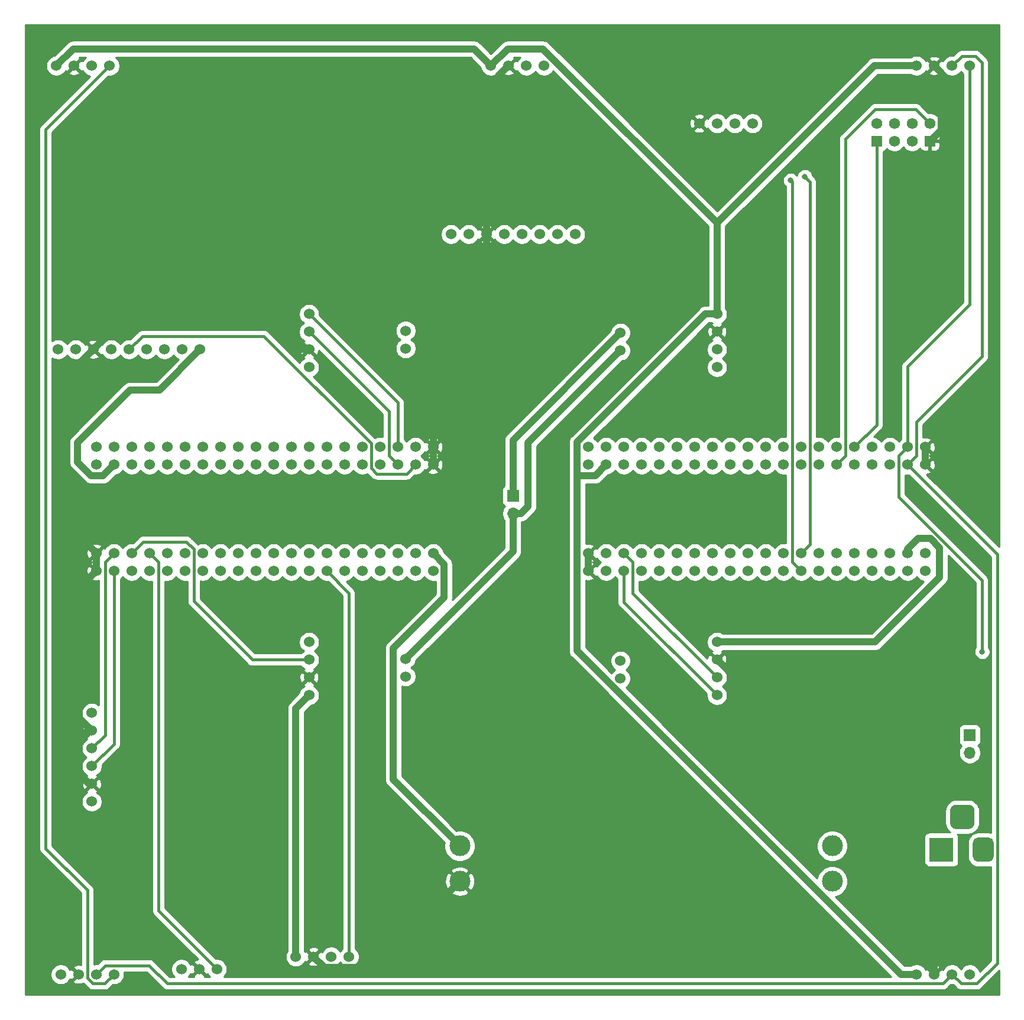
<source format=gbr>
%TF.GenerationSoftware,KiCad,Pcbnew,(5.1.9)-1*%
%TF.CreationDate,2021-04-29T12:00:25-07:00*%
%TF.ProjectId,pcbDesignForAutonomousDrivingProject,70636244-6573-4696-976e-466f72417574,rev?*%
%TF.SameCoordinates,Original*%
%TF.FileFunction,Copper,L2,Bot*%
%TF.FilePolarity,Positive*%
%FSLAX46Y46*%
G04 Gerber Fmt 4.6, Leading zero omitted, Abs format (unit mm)*
G04 Created by KiCad (PCBNEW (5.1.9)-1) date 2021-04-29 12:00:25*
%MOMM*%
%LPD*%
G01*
G04 APERTURE LIST*
%TA.AperFunction,ComponentPad*%
%ADD10C,1.524000*%
%TD*%
%TA.AperFunction,ComponentPad*%
%ADD11R,3.500000X3.500000*%
%TD*%
%TA.AperFunction,ComponentPad*%
%ADD12C,3.000000*%
%TD*%
%TA.AperFunction,ComponentPad*%
%ADD13C,1.575000*%
%TD*%
%TA.AperFunction,ComponentPad*%
%ADD14R,1.575000X1.575000*%
%TD*%
%TA.AperFunction,ComponentPad*%
%ADD15O,1.700000X1.700000*%
%TD*%
%TA.AperFunction,ComponentPad*%
%ADD16R,1.700000X1.700000*%
%TD*%
%TA.AperFunction,ViaPad*%
%ADD17C,0.800000*%
%TD*%
%TA.AperFunction,Conductor*%
%ADD18C,0.400000*%
%TD*%
%TA.AperFunction,Conductor*%
%ADD19C,1.000000*%
%TD*%
%TA.AperFunction,Conductor*%
%ADD20C,0.254000*%
%TD*%
%TA.AperFunction,Conductor*%
%ADD21C,0.100000*%
%TD*%
G04 APERTURE END LIST*
D10*
%TO.P,U3,40*%
%TO.N,GND*%
X110363000Y118745000D03*
%TO.P,U3,39*%
X110363000Y121285000D03*
%TO.P,U3,38*%
%TO.N,gpsTxGpsNode*%
X107823000Y118745000D03*
%TO.P,U3,37*%
%TO.N,gpsRxGpsNode*%
X107823000Y121285000D03*
%TO.P,U3,36*%
%TO.N,canRxGpsNode*%
X105283000Y118745000D03*
%TO.P,U3,35*%
%TO.N,canTxGpsNode*%
X105283000Y121285000D03*
%TO.P,U3,34*%
%TO.N,Net-(U3-Pad34)*%
X102743000Y118745000D03*
%TO.P,U3,33*%
%TO.N,Net-(U3-Pad33)*%
X102743000Y121285000D03*
%TO.P,U3,32*%
%TO.N,Net-(U3-Pad32)*%
X100203000Y118745000D03*
%TO.P,U3,31*%
%TO.N,Net-(U3-Pad31)*%
X100203000Y121285000D03*
%TO.P,U3,30*%
%TO.N,Net-(U3-Pad30)*%
X97663000Y118745000D03*
%TO.P,U3,29*%
%TO.N,Net-(U3-Pad29)*%
X97663000Y121285000D03*
%TO.P,U3,28*%
%TO.N,Net-(U3-Pad28)*%
X95123000Y118745000D03*
%TO.P,U3,27*%
%TO.N,Net-(U3-Pad27)*%
X95123000Y121285000D03*
%TO.P,U3,26*%
%TO.N,Net-(U3-Pad26)*%
X92583000Y118745000D03*
%TO.P,U3,25*%
%TO.N,Net-(U3-Pad25)*%
X92583000Y121285000D03*
%TO.P,U3,24*%
%TO.N,Net-(U3-Pad24)*%
X90043000Y118745000D03*
%TO.P,U3,23*%
%TO.N,Net-(U3-Pad23)*%
X90043000Y121285000D03*
%TO.P,U3,22*%
%TO.N,Net-(U3-Pad22)*%
X87503000Y118745000D03*
%TO.P,U3,21*%
%TO.N,Net-(U3-Pad21)*%
X87503000Y121285000D03*
%TO.P,U3,20*%
%TO.N,Net-(U3-Pad20)*%
X84963000Y118745000D03*
%TO.P,U3,19*%
%TO.N,Net-(U3-Pad19)*%
X84963000Y121285000D03*
%TO.P,U3,18*%
%TO.N,Net-(U3-Pad18)*%
X82423000Y118745000D03*
%TO.P,U3,17*%
%TO.N,Net-(U3-Pad17)*%
X82423000Y121285000D03*
%TO.P,U3,16*%
%TO.N,compSCA*%
X79883000Y118745000D03*
%TO.P,U3,15*%
%TO.N,compSCL*%
X79883000Y121285000D03*
%TO.P,U3,14*%
%TO.N,Net-(U3-Pad14)*%
X77343000Y118745000D03*
%TO.P,U3,13*%
%TO.N,Net-(U3-Pad13)*%
X77343000Y121285000D03*
%TO.P,U3,12*%
%TO.N,Net-(U3-Pad12)*%
X74803000Y118745000D03*
%TO.P,U3,11*%
%TO.N,Net-(U3-Pad11)*%
X74803000Y121285000D03*
%TO.P,U3,10*%
%TO.N,Net-(U3-Pad10)*%
X72263000Y118745000D03*
%TO.P,U3,9*%
%TO.N,Net-(U3-Pad9)*%
X72263000Y121285000D03*
%TO.P,U3,8*%
%TO.N,Net-(U3-Pad8)*%
X69723000Y118745000D03*
%TO.P,U3,7*%
%TO.N,Net-(U3-Pad7)*%
X69723000Y121285000D03*
%TO.P,U3,6*%
%TO.N,Net-(U3-Pad6)*%
X67183000Y118745000D03*
%TO.P,U3,5*%
%TO.N,Net-(U3-Pad5)*%
X67183000Y121285000D03*
%TO.P,U3,4*%
%TO.N,3.3vGPSNode*%
X64643000Y118745000D03*
%TO.P,U3,3*%
%TO.N,Net-(U3-Pad3)*%
X64643000Y121285000D03*
%TO.P,U3,2*%
%TO.N,5v*%
X62103000Y118745000D03*
%TO.P,U3,1*%
%TO.N,Net-(U3-Pad1)*%
X62103000Y121285000D03*
%TD*%
%TO.P,J2,2*%
%TO.N,Net-(J2-Pad2)*%
%TA.AperFunction,ComponentPad*%
G36*
G01*
X187878000Y69171000D02*
X187878000Y67421000D01*
G75*
G02*
X187003000Y66546000I-875000J0D01*
G01*
X185253000Y66546000D01*
G75*
G02*
X184378000Y67421000I0J875000D01*
G01*
X184378000Y69171000D01*
G75*
G02*
X185253000Y70046000I875000J0D01*
G01*
X187003000Y70046000D01*
G75*
G02*
X187878000Y69171000I0J-875000D01*
G01*
G37*
%TD.AperFunction*%
%TA.AperFunction,ComponentPad*%
G36*
G01*
X190628000Y64596000D02*
X190628000Y62596000D01*
G75*
G02*
X189878000Y61846000I-750000J0D01*
G01*
X188378000Y61846000D01*
G75*
G02*
X187628000Y62596000I0J750000D01*
G01*
X187628000Y64596000D01*
G75*
G02*
X188378000Y65346000I750000J0D01*
G01*
X189878000Y65346000D01*
G75*
G02*
X190628000Y64596000I0J-750000D01*
G01*
G37*
%TD.AperFunction*%
D11*
%TO.P,J2,1*%
%TO.N,Net-(J2-Pad1)*%
X183128000Y63596000D03*
%TD*%
D10*
%TO.P,J1,3*%
%TO.N,outEnc*%
X79375000Y46482000D03*
%TO.P,J1,2*%
%TO.N,GND*%
X76835000Y46482000D03*
%TO.P,J1,1*%
%TO.N,5v*%
X74295000Y46482000D03*
%TD*%
%TO.P,U16,6*%
%TO.N,Net-(U16-Pad6)*%
X61468000Y70485000D03*
%TO.P,U16,5*%
%TO.N,GND*%
X61468000Y73025000D03*
%TO.P,U16,4*%
%TO.N,SDAdac*%
X61468000Y75565000D03*
%TO.P,U16,3*%
%TO.N,SCLdac*%
X61468000Y78105000D03*
%TO.P,U16,2*%
%TO.N,GND*%
X61468000Y80645000D03*
%TO.P,U16,1*%
%TO.N,3.3vDACNode*%
X61468000Y83185000D03*
%TD*%
%TO.P,U14,40*%
%TO.N,GND*%
X132588000Y106045000D03*
%TO.P,U14,39*%
X132588000Y103505000D03*
%TO.P,U14,38*%
%TO.N,Net-(U14-Pad38)*%
X135128000Y106045000D03*
%TO.P,U14,37*%
%TO.N,Net-(U14-Pad37)*%
X135128000Y103505000D03*
%TO.P,U14,36*%
%TO.N,canRxDrNd*%
X137668000Y106045000D03*
%TO.P,U14,35*%
%TO.N,canTxDrNd*%
X137668000Y103505000D03*
%TO.P,U14,34*%
%TO.N,Net-(U14-Pad34)*%
X140208000Y106045000D03*
%TO.P,U14,33*%
%TO.N,Net-(U14-Pad33)*%
X140208000Y103505000D03*
%TO.P,U14,32*%
%TO.N,Net-(U14-Pad32)*%
X142748000Y106045000D03*
%TO.P,U14,31*%
%TO.N,Net-(U14-Pad31)*%
X142748000Y103505000D03*
%TO.P,U14,30*%
%TO.N,Net-(U14-Pad30)*%
X145288000Y106045000D03*
%TO.P,U14,29*%
%TO.N,Net-(U14-Pad29)*%
X145288000Y103505000D03*
%TO.P,U14,28*%
%TO.N,Net-(U14-Pad28)*%
X147828000Y106045000D03*
%TO.P,U14,27*%
%TO.N,Net-(U14-Pad27)*%
X147828000Y103505000D03*
%TO.P,U14,26*%
%TO.N,Net-(U14-Pad26)*%
X150368000Y106045000D03*
%TO.P,U14,25*%
%TO.N,Net-(U14-Pad25)*%
X150368000Y103505000D03*
%TO.P,U14,24*%
%TO.N,Net-(U14-Pad24)*%
X152908000Y106045000D03*
%TO.P,U14,23*%
%TO.N,Net-(U14-Pad23)*%
X152908000Y103505000D03*
%TO.P,U14,22*%
%TO.N,Net-(U14-Pad22)*%
X155448000Y106045000D03*
%TO.P,U14,21*%
%TO.N,Net-(U14-Pad21)*%
X155448000Y103505000D03*
%TO.P,U14,20*%
%TO.N,Net-(U14-Pad20)*%
X157988000Y106045000D03*
%TO.P,U14,19*%
%TO.N,Net-(U14-Pad19)*%
X157988000Y103505000D03*
%TO.P,U14,18*%
%TO.N,Net-(U14-Pad18)*%
X160528000Y106045000D03*
%TO.P,U14,17*%
%TO.N,Net-(U14-Pad17)*%
X160528000Y103505000D03*
%TO.P,U14,16*%
%TO.N,oledSDA*%
X163068000Y106045000D03*
%TO.P,U14,15*%
%TO.N,oledSCL*%
X163068000Y103505000D03*
%TO.P,U14,14*%
%TO.N,Net-(U14-Pad14)*%
X165608000Y106045000D03*
%TO.P,U14,13*%
%TO.N,Net-(U14-Pad13)*%
X165608000Y103505000D03*
%TO.P,U14,12*%
%TO.N,Net-(U14-Pad12)*%
X168148000Y106045000D03*
%TO.P,U14,11*%
%TO.N,Net-(U14-Pad11)*%
X168148000Y103505000D03*
%TO.P,U14,10*%
%TO.N,Net-(U14-Pad10)*%
X170688000Y106045000D03*
%TO.P,U14,9*%
%TO.N,Net-(U14-Pad9)*%
X170688000Y103505000D03*
%TO.P,U14,8*%
%TO.N,Net-(U14-Pad8)*%
X173228000Y106045000D03*
%TO.P,U14,7*%
%TO.N,Net-(U14-Pad7)*%
X173228000Y103505000D03*
%TO.P,U14,6*%
%TO.N,Net-(U14-Pad6)*%
X175768000Y106045000D03*
%TO.P,U14,5*%
%TO.N,Net-(U14-Pad5)*%
X175768000Y103505000D03*
%TO.P,U14,4*%
%TO.N,3.3vDriverNode*%
X178308000Y106045000D03*
%TO.P,U14,3*%
%TO.N,Net-(U14-Pad3)*%
X178308000Y103505000D03*
%TO.P,U14,2*%
%TO.N,5v*%
X180848000Y106045000D03*
%TO.P,U14,1*%
%TO.N,Net-(U14-Pad1)*%
X180848000Y103505000D03*
%TD*%
D12*
%TO.P,U22,3*%
%TO.N,5v*%
X114173000Y64135000D03*
%TO.P,U22,4*%
%TO.N,GND*%
X114173000Y59055000D03*
%TO.P,U22,2*%
%TO.N,Net-(J2-Pad2)*%
X167513000Y59055000D03*
%TO.P,U22,1*%
%TO.N,Net-(J2-Pad1)*%
X167513000Y64135000D03*
%TD*%
D10*
%TO.P,U12,1*%
%TO.N,Net-(U12-Pad1)*%
X110363000Y103505000D03*
%TO.P,U12,2*%
%TO.N,5v*%
X110363000Y106045000D03*
%TO.P,U12,3*%
%TO.N,Net-(U12-Pad3)*%
X107823000Y103505000D03*
%TO.P,U12,4*%
%TO.N,3.3vDACNode*%
X107823000Y106045000D03*
%TO.P,U12,5*%
%TO.N,Net-(U12-Pad5)*%
X105283000Y103505000D03*
%TO.P,U12,6*%
%TO.N,Net-(U12-Pad6)*%
X105283000Y106045000D03*
%TO.P,U12,7*%
%TO.N,Net-(U12-Pad7)*%
X102743000Y103505000D03*
%TO.P,U12,8*%
%TO.N,Net-(U12-Pad8)*%
X102743000Y106045000D03*
%TO.P,U12,9*%
%TO.N,Net-(U12-Pad9)*%
X100203000Y103505000D03*
%TO.P,U12,10*%
%TO.N,Net-(U12-Pad10)*%
X100203000Y106045000D03*
%TO.P,U12,11*%
%TO.N,Net-(U12-Pad11)*%
X97663000Y103505000D03*
%TO.P,U12,12*%
%TO.N,Net-(U12-Pad12)*%
X97663000Y106045000D03*
%TO.P,U12,13*%
%TO.N,com3*%
X95123000Y103505000D03*
%TO.P,U12,14*%
%TO.N,Net-(U12-Pad14)*%
X95123000Y106045000D03*
%TO.P,U12,15*%
%TO.N,Net-(U12-Pad15)*%
X92583000Y103505000D03*
%TO.P,U12,16*%
%TO.N,Net-(U12-Pad16)*%
X92583000Y106045000D03*
%TO.P,U12,17*%
%TO.N,Net-(U12-Pad17)*%
X90043000Y103505000D03*
%TO.P,U12,18*%
%TO.N,Net-(U12-Pad18)*%
X90043000Y106045000D03*
%TO.P,U12,19*%
%TO.N,Net-(U12-Pad19)*%
X87503000Y103505000D03*
%TO.P,U12,20*%
%TO.N,Net-(U12-Pad20)*%
X87503000Y106045000D03*
%TO.P,U12,21*%
%TO.N,Net-(U12-Pad21)*%
X84963000Y103505000D03*
%TO.P,U12,22*%
%TO.N,Net-(U12-Pad22)*%
X84963000Y106045000D03*
%TO.P,U12,23*%
%TO.N,Net-(U12-Pad23)*%
X82423000Y103505000D03*
%TO.P,U12,24*%
%TO.N,Net-(U12-Pad24)*%
X82423000Y106045000D03*
%TO.P,U12,25*%
%TO.N,Net-(U12-Pad25)*%
X79883000Y103505000D03*
%TO.P,U12,26*%
%TO.N,Net-(U12-Pad26)*%
X79883000Y106045000D03*
%TO.P,U12,27*%
%TO.N,Net-(U12-Pad27)*%
X77343000Y103505000D03*
%TO.P,U12,28*%
%TO.N,Net-(U12-Pad28)*%
X77343000Y106045000D03*
%TO.P,U12,29*%
%TO.N,Net-(U12-Pad29)*%
X74803000Y103505000D03*
%TO.P,U12,30*%
%TO.N,Net-(U12-Pad30)*%
X74803000Y106045000D03*
%TO.P,U12,31*%
%TO.N,Net-(U12-Pad31)*%
X72263000Y103505000D03*
%TO.P,U12,32*%
%TO.N,Net-(U12-Pad32)*%
X72263000Y106045000D03*
%TO.P,U12,33*%
%TO.N,Net-(U12-Pad33)*%
X69723000Y103505000D03*
%TO.P,U12,34*%
%TO.N,outEnc*%
X69723000Y106045000D03*
%TO.P,U12,35*%
%TO.N,canTxcomp*%
X67183000Y103505000D03*
%TO.P,U12,36*%
%TO.N,canRxcomp*%
X67183000Y106045000D03*
%TO.P,U12,37*%
%TO.N,SDAdac*%
X64643000Y103505000D03*
%TO.P,U12,38*%
%TO.N,SCLdac*%
X64643000Y106045000D03*
%TO.P,U12,39*%
%TO.N,GND*%
X62103000Y103505000D03*
%TO.P,U12,40*%
X62103000Y106045000D03*
%TD*%
%TO.P,U17,4*%
%TO.N,com3*%
X98298000Y48260000D03*
%TO.P,U17,3*%
%TO.N,Net-(U16-Pad6)*%
X95758000Y48260000D03*
%TO.P,U17,2*%
%TO.N,GND*%
X93218000Y48260000D03*
%TO.P,U17,1*%
%TO.N,3.3vDACNode*%
X90678000Y48260000D03*
%TD*%
%TO.P,U2,1*%
%TO.N,Net-(U2-Pad1)*%
X132588000Y121285000D03*
%TO.P,U2,2*%
%TO.N,5v*%
X132588000Y118745000D03*
%TO.P,U2,3*%
%TO.N,Net-(U2-Pad3)*%
X135128000Y121285000D03*
%TO.P,U2,4*%
%TO.N,3.3vUlSo*%
X135128000Y118745000D03*
%TO.P,U2,5*%
%TO.N,Net-(U2-Pad5)*%
X137668000Y121285000D03*
%TO.P,U2,6*%
%TO.N,Net-(U2-Pad6)*%
X137668000Y118745000D03*
%TO.P,U2,7*%
%TO.N,Net-(U2-Pad7)*%
X140208000Y121285000D03*
%TO.P,U2,8*%
%TO.N,Net-(U2-Pad8)*%
X140208000Y118745000D03*
%TO.P,U2,9*%
%TO.N,Net-(U2-Pad9)*%
X142748000Y121285000D03*
%TO.P,U2,10*%
%TO.N,Net-(U2-Pad10)*%
X142748000Y118745000D03*
%TO.P,U2,11*%
%TO.N,Net-(U2-Pad11)*%
X145288000Y121285000D03*
%TO.P,U2,12*%
%TO.N,Net-(U2-Pad12)*%
X145288000Y118745000D03*
%TO.P,U2,13*%
%TO.N,Net-(U2-Pad13)*%
X147828000Y121285000D03*
%TO.P,U2,14*%
%TO.N,Net-(U2-Pad14)*%
X147828000Y118745000D03*
%TO.P,U2,15*%
%TO.N,Net-(U2-Pad15)*%
X150368000Y121285000D03*
%TO.P,U2,16*%
%TO.N,Net-(U2-Pad16)*%
X150368000Y118745000D03*
%TO.P,U2,17*%
%TO.N,Net-(U2-Pad17)*%
X152908000Y121285000D03*
%TO.P,U2,18*%
%TO.N,Net-(U2-Pad18)*%
X152908000Y118745000D03*
%TO.P,U2,19*%
%TO.N,Net-(U2-Pad19)*%
X155448000Y121285000D03*
%TO.P,U2,20*%
%TO.N,Net-(U2-Pad20)*%
X155448000Y118745000D03*
%TO.P,U2,21*%
%TO.N,Net-(U2-Pad21)*%
X157988000Y121285000D03*
%TO.P,U2,22*%
%TO.N,Net-(U2-Pad22)*%
X157988000Y118745000D03*
%TO.P,U2,23*%
%TO.N,Net-(U2-Pad23)*%
X160528000Y121285000D03*
%TO.P,U2,24*%
%TO.N,Net-(U2-Pad24)*%
X160528000Y118745000D03*
%TO.P,U2,25*%
%TO.N,Net-(U2-Pad25)*%
X163068000Y121285000D03*
%TO.P,U2,26*%
%TO.N,Net-(U2-Pad26)*%
X163068000Y118745000D03*
%TO.P,U2,27*%
%TO.N,Net-(U2-Pad27)*%
X165608000Y121285000D03*
%TO.P,U2,28*%
%TO.N,Net-(U2-Pad28)*%
X165608000Y118745000D03*
%TO.P,U2,29*%
%TO.N,Net-(U2-Pad29)*%
X168148000Y121285000D03*
%TO.P,U2,30*%
%TO.N,wifiTx*%
X168148000Y118745000D03*
%TO.P,U2,31*%
%TO.N,wifiRx*%
X170688000Y121285000D03*
%TO.P,U2,32*%
%TO.N,Net-(U2-Pad32)*%
X170688000Y118745000D03*
%TO.P,U2,33*%
%TO.N,Net-(U2-Pad33)*%
X173228000Y121285000D03*
%TO.P,U2,34*%
%TO.N,Net-(U2-Pad34)*%
X173228000Y118745000D03*
%TO.P,U2,35*%
%TO.N,canTX*%
X175768000Y121285000D03*
%TO.P,U2,36*%
%TO.N,canRX*%
X175768000Y118745000D03*
%TO.P,U2,37*%
%TO.N,SDA*%
X178308000Y121285000D03*
%TO.P,U2,38*%
%TO.N,SCL*%
X178308000Y118745000D03*
%TO.P,U2,39*%
%TO.N,GND*%
X180848000Y121285000D03*
%TO.P,U2,40*%
X180848000Y118745000D03*
%TD*%
D13*
%TO.P,U20,7*%
%TO.N,3.3vbridgeNode*%
X173863000Y167640000D03*
%TO.P,U20,6*%
%TO.N,Net-(U20-Pad6)*%
X176403000Y167640000D03*
%TO.P,U20,5*%
%TO.N,3.3vbridgeNode*%
X178943000Y167640000D03*
%TO.P,U20,4*%
%TO.N,wifiTx*%
X181483000Y167640000D03*
D14*
%TO.P,U20,3*%
%TO.N,GND*%
X181483000Y165100000D03*
D13*
%TO.P,U20,2*%
%TO.N,Net-(U20-Pad2)*%
X178943000Y165100000D03*
%TO.P,U20,1*%
%TO.N,Net-(U20-Pad1)*%
X176403000Y165100000D03*
D14*
%TO.P,U20,0*%
%TO.N,wifiRx*%
X173863000Y165100000D03*
%TD*%
D10*
%TO.P,U19,0*%
%TO.N,GND*%
X148463000Y167640000D03*
%TO.P,U19,3*%
%TO.N,oledSDA*%
X156083000Y167640000D03*
%TO.P,U19,2*%
%TO.N,oledSCL*%
X153543000Y167640000D03*
%TO.P,U19,1*%
%TO.N,3.3vDriverNode*%
X151003000Y167640000D03*
%TD*%
D15*
%TO.P,J4,2*%
%TO.N,Net-(J2-Pad2)*%
X187198000Y77470000D03*
D16*
%TO.P,J4,1*%
%TO.N,Net-(J2-Pad1)*%
X187198000Y80010000D03*
%TD*%
D10*
%TO.P,U15,2*%
%TO.N,GND*%
X92583000Y88265000D03*
%TO.P,U15,1*%
%TO.N,canRxcomp*%
X92583000Y90805000D03*
%TO.P,U15,0*%
%TO.N,canTxcomp*%
X92583000Y93345000D03*
%TO.P,U15,3*%
%TO.N,3.3vDACNode*%
X92583000Y85725000D03*
%TO.P,U15,5*%
%TO.N,CANH*%
X106413000Y90955000D03*
%TO.P,U15,4*%
%TO.N,CANL*%
X106413000Y88415000D03*
%TD*%
%TO.P,U13,4*%
%TO.N,CANL*%
X137173000Y90655000D03*
%TO.P,U13,5*%
%TO.N,CANH*%
X137173000Y88115000D03*
%TO.P,U13,3*%
%TO.N,3.3vDriverNode*%
X151003000Y93345000D03*
%TO.P,U13,0*%
%TO.N,canTxDrNd*%
X151003000Y85725000D03*
%TO.P,U13,1*%
%TO.N,canRxDrNd*%
X151003000Y88265000D03*
%TO.P,U13,2*%
%TO.N,GND*%
X151003000Y90805000D03*
%TD*%
%TO.P,U11,0*%
%TO.N,3.3vGPSNode*%
X76962000Y135255000D03*
%TO.P,U11,8*%
%TO.N,Net-(U11-Pad8)*%
X56642000Y135255000D03*
%TO.P,U11,7*%
%TO.N,Net-(U11-Pad7)*%
X59182000Y135255000D03*
%TO.P,U11,6*%
%TO.N,GND*%
X61722000Y135255000D03*
%TO.P,U11,5*%
%TO.N,gpsRxGpsNode*%
X64262000Y135255000D03*
%TO.P,U11,4*%
%TO.N,gpsTxGpsNode*%
X66802000Y135255000D03*
%TO.P,U11,3*%
%TO.N,Net-(U11-Pad3)*%
X69342000Y135255000D03*
%TO.P,U11,2*%
%TO.N,Net-(U11-Pad2)*%
X71882000Y135255000D03*
%TO.P,U11,1*%
%TO.N,Net-(U11-Pad1)*%
X74422000Y135255000D03*
%TD*%
%TO.P,U5,1*%
%TO.N,3.3vUlSo*%
X118618000Y175895000D03*
%TO.P,U5,4*%
%TO.N,SDA*%
X126238000Y175895000D03*
%TO.P,U5,3*%
%TO.N,SCL*%
X123698000Y175895000D03*
%TO.P,U5,2*%
%TO.N,GND*%
X121158000Y175895000D03*
%TD*%
%TO.P,U10,4*%
%TO.N,CANL*%
X106413000Y135405000D03*
%TO.P,U10,5*%
%TO.N,CANH*%
X106413000Y137945000D03*
%TO.P,U10,3*%
%TO.N,3.3vGPSNode*%
X92583000Y132715000D03*
%TO.P,U10,0*%
%TO.N,canTxGpsNode*%
X92583000Y140335000D03*
%TO.P,U10,1*%
%TO.N,canRxGpsNode*%
X92583000Y137795000D03*
%TO.P,U10,2*%
%TO.N,GND*%
X92583000Y135255000D03*
%TD*%
%TO.P,U9,2*%
%TO.N,GND*%
X58928000Y175895000D03*
%TO.P,U9,3*%
%TO.N,SCL*%
X61468000Y175895000D03*
%TO.P,U9,4*%
%TO.N,SDA*%
X64008000Y175895000D03*
%TO.P,U9,1*%
%TO.N,3.3vUlSo*%
X56388000Y175895000D03*
%TD*%
%TO.P,U7,1*%
%TO.N,3.3vUlSo*%
X179578000Y45720000D03*
%TO.P,U7,4*%
%TO.N,SDA*%
X187198000Y45720000D03*
%TO.P,U7,3*%
%TO.N,SCL*%
X184658000Y45720000D03*
%TO.P,U7,2*%
%TO.N,GND*%
X182118000Y45720000D03*
%TD*%
%TO.P,U6,2*%
%TO.N,GND*%
X59563000Y45720000D03*
%TO.P,U6,3*%
%TO.N,SCL*%
X62103000Y45720000D03*
%TO.P,U6,4*%
%TO.N,SDA*%
X64643000Y45720000D03*
%TO.P,U6,1*%
%TO.N,3.3vUlSo*%
X57023000Y45720000D03*
%TD*%
%TO.P,U4,0*%
%TO.N,compSCL*%
X130683000Y151765000D03*
%TO.P,U4,7*%
%TO.N,3.3vGPSNode*%
X112903000Y151765000D03*
%TO.P,U4,6*%
%TO.N,Net-(U4-Pad6)*%
X115443000Y151765000D03*
%TO.P,U4,5*%
%TO.N,GND*%
X117983000Y151765000D03*
%TO.P,U4,4*%
%TO.N,Net-(U4-Pad4)*%
X120523000Y151765000D03*
%TO.P,U4,3*%
%TO.N,Net-(U4-Pad3)*%
X123063000Y151765000D03*
%TO.P,U4,2*%
%TO.N,Net-(U4-Pad2)*%
X125603000Y151765000D03*
%TO.P,U4,1*%
%TO.N,compSCA*%
X128143000Y151765000D03*
%TD*%
%TO.P,U1,2*%
%TO.N,GND*%
X151003000Y137795000D03*
%TO.P,U1,1*%
%TO.N,canRX*%
X151003000Y135255000D03*
%TO.P,U1,0*%
%TO.N,canTX*%
X151003000Y132715000D03*
%TO.P,U1,3*%
%TO.N,3.3vUlSo*%
X151003000Y140335000D03*
%TO.P,U1,5*%
%TO.N,CANH*%
X137173000Y135105000D03*
%TO.P,U1,4*%
%TO.N,CANL*%
X137173000Y137645000D03*
%TD*%
D15*
%TO.P,J3,2*%
%TO.N,CANH*%
X121793000Y111760000D03*
D16*
%TO.P,J3,1*%
%TO.N,CANL*%
X121793000Y114300000D03*
%TD*%
D10*
%TO.P,U8,1*%
%TO.N,3.3vUlSo*%
X179578000Y175895000D03*
%TO.P,U8,4*%
%TO.N,SDA*%
X187198000Y175895000D03*
%TO.P,U8,3*%
%TO.N,SCL*%
X184658000Y175895000D03*
%TO.P,U8,2*%
%TO.N,GND*%
X182118000Y175895000D03*
%TD*%
D17*
%TO.N,SDA*%
X188976000Y91948000D03*
%TO.N,oledSCL*%
X161543996Y159498100D03*
%TO.N,oledSDA*%
X163576000Y160020000D03*
%TD*%
D18*
%TO.N,outEnc*%
X69723000Y106045000D02*
X70993000Y104775000D01*
X70993000Y104775000D02*
X70993000Y54864000D01*
X70993000Y54864000D02*
X79375000Y46482000D01*
D19*
%TO.N,GND*%
X110363000Y141917800D02*
X110363000Y121285000D01*
X117983000Y151765000D02*
X117983000Y149537800D01*
X117983000Y149537800D02*
X110363000Y141917800D01*
X93218000Y48260000D02*
X94786700Y46691300D01*
X94786700Y46691300D02*
X101809300Y46691300D01*
X101809300Y46691300D02*
X114173000Y59055000D01*
X62103000Y106045000D02*
X62103000Y103505000D01*
X132588000Y103505000D02*
X132588000Y106045000D01*
X110363000Y121285000D02*
X110363000Y118745000D01*
X180848000Y118745000D02*
X180848000Y121285000D01*
X121158000Y175895000D02*
X117983000Y172720000D01*
X182118000Y45720000D02*
X182118000Y59690000D01*
X182118000Y59690000D02*
X151003000Y90805000D01*
X182118000Y175895000D02*
X183098800Y174914200D01*
X183098800Y174914200D02*
X183098800Y166715800D01*
X183098800Y166715800D02*
X181483000Y165100000D01*
X111125000Y155321000D02*
X117983000Y155321000D01*
X117983000Y155321000D02*
X117983000Y151765000D01*
X101600000Y145796000D02*
X111125000Y155321000D01*
X117983000Y172720000D02*
X117983000Y155321000D01*
X92583000Y135255000D02*
X91313000Y135255000D01*
X84836000Y141732000D02*
X84836000Y145796000D01*
X91313000Y135255000D02*
X84836000Y141732000D01*
X84836000Y145796000D02*
X101600000Y145796000D01*
X72263000Y145796000D02*
X84836000Y145796000D01*
X61722000Y135255000D02*
X72263000Y145796000D01*
X57404000Y110744000D02*
X57404000Y130937000D01*
X57404000Y130937000D02*
X61722000Y135255000D01*
X62103000Y106045000D02*
X57404000Y110744000D01*
X60833000Y80645000D02*
X61468000Y80645000D01*
X59436000Y79248000D02*
X60833000Y80645000D01*
X61023500Y73025000D02*
X59436000Y74612500D01*
X59436000Y74612500D02*
X59436000Y79248000D01*
X61468000Y73025000D02*
X61023500Y73025000D01*
X59436000Y82677000D02*
X61468000Y80645000D01*
X59436000Y100838000D02*
X59436000Y82677000D01*
X62103000Y103505000D02*
X59436000Y100838000D01*
%TO.N,CANL*%
X137173000Y137645000D02*
X121793000Y122265000D01*
X121793000Y122265000D02*
X121793000Y114300000D01*
%TO.N,CANH*%
X106413000Y90955000D02*
X121793000Y106335000D01*
X121793000Y106335000D02*
X121793000Y111760000D01*
X122936000Y111760000D02*
X121793000Y111760000D01*
X123952000Y112776000D02*
X122936000Y111760000D01*
X123952000Y121884000D02*
X123952000Y112776000D01*
X137173000Y135105000D02*
X123952000Y121884000D01*
%TO.N,5v*%
X104648000Y92426000D02*
X104648000Y73660000D01*
X104648000Y73660000D02*
X114173000Y64135000D01*
X111925600Y99703600D02*
X104648000Y92426000D01*
X111925600Y104482400D02*
X111925600Y99703600D01*
X110363000Y106045000D02*
X111925600Y104482400D01*
D18*
%TO.N,SDA*%
X187198000Y175895000D02*
X187198000Y141702500D01*
X187198000Y141702500D02*
X178308000Y132812500D01*
X178308000Y132812500D02*
X178308000Y121285000D01*
X54864000Y166751000D02*
X64008000Y175895000D01*
X54864000Y63786600D02*
X54864000Y166751000D01*
X60840600Y57810000D02*
X54864000Y63786600D01*
X60840600Y45174800D02*
X60840600Y57810000D01*
X63323700Y44400700D02*
X61614700Y44400700D01*
X61614700Y44400700D02*
X60840600Y45174800D01*
X64643000Y45720000D02*
X63323700Y44400700D01*
X178308000Y121285000D02*
X177038000Y120015000D01*
X177038000Y120015000D02*
X177038000Y114130229D01*
X177038000Y114130229D02*
X188976000Y102192229D01*
X188976000Y102192229D02*
X188976000Y91948000D01*
%TO.N,SCL*%
X62103000Y45720000D02*
X63400200Y47017200D01*
X63400200Y47017200D02*
X69689100Y47017200D01*
X69689100Y47017200D02*
X72248700Y44457600D01*
X72248700Y44457600D02*
X183395600Y44457600D01*
X183395600Y44457600D02*
X184658000Y45720000D01*
X185970300Y44407700D02*
X184658000Y45720000D01*
X188204750Y44407700D02*
X185970300Y44407700D01*
X191151500Y105901500D02*
X191151500Y47354450D01*
X191151500Y47354450D02*
X188204750Y44407700D01*
X178308000Y118745000D02*
X191151500Y105901500D01*
X179578000Y124871000D02*
X179578000Y120015000D01*
X188051300Y177292000D02*
X188976000Y176367300D01*
X188976000Y134269000D02*
X179578000Y124871000D01*
X186055000Y177292000D02*
X188051300Y177292000D01*
X179578000Y120015000D02*
X178308000Y118745000D01*
X188976000Y176367300D02*
X188976000Y134269000D01*
X184658000Y175895000D02*
X186055000Y177292000D01*
%TO.N,gpsTxGpsNode*%
X106535700Y117457700D02*
X107823000Y118745000D01*
X102243200Y117457700D02*
X106535700Y117457700D01*
X101473000Y118227900D02*
X102243200Y117457700D01*
X101473000Y121808200D02*
X101473000Y118227900D01*
X86121200Y137160000D02*
X101473000Y121808200D01*
X68707000Y137160000D02*
X86121200Y137160000D01*
X66802000Y135255000D02*
X68707000Y137160000D01*
%TO.N,canRxGpsNode*%
X92583000Y137795000D02*
X104013000Y126365000D01*
X104013000Y126365000D02*
X104013000Y120015000D01*
X104013000Y120015000D02*
X105283000Y118745000D01*
%TO.N,canTxGpsNode*%
X92583000Y140335000D02*
X105283000Y127635000D01*
X105283000Y127635000D02*
X105283000Y121285000D01*
%TO.N,com3*%
X98298000Y48260000D02*
X98298000Y100330000D01*
X98298000Y100330000D02*
X95123000Y103505000D01*
%TO.N,canRxcomp*%
X67183000Y106045000D02*
X68834000Y107696000D01*
X76065001Y106650761D02*
X76065001Y99194999D01*
X75019762Y107696000D02*
X76065001Y106650761D01*
X68834000Y107696000D02*
X75019762Y107696000D01*
X84455000Y90805000D02*
X92583000Y90805000D01*
X76065001Y99194999D02*
X84455000Y90805000D01*
%TO.N,SDAdac*%
X64643000Y103505000D02*
X64643000Y78740000D01*
X64643000Y78740000D02*
X61468000Y75565000D01*
%TO.N,SCLdac*%
X64643000Y106045000D02*
X63380600Y104782600D01*
X63380600Y104782600D02*
X63380600Y80017600D01*
X63380600Y80017600D02*
X61468000Y78105000D01*
%TO.N,canTxDrNd*%
X151003000Y85725000D02*
X137668000Y99060000D01*
X137668000Y99060000D02*
X137668000Y103505000D01*
%TO.N,canRxDrNd*%
X151003000Y88265000D02*
X138938000Y100330000D01*
X138938000Y100330000D02*
X138938000Y104775000D01*
X138938000Y104775000D02*
X137668000Y106045000D01*
%TO.N,oledSCL*%
X161798000Y104775000D02*
X161798000Y159244096D01*
X163068000Y103505000D02*
X161798000Y104775000D01*
X161798000Y159244096D02*
X161543996Y159498100D01*
%TO.N,oledSDA*%
X164338000Y159258000D02*
X163576000Y160020000D01*
X164338000Y107315000D02*
X164338000Y159258000D01*
X163068000Y106045000D02*
X164338000Y107315000D01*
%TO.N,wifiRx*%
X173863000Y165100000D02*
X173863000Y124460000D01*
X173863000Y124460000D02*
X170688000Y121285000D01*
%TO.N,wifiTx*%
X169418000Y120015000D02*
X168148000Y118745000D01*
X173633550Y169672000D02*
X169418000Y165456450D01*
X179451000Y169672000D02*
X173633550Y169672000D01*
X169418000Y165456450D02*
X169418000Y120015000D01*
X181483000Y167640000D02*
X179451000Y169672000D01*
D19*
%TO.N,3.3vDACNode*%
X90678000Y48260000D02*
X90678000Y83820000D01*
X90678000Y83820000D02*
X92583000Y85725000D01*
%TO.N,3.3vUlSo*%
X130992000Y117177700D02*
X130992000Y92067700D01*
X130992000Y92067700D02*
X177339700Y45720000D01*
X177339700Y45720000D02*
X179578000Y45720000D01*
X151003000Y140335000D02*
X149357100Y140335000D01*
X149357100Y140335000D02*
X130992000Y121969900D01*
X130992000Y121969900D02*
X130992000Y117177700D01*
X130992000Y117177700D02*
X133560700Y117177700D01*
X133560700Y117177700D02*
X135128000Y118745000D01*
X179578000Y175895000D02*
X173508800Y175895000D01*
X173508800Y175895000D02*
X151003000Y153389200D01*
X151003000Y153389200D02*
X151003000Y140335000D01*
X126084200Y178308000D02*
X151003000Y153389200D01*
X121031000Y178308000D02*
X126084200Y178308000D01*
X118618000Y175895000D02*
X121031000Y178308000D01*
X58801000Y178308000D02*
X56388000Y175895000D01*
X116205000Y178308000D02*
X58801000Y178308000D01*
X118618000Y175895000D02*
X116205000Y178308000D01*
%TO.N,3.3vGPSNode*%
X71145100Y129438100D02*
X76962000Y135255000D01*
X66954100Y129438100D02*
X71145100Y129438100D01*
X59436000Y121920000D02*
X66954100Y129438100D01*
X59436000Y119132800D02*
X59436000Y121920000D01*
X61390700Y117178100D02*
X59436000Y119132800D01*
X63076100Y117178100D02*
X61390700Y117178100D01*
X64643000Y118745000D02*
X63076100Y117178100D01*
%TO.N,3.3vDriverNode*%
X178308000Y106680000D02*
X178308000Y106045000D01*
X179832000Y108204000D02*
X178308000Y106680000D01*
X181550000Y108204000D02*
X179832000Y108204000D01*
X182880000Y106874000D02*
X181550000Y108204000D01*
X173609000Y93345000D02*
X182880000Y102616000D01*
X182880000Y102616000D02*
X182880000Y106874000D01*
X151003000Y93345000D02*
X173609000Y93345000D01*
%TD*%
D20*
%TO.N,GND*%
X191389000Y106974976D02*
X181007681Y117356295D01*
X181192133Y117384078D01*
X181451023Y117477364D01*
X181566980Y117539344D01*
X181633960Y117779435D01*
X180848000Y118565395D01*
X180833858Y118551253D01*
X180654253Y118730858D01*
X180668395Y118745000D01*
X181027605Y118745000D01*
X181813565Y117959040D01*
X182053656Y118026020D01*
X182170756Y118275048D01*
X182237023Y118542135D01*
X182249910Y118817017D01*
X182208922Y119089133D01*
X182115636Y119348023D01*
X182053656Y119463980D01*
X181813565Y119530960D01*
X181027605Y118745000D01*
X180668395Y118745000D01*
X180654253Y118759143D01*
X180833858Y118938748D01*
X180848000Y118924605D01*
X181633960Y119710565D01*
X181566980Y119950656D01*
X181436356Y120012079D01*
X181451023Y120017364D01*
X181566980Y120079344D01*
X181633960Y120319435D01*
X180848000Y121105395D01*
X180833858Y121091253D01*
X180654253Y121270858D01*
X180668395Y121285000D01*
X181027605Y121285000D01*
X181813565Y120499040D01*
X182053656Y120566020D01*
X182170756Y120815048D01*
X182237023Y121082135D01*
X182249910Y121357017D01*
X182208922Y121629133D01*
X182115636Y121888023D01*
X182053656Y122003980D01*
X181813565Y122070960D01*
X181027605Y121285000D01*
X180668395Y121285000D01*
X180654253Y121299143D01*
X180833858Y121478748D01*
X180848000Y121464605D01*
X181633960Y122250565D01*
X181566980Y122490656D01*
X181317952Y122607756D01*
X181050865Y122674023D01*
X180775983Y122686910D01*
X180505000Y122646093D01*
X180505000Y124487025D01*
X189599292Y133581316D01*
X189634659Y133610341D01*
X189663684Y133645708D01*
X189663688Y133645712D01*
X189750501Y133751494D01*
X189836580Y133912536D01*
X189847465Y133948418D01*
X189889587Y134087276D01*
X189903000Y134223462D01*
X189903000Y134223472D01*
X189907484Y134268999D01*
X189903000Y134314526D01*
X189903000Y176321774D01*
X189907484Y176367301D01*
X189903000Y176412828D01*
X189903000Y176412838D01*
X189889587Y176549024D01*
X189836580Y176723764D01*
X189750502Y176884804D01*
X189750501Y176884806D01*
X189663688Y176990588D01*
X189663684Y176990592D01*
X189634659Y177025959D01*
X189599293Y177054983D01*
X188738988Y177915287D01*
X188709959Y177950659D01*
X188568805Y178066501D01*
X188407764Y178152580D01*
X188233024Y178205587D01*
X188096838Y178219000D01*
X188096827Y178219000D01*
X188051300Y178223484D01*
X188005773Y178219000D01*
X186100524Y178219000D01*
X186054999Y178223484D01*
X186009474Y178219000D01*
X186009462Y178219000D01*
X185873276Y178205587D01*
X185698536Y178152580D01*
X185623573Y178112511D01*
X185537494Y178066501D01*
X185431711Y177979687D01*
X185431708Y177979684D01*
X185396341Y177950659D01*
X185367316Y177915292D01*
X184830820Y177378795D01*
X184804654Y177384000D01*
X184511346Y177384000D01*
X184223675Y177326779D01*
X183952694Y177214535D01*
X183708818Y177051582D01*
X183501418Y176844182D01*
X183338465Y176600306D01*
X183335190Y176592400D01*
X183323656Y176613980D01*
X183083565Y176680960D01*
X182297605Y175895000D01*
X183083565Y175109040D01*
X183323656Y175176020D01*
X183334541Y175199168D01*
X183338465Y175189694D01*
X183501418Y174945818D01*
X183708818Y174738418D01*
X183952694Y174575465D01*
X184223675Y174463221D01*
X184511346Y174406000D01*
X184804654Y174406000D01*
X185092325Y174463221D01*
X185363306Y174575465D01*
X185607182Y174738418D01*
X185814582Y174945818D01*
X185928000Y175115560D01*
X186041418Y174945818D01*
X186248818Y174738418D01*
X186271000Y174723596D01*
X186271001Y142086477D01*
X177684713Y133500188D01*
X177649341Y133471159D01*
X177620313Y133435788D01*
X177620312Y133435787D01*
X177533499Y133330005D01*
X177447421Y133168964D01*
X177447420Y133168963D01*
X177394413Y132994223D01*
X177381000Y132858037D01*
X177381000Y132858027D01*
X177376516Y132812500D01*
X177381000Y132766973D01*
X177381001Y122456404D01*
X177358818Y122441582D01*
X177151418Y122234182D01*
X177038000Y122064440D01*
X176924582Y122234182D01*
X176717182Y122441582D01*
X176473306Y122604535D01*
X176202325Y122716779D01*
X175914654Y122774000D01*
X175621346Y122774000D01*
X175333675Y122716779D01*
X175062694Y122604535D01*
X174818818Y122441582D01*
X174611418Y122234182D01*
X174498000Y122064440D01*
X174384582Y122234182D01*
X174177182Y122441582D01*
X173933306Y122604535D01*
X173662325Y122716779D01*
X173469174Y122755199D01*
X174486292Y123772316D01*
X174521659Y123801341D01*
X174550684Y123836708D01*
X174550688Y123836712D01*
X174637501Y123942494D01*
X174723580Y124103536D01*
X174776587Y124278276D01*
X174790000Y124414462D01*
X174790000Y124414472D01*
X174794484Y124459999D01*
X174790000Y124505526D01*
X174790000Y163595723D01*
X174793017Y163596020D01*
X174930057Y163637590D01*
X175056353Y163705097D01*
X175167054Y163795946D01*
X175257903Y163906647D01*
X175325410Y164032943D01*
X175326067Y164035107D01*
X175437563Y163923611D01*
X175685615Y163757868D01*
X175961237Y163643701D01*
X176253835Y163585500D01*
X176552165Y163585500D01*
X176844763Y163643701D01*
X177120385Y163757868D01*
X177368437Y163923611D01*
X177579389Y164134563D01*
X177673000Y164274662D01*
X177766611Y164134563D01*
X177977563Y163923611D01*
X178225615Y163757868D01*
X178501237Y163643701D01*
X178793835Y163585500D01*
X179092165Y163585500D01*
X179384763Y163643701D01*
X179660385Y163757868D01*
X179908437Y163923611D01*
X180093697Y164108871D01*
X180105998Y164068320D01*
X180164963Y163958006D01*
X180244315Y163861315D01*
X180341006Y163781963D01*
X180451320Y163722998D01*
X180571018Y163686688D01*
X180695500Y163674428D01*
X181197250Y163677500D01*
X181356000Y163836250D01*
X181356000Y164973000D01*
X181610000Y164973000D01*
X181610000Y163836250D01*
X181768750Y163677500D01*
X182270500Y163674428D01*
X182394982Y163686688D01*
X182514680Y163722998D01*
X182624994Y163781963D01*
X182721685Y163861315D01*
X182801037Y163958006D01*
X182860002Y164068320D01*
X182896312Y164188018D01*
X182908572Y164312500D01*
X182905500Y164814250D01*
X182746750Y164973000D01*
X181610000Y164973000D01*
X181356000Y164973000D01*
X181336000Y164973000D01*
X181336000Y165227000D01*
X181356000Y165227000D01*
X181356000Y165247000D01*
X181610000Y165247000D01*
X181610000Y165227000D01*
X182746750Y165227000D01*
X182905500Y165385750D01*
X182908572Y165887500D01*
X182896312Y166011982D01*
X182860002Y166131680D01*
X182801037Y166241994D01*
X182721685Y166338685D01*
X182624994Y166418037D01*
X182514680Y166477002D01*
X182474129Y166489303D01*
X182659389Y166674563D01*
X182825132Y166922615D01*
X182939299Y167198237D01*
X182997500Y167490835D01*
X182997500Y167789165D01*
X182939299Y168081763D01*
X182825132Y168357385D01*
X182659389Y168605437D01*
X182448437Y168816389D01*
X182200385Y168982132D01*
X181924763Y169096299D01*
X181632165Y169154500D01*
X181333835Y169154500D01*
X181288494Y169145481D01*
X180138688Y170295287D01*
X180109659Y170330659D01*
X179968505Y170446501D01*
X179807464Y170532580D01*
X179632724Y170585587D01*
X179496538Y170599000D01*
X179496527Y170599000D01*
X179451000Y170603484D01*
X179405473Y170599000D01*
X173679077Y170599000D01*
X173633550Y170603484D01*
X173588023Y170599000D01*
X173588012Y170599000D01*
X173451826Y170585587D01*
X173277086Y170532580D01*
X173116044Y170446501D01*
X173010262Y170359688D01*
X173010258Y170359684D01*
X172974891Y170330659D01*
X172945866Y170295292D01*
X168794713Y166144138D01*
X168759341Y166115109D01*
X168730313Y166079738D01*
X168730312Y166079737D01*
X168643499Y165973955D01*
X168597288Y165887500D01*
X168557420Y165812913D01*
X168504413Y165638173D01*
X168491000Y165501987D01*
X168491000Y165501977D01*
X168486516Y165456450D01*
X168491000Y165410923D01*
X168491001Y122734944D01*
X168294654Y122774000D01*
X168001346Y122774000D01*
X167713675Y122716779D01*
X167442694Y122604535D01*
X167198818Y122441582D01*
X166991418Y122234182D01*
X166878000Y122064440D01*
X166764582Y122234182D01*
X166557182Y122441582D01*
X166313306Y122604535D01*
X166042325Y122716779D01*
X165754654Y122774000D01*
X165461346Y122774000D01*
X165265000Y122734945D01*
X165265000Y159212473D01*
X165269484Y159258000D01*
X165265000Y159303527D01*
X165265000Y159303538D01*
X165251587Y159439724D01*
X165198580Y159614464D01*
X165163645Y159679823D01*
X165112502Y159775506D01*
X165025688Y159881288D01*
X165025684Y159881292D01*
X164996659Y159916659D01*
X164961292Y159945684D01*
X164684880Y160222096D01*
X164659690Y160348734D01*
X164574734Y160553835D01*
X164451398Y160738421D01*
X164294421Y160895398D01*
X164109835Y161018734D01*
X163904734Y161103690D01*
X163687000Y161147000D01*
X163465000Y161147000D01*
X163247266Y161103690D01*
X163042165Y161018734D01*
X162857579Y160895398D01*
X162700602Y160738421D01*
X162577266Y160553835D01*
X162492310Y160348734D01*
X162455317Y160162758D01*
X162419394Y160216521D01*
X162262417Y160373498D01*
X162077831Y160496834D01*
X161872730Y160581790D01*
X161654996Y160625100D01*
X161432996Y160625100D01*
X161215262Y160581790D01*
X161010161Y160496834D01*
X160825575Y160373498D01*
X160668598Y160216521D01*
X160545262Y160031935D01*
X160460306Y159826834D01*
X160416996Y159609100D01*
X160416996Y159387100D01*
X160460306Y159169366D01*
X160545262Y158964265D01*
X160668598Y158779679D01*
X160825575Y158622702D01*
X160871001Y158592349D01*
X160871000Y122734945D01*
X160674654Y122774000D01*
X160381346Y122774000D01*
X160093675Y122716779D01*
X159822694Y122604535D01*
X159578818Y122441582D01*
X159371418Y122234182D01*
X159258000Y122064440D01*
X159144582Y122234182D01*
X158937182Y122441582D01*
X158693306Y122604535D01*
X158422325Y122716779D01*
X158134654Y122774000D01*
X157841346Y122774000D01*
X157553675Y122716779D01*
X157282694Y122604535D01*
X157038818Y122441582D01*
X156831418Y122234182D01*
X156718000Y122064440D01*
X156604582Y122234182D01*
X156397182Y122441582D01*
X156153306Y122604535D01*
X155882325Y122716779D01*
X155594654Y122774000D01*
X155301346Y122774000D01*
X155013675Y122716779D01*
X154742694Y122604535D01*
X154498818Y122441582D01*
X154291418Y122234182D01*
X154178000Y122064440D01*
X154064582Y122234182D01*
X153857182Y122441582D01*
X153613306Y122604535D01*
X153342325Y122716779D01*
X153054654Y122774000D01*
X152761346Y122774000D01*
X152473675Y122716779D01*
X152202694Y122604535D01*
X151958818Y122441582D01*
X151751418Y122234182D01*
X151638000Y122064440D01*
X151524582Y122234182D01*
X151317182Y122441582D01*
X151073306Y122604535D01*
X150802325Y122716779D01*
X150514654Y122774000D01*
X150221346Y122774000D01*
X149933675Y122716779D01*
X149662694Y122604535D01*
X149418818Y122441582D01*
X149211418Y122234182D01*
X149098000Y122064440D01*
X148984582Y122234182D01*
X148777182Y122441582D01*
X148533306Y122604535D01*
X148262325Y122716779D01*
X147974654Y122774000D01*
X147681346Y122774000D01*
X147393675Y122716779D01*
X147122694Y122604535D01*
X146878818Y122441582D01*
X146671418Y122234182D01*
X146558000Y122064440D01*
X146444582Y122234182D01*
X146237182Y122441582D01*
X145993306Y122604535D01*
X145722325Y122716779D01*
X145434654Y122774000D01*
X145141346Y122774000D01*
X144853675Y122716779D01*
X144582694Y122604535D01*
X144338818Y122441582D01*
X144131418Y122234182D01*
X144018000Y122064440D01*
X143904582Y122234182D01*
X143697182Y122441582D01*
X143453306Y122604535D01*
X143182325Y122716779D01*
X142894654Y122774000D01*
X142601346Y122774000D01*
X142313675Y122716779D01*
X142042694Y122604535D01*
X141798818Y122441582D01*
X141591418Y122234182D01*
X141478000Y122064440D01*
X141364582Y122234182D01*
X141157182Y122441582D01*
X140913306Y122604535D01*
X140642325Y122716779D01*
X140354654Y122774000D01*
X140061346Y122774000D01*
X139773675Y122716779D01*
X139502694Y122604535D01*
X139258818Y122441582D01*
X139051418Y122234182D01*
X138938000Y122064440D01*
X138824582Y122234182D01*
X138617182Y122441582D01*
X138373306Y122604535D01*
X138102325Y122716779D01*
X137814654Y122774000D01*
X137521346Y122774000D01*
X137233675Y122716779D01*
X136962694Y122604535D01*
X136718818Y122441582D01*
X136511418Y122234182D01*
X136398000Y122064440D01*
X136284582Y122234182D01*
X136077182Y122441582D01*
X135833306Y122604535D01*
X135562325Y122716779D01*
X135274654Y122774000D01*
X134981346Y122774000D01*
X134693675Y122716779D01*
X134422694Y122604535D01*
X134178818Y122441582D01*
X133971418Y122234182D01*
X133858000Y122064440D01*
X133744582Y122234182D01*
X133537182Y122441582D01*
X133334410Y122577070D01*
X146158994Y135401654D01*
X149514000Y135401654D01*
X149514000Y135108346D01*
X149571221Y134820675D01*
X149683465Y134549694D01*
X149846418Y134305818D01*
X150053818Y134098418D01*
X150223560Y133985000D01*
X150053818Y133871582D01*
X149846418Y133664182D01*
X149683465Y133420306D01*
X149571221Y133149325D01*
X149514000Y132861654D01*
X149514000Y132568346D01*
X149571221Y132280675D01*
X149683465Y132009694D01*
X149846418Y131765818D01*
X150053818Y131558418D01*
X150297694Y131395465D01*
X150568675Y131283221D01*
X150856346Y131226000D01*
X151149654Y131226000D01*
X151437325Y131283221D01*
X151708306Y131395465D01*
X151952182Y131558418D01*
X152159582Y131765818D01*
X152322535Y132009694D01*
X152434779Y132280675D01*
X152492000Y132568346D01*
X152492000Y132861654D01*
X152434779Y133149325D01*
X152322535Y133420306D01*
X152159582Y133664182D01*
X151952182Y133871582D01*
X151782440Y133985000D01*
X151952182Y134098418D01*
X152159582Y134305818D01*
X152322535Y134549694D01*
X152434779Y134820675D01*
X152492000Y135108346D01*
X152492000Y135401654D01*
X152434779Y135689325D01*
X152322535Y135960306D01*
X152159582Y136204182D01*
X151952182Y136411582D01*
X151708306Y136574535D01*
X151700400Y136577810D01*
X151721980Y136589344D01*
X151788960Y136829435D01*
X151003000Y137615395D01*
X150217040Y136829435D01*
X150284020Y136589344D01*
X150307168Y136578459D01*
X150297694Y136574535D01*
X150053818Y136411582D01*
X149846418Y136204182D01*
X149683465Y135960306D01*
X149571221Y135689325D01*
X149514000Y135401654D01*
X146158994Y135401654D01*
X148480323Y137722983D01*
X149601090Y137722983D01*
X149642078Y137450867D01*
X149735364Y137191977D01*
X149797344Y137076020D01*
X150037435Y137009040D01*
X150823395Y137795000D01*
X151182605Y137795000D01*
X151968565Y137009040D01*
X152208656Y137076020D01*
X152325756Y137325048D01*
X152392023Y137592135D01*
X152404910Y137867017D01*
X152363922Y138139133D01*
X152270636Y138398023D01*
X152208656Y138513980D01*
X151968565Y138580960D01*
X151182605Y137795000D01*
X150823395Y137795000D01*
X150037435Y138580960D01*
X149797344Y138513980D01*
X149680244Y138264952D01*
X149613977Y137997865D01*
X149601090Y137722983D01*
X148480323Y137722983D01*
X149865340Y139108000D01*
X150159206Y139108000D01*
X150297694Y139015465D01*
X150305600Y139012190D01*
X150284020Y139000656D01*
X150217040Y138760565D01*
X151003000Y137974605D01*
X151788960Y138760565D01*
X151721980Y139000656D01*
X151698832Y139011541D01*
X151708306Y139015465D01*
X151952182Y139178418D01*
X152159582Y139385818D01*
X152322535Y139629694D01*
X152434779Y139900675D01*
X152492000Y140188346D01*
X152492000Y140481654D01*
X152434779Y140769325D01*
X152322535Y141040306D01*
X152230000Y141178794D01*
X152230000Y152880961D01*
X174017040Y174668000D01*
X178734206Y174668000D01*
X178872694Y174575465D01*
X179143675Y174463221D01*
X179431346Y174406000D01*
X179724654Y174406000D01*
X180012325Y174463221D01*
X180283306Y174575465D01*
X180527182Y174738418D01*
X180718199Y174929435D01*
X181332040Y174929435D01*
X181399020Y174689344D01*
X181648048Y174572244D01*
X181915135Y174505977D01*
X182190017Y174493090D01*
X182462133Y174534078D01*
X182721023Y174627364D01*
X182836980Y174689344D01*
X182903960Y174929435D01*
X182118000Y175715395D01*
X181332040Y174929435D01*
X180718199Y174929435D01*
X180734582Y174945818D01*
X180897535Y175189694D01*
X180900810Y175197600D01*
X180912344Y175176020D01*
X181152435Y175109040D01*
X181938395Y175895000D01*
X181152435Y176680960D01*
X180912344Y176613980D01*
X180901459Y176590832D01*
X180897535Y176600306D01*
X180734582Y176844182D01*
X180718199Y176860565D01*
X181332040Y176860565D01*
X182118000Y176074605D01*
X182903960Y176860565D01*
X182836980Y177100656D01*
X182587952Y177217756D01*
X182320865Y177284023D01*
X182045983Y177296910D01*
X181773867Y177255922D01*
X181514977Y177162636D01*
X181399020Y177100656D01*
X181332040Y176860565D01*
X180718199Y176860565D01*
X180527182Y177051582D01*
X180283306Y177214535D01*
X180012325Y177326779D01*
X179724654Y177384000D01*
X179431346Y177384000D01*
X179143675Y177326779D01*
X178872694Y177214535D01*
X178734206Y177122000D01*
X173569063Y177122000D01*
X173508800Y177127935D01*
X173448537Y177122000D01*
X173448532Y177122000D01*
X173388746Y177116111D01*
X173268266Y177104246D01*
X173036976Y177034084D01*
X172823817Y176920149D01*
X172636983Y176766817D01*
X172598565Y176720005D01*
X151003000Y155124440D01*
X139453005Y166674435D01*
X147677040Y166674435D01*
X147744020Y166434344D01*
X147993048Y166317244D01*
X148260135Y166250977D01*
X148535017Y166238090D01*
X148807133Y166279078D01*
X149066023Y166372364D01*
X149181980Y166434344D01*
X149248960Y166674435D01*
X148463000Y167460395D01*
X147677040Y166674435D01*
X139453005Y166674435D01*
X138559457Y167567983D01*
X147061090Y167567983D01*
X147102078Y167295867D01*
X147195364Y167036977D01*
X147257344Y166921020D01*
X147497435Y166854040D01*
X148283395Y167640000D01*
X148642605Y167640000D01*
X149428565Y166854040D01*
X149668656Y166921020D01*
X149679541Y166944168D01*
X149683465Y166934694D01*
X149846418Y166690818D01*
X150053818Y166483418D01*
X150297694Y166320465D01*
X150568675Y166208221D01*
X150856346Y166151000D01*
X151149654Y166151000D01*
X151437325Y166208221D01*
X151708306Y166320465D01*
X151952182Y166483418D01*
X152159582Y166690818D01*
X152273000Y166860560D01*
X152386418Y166690818D01*
X152593818Y166483418D01*
X152837694Y166320465D01*
X153108675Y166208221D01*
X153396346Y166151000D01*
X153689654Y166151000D01*
X153977325Y166208221D01*
X154248306Y166320465D01*
X154492182Y166483418D01*
X154699582Y166690818D01*
X154813000Y166860560D01*
X154926418Y166690818D01*
X155133818Y166483418D01*
X155377694Y166320465D01*
X155648675Y166208221D01*
X155936346Y166151000D01*
X156229654Y166151000D01*
X156517325Y166208221D01*
X156788306Y166320465D01*
X157032182Y166483418D01*
X157239582Y166690818D01*
X157402535Y166934694D01*
X157514779Y167205675D01*
X157572000Y167493346D01*
X157572000Y167786654D01*
X157514779Y168074325D01*
X157402535Y168345306D01*
X157239582Y168589182D01*
X157032182Y168796582D01*
X156788306Y168959535D01*
X156517325Y169071779D01*
X156229654Y169129000D01*
X155936346Y169129000D01*
X155648675Y169071779D01*
X155377694Y168959535D01*
X155133818Y168796582D01*
X154926418Y168589182D01*
X154813000Y168419440D01*
X154699582Y168589182D01*
X154492182Y168796582D01*
X154248306Y168959535D01*
X153977325Y169071779D01*
X153689654Y169129000D01*
X153396346Y169129000D01*
X153108675Y169071779D01*
X152837694Y168959535D01*
X152593818Y168796582D01*
X152386418Y168589182D01*
X152273000Y168419440D01*
X152159582Y168589182D01*
X151952182Y168796582D01*
X151708306Y168959535D01*
X151437325Y169071779D01*
X151149654Y169129000D01*
X150856346Y169129000D01*
X150568675Y169071779D01*
X150297694Y168959535D01*
X150053818Y168796582D01*
X149846418Y168589182D01*
X149683465Y168345306D01*
X149680190Y168337400D01*
X149668656Y168358980D01*
X149428565Y168425960D01*
X148642605Y167640000D01*
X148283395Y167640000D01*
X147497435Y168425960D01*
X147257344Y168358980D01*
X147140244Y168109952D01*
X147073977Y167842865D01*
X147061090Y167567983D01*
X138559457Y167567983D01*
X137521875Y168605565D01*
X147677040Y168605565D01*
X148463000Y167819605D01*
X149248960Y168605565D01*
X149181980Y168845656D01*
X148932952Y168962756D01*
X148665865Y169029023D01*
X148390983Y169041910D01*
X148118867Y169000922D01*
X147859977Y168907636D01*
X147744020Y168845656D01*
X147677040Y168605565D01*
X137521875Y168605565D01*
X126994439Y179133000D01*
X126956017Y179179817D01*
X126769183Y179333149D01*
X126556024Y179447084D01*
X126324734Y179517245D01*
X126144468Y179535000D01*
X126144460Y179535000D01*
X126084200Y179540935D01*
X126023940Y179535000D01*
X121091259Y179535000D01*
X121030999Y179540935D01*
X120970739Y179535000D01*
X120970732Y179535000D01*
X120790466Y179517245D01*
X120559176Y179447084D01*
X120346017Y179333149D01*
X120159183Y179179817D01*
X120120765Y179133005D01*
X118618000Y177630240D01*
X117115239Y179133000D01*
X117076817Y179179817D01*
X116889983Y179333149D01*
X116676824Y179447084D01*
X116445534Y179517245D01*
X116265268Y179535000D01*
X116265260Y179535000D01*
X116205000Y179540935D01*
X116144740Y179535000D01*
X58861259Y179535000D01*
X58800999Y179540935D01*
X58740739Y179535000D01*
X58740732Y179535000D01*
X58560466Y179517245D01*
X58329176Y179447084D01*
X58116017Y179333149D01*
X57929183Y179179817D01*
X57890765Y179133005D01*
X56117034Y177359273D01*
X55953675Y177326779D01*
X55682694Y177214535D01*
X55438818Y177051582D01*
X55231418Y176844182D01*
X55068465Y176600306D01*
X54956221Y176329325D01*
X54899000Y176041654D01*
X54899000Y175748346D01*
X54956221Y175460675D01*
X55068465Y175189694D01*
X55231418Y174945818D01*
X55438818Y174738418D01*
X55682694Y174575465D01*
X55953675Y174463221D01*
X56241346Y174406000D01*
X56534654Y174406000D01*
X56822325Y174463221D01*
X57093306Y174575465D01*
X57337182Y174738418D01*
X57528199Y174929435D01*
X58142040Y174929435D01*
X58209020Y174689344D01*
X58458048Y174572244D01*
X58725135Y174505977D01*
X59000017Y174493090D01*
X59272133Y174534078D01*
X59531023Y174627364D01*
X59646980Y174689344D01*
X59713960Y174929435D01*
X58928000Y175715395D01*
X58142040Y174929435D01*
X57528199Y174929435D01*
X57544582Y174945818D01*
X57707535Y175189694D01*
X57710810Y175197600D01*
X57722344Y175176020D01*
X57962435Y175109040D01*
X58748395Y175895000D01*
X58734253Y175909143D01*
X58913858Y176088748D01*
X58928000Y176074605D01*
X59713960Y176860565D01*
X59652464Y177081000D01*
X60562845Y177081000D01*
X60518818Y177051582D01*
X60311418Y176844182D01*
X60148465Y176600306D01*
X60145190Y176592400D01*
X60133656Y176613980D01*
X59893565Y176680960D01*
X59107605Y175895000D01*
X59893565Y175109040D01*
X60133656Y175176020D01*
X60144541Y175199168D01*
X60148465Y175189694D01*
X60311418Y174945818D01*
X60518818Y174738418D01*
X60762694Y174575465D01*
X61033675Y174463221D01*
X61226825Y174424801D01*
X54240709Y167438684D01*
X54205342Y167409659D01*
X54176317Y167374292D01*
X54176312Y167374287D01*
X54089499Y167268505D01*
X54003420Y167107463D01*
X53950414Y166932723D01*
X53932516Y166751000D01*
X53937001Y166705463D01*
X53937000Y63832127D01*
X53932516Y63786600D01*
X53937000Y63741073D01*
X53937000Y63741063D01*
X53950413Y63604877D01*
X53986654Y63485408D01*
X54003420Y63430137D01*
X54089499Y63269095D01*
X54125880Y63224765D01*
X54205341Y63127941D01*
X54240713Y63098912D01*
X59913601Y57426023D01*
X59913600Y47072368D01*
X59765865Y47109023D01*
X59490983Y47121910D01*
X59218867Y47080922D01*
X58959977Y46987636D01*
X58844020Y46925656D01*
X58777040Y46685565D01*
X59563000Y45899605D01*
X59577143Y45913748D01*
X59756748Y45734143D01*
X59742605Y45720000D01*
X59756748Y45705858D01*
X59577143Y45526253D01*
X59563000Y45540395D01*
X58777040Y44754435D01*
X58844020Y44514344D01*
X59093048Y44397244D01*
X59360135Y44330977D01*
X59635017Y44318090D01*
X59907133Y44359078D01*
X60166023Y44452364D01*
X60222092Y44482333D01*
X60927016Y43777408D01*
X60956041Y43742041D01*
X60991408Y43713016D01*
X60991412Y43713012D01*
X61097194Y43626198D01*
X61245138Y43547121D01*
X61258236Y43540120D01*
X61432976Y43487113D01*
X61569162Y43473700D01*
X61569173Y43473700D01*
X61614700Y43469216D01*
X61660227Y43473700D01*
X63278173Y43473700D01*
X63323700Y43469216D01*
X63369227Y43473700D01*
X63369238Y43473700D01*
X63505424Y43487113D01*
X63680164Y43540120D01*
X63841205Y43626199D01*
X63982359Y43742041D01*
X64011388Y43777413D01*
X64470180Y44236205D01*
X64496346Y44231000D01*
X64789654Y44231000D01*
X65077325Y44288221D01*
X65348306Y44400465D01*
X65592182Y44563418D01*
X65799582Y44770818D01*
X65962535Y45014694D01*
X66074779Y45285675D01*
X66132000Y45573346D01*
X66132000Y45866654D01*
X66087534Y46090200D01*
X69305125Y46090200D01*
X71561016Y43834308D01*
X71590041Y43798941D01*
X71625408Y43769916D01*
X71625412Y43769912D01*
X71731194Y43683099D01*
X71824550Y43633199D01*
X71892236Y43597020D01*
X72066976Y43544013D01*
X72203162Y43530600D01*
X72203172Y43530600D01*
X72248699Y43526116D01*
X72294226Y43530600D01*
X183350073Y43530600D01*
X183395600Y43526116D01*
X183441127Y43530600D01*
X183441138Y43530600D01*
X183577324Y43544013D01*
X183752064Y43597020D01*
X183913105Y43683099D01*
X184054259Y43798941D01*
X184083288Y43834313D01*
X184485180Y44236205D01*
X184511346Y44231000D01*
X184804654Y44231000D01*
X184830820Y44236205D01*
X185282616Y43784408D01*
X185311641Y43749041D01*
X185347008Y43720016D01*
X185347011Y43720013D01*
X185452794Y43633199D01*
X185538873Y43587189D01*
X185613836Y43547120D01*
X185788576Y43494113D01*
X185924762Y43480700D01*
X185924774Y43480700D01*
X185970299Y43476216D01*
X186015824Y43480700D01*
X188159223Y43480700D01*
X188204750Y43476216D01*
X188250277Y43480700D01*
X188250288Y43480700D01*
X188386474Y43494113D01*
X188561214Y43547120D01*
X188722255Y43633199D01*
X188863409Y43749041D01*
X188892438Y43784413D01*
X191389000Y46280974D01*
X191389000Y42799000D01*
X51943000Y42799000D01*
X51943000Y45866654D01*
X55534000Y45866654D01*
X55534000Y45573346D01*
X55591221Y45285675D01*
X55703465Y45014694D01*
X55866418Y44770818D01*
X56073818Y44563418D01*
X56317694Y44400465D01*
X56588675Y44288221D01*
X56876346Y44231000D01*
X57169654Y44231000D01*
X57457325Y44288221D01*
X57728306Y44400465D01*
X57972182Y44563418D01*
X58179582Y44770818D01*
X58342535Y45014694D01*
X58345810Y45022600D01*
X58357344Y45001020D01*
X58597435Y44934040D01*
X59383395Y45720000D01*
X58597435Y46505960D01*
X58357344Y46438980D01*
X58346459Y46415832D01*
X58342535Y46425306D01*
X58179582Y46669182D01*
X57972182Y46876582D01*
X57728306Y47039535D01*
X57457325Y47151779D01*
X57169654Y47209000D01*
X56876346Y47209000D01*
X56588675Y47151779D01*
X56317694Y47039535D01*
X56073818Y46876582D01*
X55866418Y46669182D01*
X55703465Y46425306D01*
X55591221Y46154325D01*
X55534000Y45866654D01*
X51943000Y45866654D01*
X51943000Y181737000D01*
X191389000Y181737000D01*
X191389000Y106974976D01*
%TA.AperFunction,Conductor*%
D21*
G36*
X191389000Y106974976D02*
G01*
X181007681Y117356295D01*
X181192133Y117384078D01*
X181451023Y117477364D01*
X181566980Y117539344D01*
X181633960Y117779435D01*
X180848000Y118565395D01*
X180833858Y118551253D01*
X180654253Y118730858D01*
X180668395Y118745000D01*
X181027605Y118745000D01*
X181813565Y117959040D01*
X182053656Y118026020D01*
X182170756Y118275048D01*
X182237023Y118542135D01*
X182249910Y118817017D01*
X182208922Y119089133D01*
X182115636Y119348023D01*
X182053656Y119463980D01*
X181813565Y119530960D01*
X181027605Y118745000D01*
X180668395Y118745000D01*
X180654253Y118759143D01*
X180833858Y118938748D01*
X180848000Y118924605D01*
X181633960Y119710565D01*
X181566980Y119950656D01*
X181436356Y120012079D01*
X181451023Y120017364D01*
X181566980Y120079344D01*
X181633960Y120319435D01*
X180848000Y121105395D01*
X180833858Y121091253D01*
X180654253Y121270858D01*
X180668395Y121285000D01*
X181027605Y121285000D01*
X181813565Y120499040D01*
X182053656Y120566020D01*
X182170756Y120815048D01*
X182237023Y121082135D01*
X182249910Y121357017D01*
X182208922Y121629133D01*
X182115636Y121888023D01*
X182053656Y122003980D01*
X181813565Y122070960D01*
X181027605Y121285000D01*
X180668395Y121285000D01*
X180654253Y121299143D01*
X180833858Y121478748D01*
X180848000Y121464605D01*
X181633960Y122250565D01*
X181566980Y122490656D01*
X181317952Y122607756D01*
X181050865Y122674023D01*
X180775983Y122686910D01*
X180505000Y122646093D01*
X180505000Y124487025D01*
X189599292Y133581316D01*
X189634659Y133610341D01*
X189663684Y133645708D01*
X189663688Y133645712D01*
X189750501Y133751494D01*
X189836580Y133912536D01*
X189847465Y133948418D01*
X189889587Y134087276D01*
X189903000Y134223462D01*
X189903000Y134223472D01*
X189907484Y134268999D01*
X189903000Y134314526D01*
X189903000Y176321774D01*
X189907484Y176367301D01*
X189903000Y176412828D01*
X189903000Y176412838D01*
X189889587Y176549024D01*
X189836580Y176723764D01*
X189750502Y176884804D01*
X189750501Y176884806D01*
X189663688Y176990588D01*
X189663684Y176990592D01*
X189634659Y177025959D01*
X189599293Y177054983D01*
X188738988Y177915287D01*
X188709959Y177950659D01*
X188568805Y178066501D01*
X188407764Y178152580D01*
X188233024Y178205587D01*
X188096838Y178219000D01*
X188096827Y178219000D01*
X188051300Y178223484D01*
X188005773Y178219000D01*
X186100524Y178219000D01*
X186054999Y178223484D01*
X186009474Y178219000D01*
X186009462Y178219000D01*
X185873276Y178205587D01*
X185698536Y178152580D01*
X185623573Y178112511D01*
X185537494Y178066501D01*
X185431711Y177979687D01*
X185431708Y177979684D01*
X185396341Y177950659D01*
X185367316Y177915292D01*
X184830820Y177378795D01*
X184804654Y177384000D01*
X184511346Y177384000D01*
X184223675Y177326779D01*
X183952694Y177214535D01*
X183708818Y177051582D01*
X183501418Y176844182D01*
X183338465Y176600306D01*
X183335190Y176592400D01*
X183323656Y176613980D01*
X183083565Y176680960D01*
X182297605Y175895000D01*
X183083565Y175109040D01*
X183323656Y175176020D01*
X183334541Y175199168D01*
X183338465Y175189694D01*
X183501418Y174945818D01*
X183708818Y174738418D01*
X183952694Y174575465D01*
X184223675Y174463221D01*
X184511346Y174406000D01*
X184804654Y174406000D01*
X185092325Y174463221D01*
X185363306Y174575465D01*
X185607182Y174738418D01*
X185814582Y174945818D01*
X185928000Y175115560D01*
X186041418Y174945818D01*
X186248818Y174738418D01*
X186271000Y174723596D01*
X186271001Y142086477D01*
X177684713Y133500188D01*
X177649341Y133471159D01*
X177620313Y133435788D01*
X177620312Y133435787D01*
X177533499Y133330005D01*
X177447421Y133168964D01*
X177447420Y133168963D01*
X177394413Y132994223D01*
X177381000Y132858037D01*
X177381000Y132858027D01*
X177376516Y132812500D01*
X177381000Y132766973D01*
X177381001Y122456404D01*
X177358818Y122441582D01*
X177151418Y122234182D01*
X177038000Y122064440D01*
X176924582Y122234182D01*
X176717182Y122441582D01*
X176473306Y122604535D01*
X176202325Y122716779D01*
X175914654Y122774000D01*
X175621346Y122774000D01*
X175333675Y122716779D01*
X175062694Y122604535D01*
X174818818Y122441582D01*
X174611418Y122234182D01*
X174498000Y122064440D01*
X174384582Y122234182D01*
X174177182Y122441582D01*
X173933306Y122604535D01*
X173662325Y122716779D01*
X173469174Y122755199D01*
X174486292Y123772316D01*
X174521659Y123801341D01*
X174550684Y123836708D01*
X174550688Y123836712D01*
X174637501Y123942494D01*
X174723580Y124103536D01*
X174776587Y124278276D01*
X174790000Y124414462D01*
X174790000Y124414472D01*
X174794484Y124459999D01*
X174790000Y124505526D01*
X174790000Y163595723D01*
X174793017Y163596020D01*
X174930057Y163637590D01*
X175056353Y163705097D01*
X175167054Y163795946D01*
X175257903Y163906647D01*
X175325410Y164032943D01*
X175326067Y164035107D01*
X175437563Y163923611D01*
X175685615Y163757868D01*
X175961237Y163643701D01*
X176253835Y163585500D01*
X176552165Y163585500D01*
X176844763Y163643701D01*
X177120385Y163757868D01*
X177368437Y163923611D01*
X177579389Y164134563D01*
X177673000Y164274662D01*
X177766611Y164134563D01*
X177977563Y163923611D01*
X178225615Y163757868D01*
X178501237Y163643701D01*
X178793835Y163585500D01*
X179092165Y163585500D01*
X179384763Y163643701D01*
X179660385Y163757868D01*
X179908437Y163923611D01*
X180093697Y164108871D01*
X180105998Y164068320D01*
X180164963Y163958006D01*
X180244315Y163861315D01*
X180341006Y163781963D01*
X180451320Y163722998D01*
X180571018Y163686688D01*
X180695500Y163674428D01*
X181197250Y163677500D01*
X181356000Y163836250D01*
X181356000Y164973000D01*
X181610000Y164973000D01*
X181610000Y163836250D01*
X181768750Y163677500D01*
X182270500Y163674428D01*
X182394982Y163686688D01*
X182514680Y163722998D01*
X182624994Y163781963D01*
X182721685Y163861315D01*
X182801037Y163958006D01*
X182860002Y164068320D01*
X182896312Y164188018D01*
X182908572Y164312500D01*
X182905500Y164814250D01*
X182746750Y164973000D01*
X181610000Y164973000D01*
X181356000Y164973000D01*
X181336000Y164973000D01*
X181336000Y165227000D01*
X181356000Y165227000D01*
X181356000Y165247000D01*
X181610000Y165247000D01*
X181610000Y165227000D01*
X182746750Y165227000D01*
X182905500Y165385750D01*
X182908572Y165887500D01*
X182896312Y166011982D01*
X182860002Y166131680D01*
X182801037Y166241994D01*
X182721685Y166338685D01*
X182624994Y166418037D01*
X182514680Y166477002D01*
X182474129Y166489303D01*
X182659389Y166674563D01*
X182825132Y166922615D01*
X182939299Y167198237D01*
X182997500Y167490835D01*
X182997500Y167789165D01*
X182939299Y168081763D01*
X182825132Y168357385D01*
X182659389Y168605437D01*
X182448437Y168816389D01*
X182200385Y168982132D01*
X181924763Y169096299D01*
X181632165Y169154500D01*
X181333835Y169154500D01*
X181288494Y169145481D01*
X180138688Y170295287D01*
X180109659Y170330659D01*
X179968505Y170446501D01*
X179807464Y170532580D01*
X179632724Y170585587D01*
X179496538Y170599000D01*
X179496527Y170599000D01*
X179451000Y170603484D01*
X179405473Y170599000D01*
X173679077Y170599000D01*
X173633550Y170603484D01*
X173588023Y170599000D01*
X173588012Y170599000D01*
X173451826Y170585587D01*
X173277086Y170532580D01*
X173116044Y170446501D01*
X173010262Y170359688D01*
X173010258Y170359684D01*
X172974891Y170330659D01*
X172945866Y170295292D01*
X168794713Y166144138D01*
X168759341Y166115109D01*
X168730313Y166079738D01*
X168730312Y166079737D01*
X168643499Y165973955D01*
X168597288Y165887500D01*
X168557420Y165812913D01*
X168504413Y165638173D01*
X168491000Y165501987D01*
X168491000Y165501977D01*
X168486516Y165456450D01*
X168491000Y165410923D01*
X168491001Y122734944D01*
X168294654Y122774000D01*
X168001346Y122774000D01*
X167713675Y122716779D01*
X167442694Y122604535D01*
X167198818Y122441582D01*
X166991418Y122234182D01*
X166878000Y122064440D01*
X166764582Y122234182D01*
X166557182Y122441582D01*
X166313306Y122604535D01*
X166042325Y122716779D01*
X165754654Y122774000D01*
X165461346Y122774000D01*
X165265000Y122734945D01*
X165265000Y159212473D01*
X165269484Y159258000D01*
X165265000Y159303527D01*
X165265000Y159303538D01*
X165251587Y159439724D01*
X165198580Y159614464D01*
X165163645Y159679823D01*
X165112502Y159775506D01*
X165025688Y159881288D01*
X165025684Y159881292D01*
X164996659Y159916659D01*
X164961292Y159945684D01*
X164684880Y160222096D01*
X164659690Y160348734D01*
X164574734Y160553835D01*
X164451398Y160738421D01*
X164294421Y160895398D01*
X164109835Y161018734D01*
X163904734Y161103690D01*
X163687000Y161147000D01*
X163465000Y161147000D01*
X163247266Y161103690D01*
X163042165Y161018734D01*
X162857579Y160895398D01*
X162700602Y160738421D01*
X162577266Y160553835D01*
X162492310Y160348734D01*
X162455317Y160162758D01*
X162419394Y160216521D01*
X162262417Y160373498D01*
X162077831Y160496834D01*
X161872730Y160581790D01*
X161654996Y160625100D01*
X161432996Y160625100D01*
X161215262Y160581790D01*
X161010161Y160496834D01*
X160825575Y160373498D01*
X160668598Y160216521D01*
X160545262Y160031935D01*
X160460306Y159826834D01*
X160416996Y159609100D01*
X160416996Y159387100D01*
X160460306Y159169366D01*
X160545262Y158964265D01*
X160668598Y158779679D01*
X160825575Y158622702D01*
X160871001Y158592349D01*
X160871000Y122734945D01*
X160674654Y122774000D01*
X160381346Y122774000D01*
X160093675Y122716779D01*
X159822694Y122604535D01*
X159578818Y122441582D01*
X159371418Y122234182D01*
X159258000Y122064440D01*
X159144582Y122234182D01*
X158937182Y122441582D01*
X158693306Y122604535D01*
X158422325Y122716779D01*
X158134654Y122774000D01*
X157841346Y122774000D01*
X157553675Y122716779D01*
X157282694Y122604535D01*
X157038818Y122441582D01*
X156831418Y122234182D01*
X156718000Y122064440D01*
X156604582Y122234182D01*
X156397182Y122441582D01*
X156153306Y122604535D01*
X155882325Y122716779D01*
X155594654Y122774000D01*
X155301346Y122774000D01*
X155013675Y122716779D01*
X154742694Y122604535D01*
X154498818Y122441582D01*
X154291418Y122234182D01*
X154178000Y122064440D01*
X154064582Y122234182D01*
X153857182Y122441582D01*
X153613306Y122604535D01*
X153342325Y122716779D01*
X153054654Y122774000D01*
X152761346Y122774000D01*
X152473675Y122716779D01*
X152202694Y122604535D01*
X151958818Y122441582D01*
X151751418Y122234182D01*
X151638000Y122064440D01*
X151524582Y122234182D01*
X151317182Y122441582D01*
X151073306Y122604535D01*
X150802325Y122716779D01*
X150514654Y122774000D01*
X150221346Y122774000D01*
X149933675Y122716779D01*
X149662694Y122604535D01*
X149418818Y122441582D01*
X149211418Y122234182D01*
X149098000Y122064440D01*
X148984582Y122234182D01*
X148777182Y122441582D01*
X148533306Y122604535D01*
X148262325Y122716779D01*
X147974654Y122774000D01*
X147681346Y122774000D01*
X147393675Y122716779D01*
X147122694Y122604535D01*
X146878818Y122441582D01*
X146671418Y122234182D01*
X146558000Y122064440D01*
X146444582Y122234182D01*
X146237182Y122441582D01*
X145993306Y122604535D01*
X145722325Y122716779D01*
X145434654Y122774000D01*
X145141346Y122774000D01*
X144853675Y122716779D01*
X144582694Y122604535D01*
X144338818Y122441582D01*
X144131418Y122234182D01*
X144018000Y122064440D01*
X143904582Y122234182D01*
X143697182Y122441582D01*
X143453306Y122604535D01*
X143182325Y122716779D01*
X142894654Y122774000D01*
X142601346Y122774000D01*
X142313675Y122716779D01*
X142042694Y122604535D01*
X141798818Y122441582D01*
X141591418Y122234182D01*
X141478000Y122064440D01*
X141364582Y122234182D01*
X141157182Y122441582D01*
X140913306Y122604535D01*
X140642325Y122716779D01*
X140354654Y122774000D01*
X140061346Y122774000D01*
X139773675Y122716779D01*
X139502694Y122604535D01*
X139258818Y122441582D01*
X139051418Y122234182D01*
X138938000Y122064440D01*
X138824582Y122234182D01*
X138617182Y122441582D01*
X138373306Y122604535D01*
X138102325Y122716779D01*
X137814654Y122774000D01*
X137521346Y122774000D01*
X137233675Y122716779D01*
X136962694Y122604535D01*
X136718818Y122441582D01*
X136511418Y122234182D01*
X136398000Y122064440D01*
X136284582Y122234182D01*
X136077182Y122441582D01*
X135833306Y122604535D01*
X135562325Y122716779D01*
X135274654Y122774000D01*
X134981346Y122774000D01*
X134693675Y122716779D01*
X134422694Y122604535D01*
X134178818Y122441582D01*
X133971418Y122234182D01*
X133858000Y122064440D01*
X133744582Y122234182D01*
X133537182Y122441582D01*
X133334410Y122577070D01*
X146158994Y135401654D01*
X149514000Y135401654D01*
X149514000Y135108346D01*
X149571221Y134820675D01*
X149683465Y134549694D01*
X149846418Y134305818D01*
X150053818Y134098418D01*
X150223560Y133985000D01*
X150053818Y133871582D01*
X149846418Y133664182D01*
X149683465Y133420306D01*
X149571221Y133149325D01*
X149514000Y132861654D01*
X149514000Y132568346D01*
X149571221Y132280675D01*
X149683465Y132009694D01*
X149846418Y131765818D01*
X150053818Y131558418D01*
X150297694Y131395465D01*
X150568675Y131283221D01*
X150856346Y131226000D01*
X151149654Y131226000D01*
X151437325Y131283221D01*
X151708306Y131395465D01*
X151952182Y131558418D01*
X152159582Y131765818D01*
X152322535Y132009694D01*
X152434779Y132280675D01*
X152492000Y132568346D01*
X152492000Y132861654D01*
X152434779Y133149325D01*
X152322535Y133420306D01*
X152159582Y133664182D01*
X151952182Y133871582D01*
X151782440Y133985000D01*
X151952182Y134098418D01*
X152159582Y134305818D01*
X152322535Y134549694D01*
X152434779Y134820675D01*
X152492000Y135108346D01*
X152492000Y135401654D01*
X152434779Y135689325D01*
X152322535Y135960306D01*
X152159582Y136204182D01*
X151952182Y136411582D01*
X151708306Y136574535D01*
X151700400Y136577810D01*
X151721980Y136589344D01*
X151788960Y136829435D01*
X151003000Y137615395D01*
X150217040Y136829435D01*
X150284020Y136589344D01*
X150307168Y136578459D01*
X150297694Y136574535D01*
X150053818Y136411582D01*
X149846418Y136204182D01*
X149683465Y135960306D01*
X149571221Y135689325D01*
X149514000Y135401654D01*
X146158994Y135401654D01*
X148480323Y137722983D01*
X149601090Y137722983D01*
X149642078Y137450867D01*
X149735364Y137191977D01*
X149797344Y137076020D01*
X150037435Y137009040D01*
X150823395Y137795000D01*
X151182605Y137795000D01*
X151968565Y137009040D01*
X152208656Y137076020D01*
X152325756Y137325048D01*
X152392023Y137592135D01*
X152404910Y137867017D01*
X152363922Y138139133D01*
X152270636Y138398023D01*
X152208656Y138513980D01*
X151968565Y138580960D01*
X151182605Y137795000D01*
X150823395Y137795000D01*
X150037435Y138580960D01*
X149797344Y138513980D01*
X149680244Y138264952D01*
X149613977Y137997865D01*
X149601090Y137722983D01*
X148480323Y137722983D01*
X149865340Y139108000D01*
X150159206Y139108000D01*
X150297694Y139015465D01*
X150305600Y139012190D01*
X150284020Y139000656D01*
X150217040Y138760565D01*
X151003000Y137974605D01*
X151788960Y138760565D01*
X151721980Y139000656D01*
X151698832Y139011541D01*
X151708306Y139015465D01*
X151952182Y139178418D01*
X152159582Y139385818D01*
X152322535Y139629694D01*
X152434779Y139900675D01*
X152492000Y140188346D01*
X152492000Y140481654D01*
X152434779Y140769325D01*
X152322535Y141040306D01*
X152230000Y141178794D01*
X152230000Y152880961D01*
X174017040Y174668000D01*
X178734206Y174668000D01*
X178872694Y174575465D01*
X179143675Y174463221D01*
X179431346Y174406000D01*
X179724654Y174406000D01*
X180012325Y174463221D01*
X180283306Y174575465D01*
X180527182Y174738418D01*
X180718199Y174929435D01*
X181332040Y174929435D01*
X181399020Y174689344D01*
X181648048Y174572244D01*
X181915135Y174505977D01*
X182190017Y174493090D01*
X182462133Y174534078D01*
X182721023Y174627364D01*
X182836980Y174689344D01*
X182903960Y174929435D01*
X182118000Y175715395D01*
X181332040Y174929435D01*
X180718199Y174929435D01*
X180734582Y174945818D01*
X180897535Y175189694D01*
X180900810Y175197600D01*
X180912344Y175176020D01*
X181152435Y175109040D01*
X181938395Y175895000D01*
X181152435Y176680960D01*
X180912344Y176613980D01*
X180901459Y176590832D01*
X180897535Y176600306D01*
X180734582Y176844182D01*
X180718199Y176860565D01*
X181332040Y176860565D01*
X182118000Y176074605D01*
X182903960Y176860565D01*
X182836980Y177100656D01*
X182587952Y177217756D01*
X182320865Y177284023D01*
X182045983Y177296910D01*
X181773867Y177255922D01*
X181514977Y177162636D01*
X181399020Y177100656D01*
X181332040Y176860565D01*
X180718199Y176860565D01*
X180527182Y177051582D01*
X180283306Y177214535D01*
X180012325Y177326779D01*
X179724654Y177384000D01*
X179431346Y177384000D01*
X179143675Y177326779D01*
X178872694Y177214535D01*
X178734206Y177122000D01*
X173569063Y177122000D01*
X173508800Y177127935D01*
X173448537Y177122000D01*
X173448532Y177122000D01*
X173388746Y177116111D01*
X173268266Y177104246D01*
X173036976Y177034084D01*
X172823817Y176920149D01*
X172636983Y176766817D01*
X172598565Y176720005D01*
X151003000Y155124440D01*
X139453005Y166674435D01*
X147677040Y166674435D01*
X147744020Y166434344D01*
X147993048Y166317244D01*
X148260135Y166250977D01*
X148535017Y166238090D01*
X148807133Y166279078D01*
X149066023Y166372364D01*
X149181980Y166434344D01*
X149248960Y166674435D01*
X148463000Y167460395D01*
X147677040Y166674435D01*
X139453005Y166674435D01*
X138559457Y167567983D01*
X147061090Y167567983D01*
X147102078Y167295867D01*
X147195364Y167036977D01*
X147257344Y166921020D01*
X147497435Y166854040D01*
X148283395Y167640000D01*
X148642605Y167640000D01*
X149428565Y166854040D01*
X149668656Y166921020D01*
X149679541Y166944168D01*
X149683465Y166934694D01*
X149846418Y166690818D01*
X150053818Y166483418D01*
X150297694Y166320465D01*
X150568675Y166208221D01*
X150856346Y166151000D01*
X151149654Y166151000D01*
X151437325Y166208221D01*
X151708306Y166320465D01*
X151952182Y166483418D01*
X152159582Y166690818D01*
X152273000Y166860560D01*
X152386418Y166690818D01*
X152593818Y166483418D01*
X152837694Y166320465D01*
X153108675Y166208221D01*
X153396346Y166151000D01*
X153689654Y166151000D01*
X153977325Y166208221D01*
X154248306Y166320465D01*
X154492182Y166483418D01*
X154699582Y166690818D01*
X154813000Y166860560D01*
X154926418Y166690818D01*
X155133818Y166483418D01*
X155377694Y166320465D01*
X155648675Y166208221D01*
X155936346Y166151000D01*
X156229654Y166151000D01*
X156517325Y166208221D01*
X156788306Y166320465D01*
X157032182Y166483418D01*
X157239582Y166690818D01*
X157402535Y166934694D01*
X157514779Y167205675D01*
X157572000Y167493346D01*
X157572000Y167786654D01*
X157514779Y168074325D01*
X157402535Y168345306D01*
X157239582Y168589182D01*
X157032182Y168796582D01*
X156788306Y168959535D01*
X156517325Y169071779D01*
X156229654Y169129000D01*
X155936346Y169129000D01*
X155648675Y169071779D01*
X155377694Y168959535D01*
X155133818Y168796582D01*
X154926418Y168589182D01*
X154813000Y168419440D01*
X154699582Y168589182D01*
X154492182Y168796582D01*
X154248306Y168959535D01*
X153977325Y169071779D01*
X153689654Y169129000D01*
X153396346Y169129000D01*
X153108675Y169071779D01*
X152837694Y168959535D01*
X152593818Y168796582D01*
X152386418Y168589182D01*
X152273000Y168419440D01*
X152159582Y168589182D01*
X151952182Y168796582D01*
X151708306Y168959535D01*
X151437325Y169071779D01*
X151149654Y169129000D01*
X150856346Y169129000D01*
X150568675Y169071779D01*
X150297694Y168959535D01*
X150053818Y168796582D01*
X149846418Y168589182D01*
X149683465Y168345306D01*
X149680190Y168337400D01*
X149668656Y168358980D01*
X149428565Y168425960D01*
X148642605Y167640000D01*
X148283395Y167640000D01*
X147497435Y168425960D01*
X147257344Y168358980D01*
X147140244Y168109952D01*
X147073977Y167842865D01*
X147061090Y167567983D01*
X138559457Y167567983D01*
X137521875Y168605565D01*
X147677040Y168605565D01*
X148463000Y167819605D01*
X149248960Y168605565D01*
X149181980Y168845656D01*
X148932952Y168962756D01*
X148665865Y169029023D01*
X148390983Y169041910D01*
X148118867Y169000922D01*
X147859977Y168907636D01*
X147744020Y168845656D01*
X147677040Y168605565D01*
X137521875Y168605565D01*
X126994439Y179133000D01*
X126956017Y179179817D01*
X126769183Y179333149D01*
X126556024Y179447084D01*
X126324734Y179517245D01*
X126144468Y179535000D01*
X126144460Y179535000D01*
X126084200Y179540935D01*
X126023940Y179535000D01*
X121091259Y179535000D01*
X121030999Y179540935D01*
X120970739Y179535000D01*
X120970732Y179535000D01*
X120790466Y179517245D01*
X120559176Y179447084D01*
X120346017Y179333149D01*
X120159183Y179179817D01*
X120120765Y179133005D01*
X118618000Y177630240D01*
X117115239Y179133000D01*
X117076817Y179179817D01*
X116889983Y179333149D01*
X116676824Y179447084D01*
X116445534Y179517245D01*
X116265268Y179535000D01*
X116265260Y179535000D01*
X116205000Y179540935D01*
X116144740Y179535000D01*
X58861259Y179535000D01*
X58800999Y179540935D01*
X58740739Y179535000D01*
X58740732Y179535000D01*
X58560466Y179517245D01*
X58329176Y179447084D01*
X58116017Y179333149D01*
X57929183Y179179817D01*
X57890765Y179133005D01*
X56117034Y177359273D01*
X55953675Y177326779D01*
X55682694Y177214535D01*
X55438818Y177051582D01*
X55231418Y176844182D01*
X55068465Y176600306D01*
X54956221Y176329325D01*
X54899000Y176041654D01*
X54899000Y175748346D01*
X54956221Y175460675D01*
X55068465Y175189694D01*
X55231418Y174945818D01*
X55438818Y174738418D01*
X55682694Y174575465D01*
X55953675Y174463221D01*
X56241346Y174406000D01*
X56534654Y174406000D01*
X56822325Y174463221D01*
X57093306Y174575465D01*
X57337182Y174738418D01*
X57528199Y174929435D01*
X58142040Y174929435D01*
X58209020Y174689344D01*
X58458048Y174572244D01*
X58725135Y174505977D01*
X59000017Y174493090D01*
X59272133Y174534078D01*
X59531023Y174627364D01*
X59646980Y174689344D01*
X59713960Y174929435D01*
X58928000Y175715395D01*
X58142040Y174929435D01*
X57528199Y174929435D01*
X57544582Y174945818D01*
X57707535Y175189694D01*
X57710810Y175197600D01*
X57722344Y175176020D01*
X57962435Y175109040D01*
X58748395Y175895000D01*
X58734253Y175909143D01*
X58913858Y176088748D01*
X58928000Y176074605D01*
X59713960Y176860565D01*
X59652464Y177081000D01*
X60562845Y177081000D01*
X60518818Y177051582D01*
X60311418Y176844182D01*
X60148465Y176600306D01*
X60145190Y176592400D01*
X60133656Y176613980D01*
X59893565Y176680960D01*
X59107605Y175895000D01*
X59893565Y175109040D01*
X60133656Y175176020D01*
X60144541Y175199168D01*
X60148465Y175189694D01*
X60311418Y174945818D01*
X60518818Y174738418D01*
X60762694Y174575465D01*
X61033675Y174463221D01*
X61226825Y174424801D01*
X54240709Y167438684D01*
X54205342Y167409659D01*
X54176317Y167374292D01*
X54176312Y167374287D01*
X54089499Y167268505D01*
X54003420Y167107463D01*
X53950414Y166932723D01*
X53932516Y166751000D01*
X53937001Y166705463D01*
X53937000Y63832127D01*
X53932516Y63786600D01*
X53937000Y63741073D01*
X53937000Y63741063D01*
X53950413Y63604877D01*
X53986654Y63485408D01*
X54003420Y63430137D01*
X54089499Y63269095D01*
X54125880Y63224765D01*
X54205341Y63127941D01*
X54240713Y63098912D01*
X59913601Y57426023D01*
X59913600Y47072368D01*
X59765865Y47109023D01*
X59490983Y47121910D01*
X59218867Y47080922D01*
X58959977Y46987636D01*
X58844020Y46925656D01*
X58777040Y46685565D01*
X59563000Y45899605D01*
X59577143Y45913748D01*
X59756748Y45734143D01*
X59742605Y45720000D01*
X59756748Y45705858D01*
X59577143Y45526253D01*
X59563000Y45540395D01*
X58777040Y44754435D01*
X58844020Y44514344D01*
X59093048Y44397244D01*
X59360135Y44330977D01*
X59635017Y44318090D01*
X59907133Y44359078D01*
X60166023Y44452364D01*
X60222092Y44482333D01*
X60927016Y43777408D01*
X60956041Y43742041D01*
X60991408Y43713016D01*
X60991412Y43713012D01*
X61097194Y43626198D01*
X61245138Y43547121D01*
X61258236Y43540120D01*
X61432976Y43487113D01*
X61569162Y43473700D01*
X61569173Y43473700D01*
X61614700Y43469216D01*
X61660227Y43473700D01*
X63278173Y43473700D01*
X63323700Y43469216D01*
X63369227Y43473700D01*
X63369238Y43473700D01*
X63505424Y43487113D01*
X63680164Y43540120D01*
X63841205Y43626199D01*
X63982359Y43742041D01*
X64011388Y43777413D01*
X64470180Y44236205D01*
X64496346Y44231000D01*
X64789654Y44231000D01*
X65077325Y44288221D01*
X65348306Y44400465D01*
X65592182Y44563418D01*
X65799582Y44770818D01*
X65962535Y45014694D01*
X66074779Y45285675D01*
X66132000Y45573346D01*
X66132000Y45866654D01*
X66087534Y46090200D01*
X69305125Y46090200D01*
X71561016Y43834308D01*
X71590041Y43798941D01*
X71625408Y43769916D01*
X71625412Y43769912D01*
X71731194Y43683099D01*
X71824550Y43633199D01*
X71892236Y43597020D01*
X72066976Y43544013D01*
X72203162Y43530600D01*
X72203172Y43530600D01*
X72248699Y43526116D01*
X72294226Y43530600D01*
X183350073Y43530600D01*
X183395600Y43526116D01*
X183441127Y43530600D01*
X183441138Y43530600D01*
X183577324Y43544013D01*
X183752064Y43597020D01*
X183913105Y43683099D01*
X184054259Y43798941D01*
X184083288Y43834313D01*
X184485180Y44236205D01*
X184511346Y44231000D01*
X184804654Y44231000D01*
X184830820Y44236205D01*
X185282616Y43784408D01*
X185311641Y43749041D01*
X185347008Y43720016D01*
X185347011Y43720013D01*
X185452794Y43633199D01*
X185538873Y43587189D01*
X185613836Y43547120D01*
X185788576Y43494113D01*
X185924762Y43480700D01*
X185924774Y43480700D01*
X185970299Y43476216D01*
X186015824Y43480700D01*
X188159223Y43480700D01*
X188204750Y43476216D01*
X188250277Y43480700D01*
X188250288Y43480700D01*
X188386474Y43494113D01*
X188561214Y43547120D01*
X188722255Y43633199D01*
X188863409Y43749041D01*
X188892438Y43784413D01*
X191389000Y46280974D01*
X191389000Y42799000D01*
X51943000Y42799000D01*
X51943000Y45866654D01*
X55534000Y45866654D01*
X55534000Y45573346D01*
X55591221Y45285675D01*
X55703465Y45014694D01*
X55866418Y44770818D01*
X56073818Y44563418D01*
X56317694Y44400465D01*
X56588675Y44288221D01*
X56876346Y44231000D01*
X57169654Y44231000D01*
X57457325Y44288221D01*
X57728306Y44400465D01*
X57972182Y44563418D01*
X58179582Y44770818D01*
X58342535Y45014694D01*
X58345810Y45022600D01*
X58357344Y45001020D01*
X58597435Y44934040D01*
X59383395Y45720000D01*
X58597435Y46505960D01*
X58357344Y46438980D01*
X58346459Y46415832D01*
X58342535Y46425306D01*
X58179582Y46669182D01*
X57972182Y46876582D01*
X57728306Y47039535D01*
X57457325Y47151779D01*
X57169654Y47209000D01*
X56876346Y47209000D01*
X56588675Y47151779D01*
X56317694Y47039535D01*
X56073818Y46876582D01*
X55866418Y46669182D01*
X55703465Y46425306D01*
X55591221Y46154325D01*
X55534000Y45866654D01*
X51943000Y45866654D01*
X51943000Y181737000D01*
X191389000Y181737000D01*
X191389000Y106974976D01*
G37*
%TD.AperFunction*%
D20*
X117153727Y175624033D02*
X117186221Y175460675D01*
X117298465Y175189694D01*
X117461418Y174945818D01*
X117668818Y174738418D01*
X117912694Y174575465D01*
X118183675Y174463221D01*
X118471346Y174406000D01*
X118764654Y174406000D01*
X119052325Y174463221D01*
X119323306Y174575465D01*
X119567182Y174738418D01*
X119758199Y174929435D01*
X120372040Y174929435D01*
X120439020Y174689344D01*
X120688048Y174572244D01*
X120955135Y174505977D01*
X121230017Y174493090D01*
X121502133Y174534078D01*
X121761023Y174627364D01*
X121876980Y174689344D01*
X121943960Y174929435D01*
X121158000Y175715395D01*
X120372040Y174929435D01*
X119758199Y174929435D01*
X119774582Y174945818D01*
X119937535Y175189694D01*
X119940810Y175197600D01*
X119952344Y175176020D01*
X120192435Y175109040D01*
X120978395Y175895000D01*
X120964253Y175909143D01*
X121143858Y176088748D01*
X121158000Y176074605D01*
X121943960Y176860565D01*
X121882464Y177081000D01*
X122792845Y177081000D01*
X122748818Y177051582D01*
X122541418Y176844182D01*
X122378465Y176600306D01*
X122375190Y176592400D01*
X122363656Y176613980D01*
X122123565Y176680960D01*
X121337605Y175895000D01*
X122123565Y175109040D01*
X122363656Y175176020D01*
X122374541Y175199168D01*
X122378465Y175189694D01*
X122541418Y174945818D01*
X122748818Y174738418D01*
X122992694Y174575465D01*
X123263675Y174463221D01*
X123551346Y174406000D01*
X123844654Y174406000D01*
X124132325Y174463221D01*
X124403306Y174575465D01*
X124647182Y174738418D01*
X124854582Y174945818D01*
X124968000Y175115560D01*
X125081418Y174945818D01*
X125288818Y174738418D01*
X125532694Y174575465D01*
X125803675Y174463221D01*
X126091346Y174406000D01*
X126384654Y174406000D01*
X126672325Y174463221D01*
X126943306Y174575465D01*
X127187182Y174738418D01*
X127394582Y174945818D01*
X127521379Y175135582D01*
X149776000Y152880960D01*
X149776001Y141562000D01*
X149417359Y141562000D01*
X149357099Y141567935D01*
X149296839Y141562000D01*
X149296832Y141562000D01*
X149140340Y141546587D01*
X149116565Y141544245D01*
X149046404Y141522962D01*
X148885276Y141474084D01*
X148672117Y141360149D01*
X148485283Y141206817D01*
X148446865Y141160005D01*
X130167000Y122880139D01*
X130120183Y122841717D01*
X129966851Y122654882D01*
X129852916Y122441723D01*
X129782755Y122210433D01*
X129765000Y122030167D01*
X129765000Y122030160D01*
X129759065Y121969900D01*
X129765000Y121909640D01*
X129765001Y117237978D01*
X129759064Y117177700D01*
X129765000Y117117432D01*
X129765001Y92127970D01*
X129759065Y92067700D01*
X129782755Y91827167D01*
X129845822Y91619266D01*
X129852917Y91595876D01*
X129966852Y91382717D01*
X130120184Y91195883D01*
X130166996Y91157465D01*
X175939860Y45384600D01*
X80383364Y45384600D01*
X80531582Y45532818D01*
X80694535Y45776694D01*
X80806779Y46047675D01*
X80864000Y46335346D01*
X80864000Y46628654D01*
X80806779Y46916325D01*
X80694535Y47187306D01*
X80531582Y47431182D01*
X80324182Y47638582D01*
X80080306Y47801535D01*
X79809325Y47913779D01*
X79521654Y47971000D01*
X79228346Y47971000D01*
X79202181Y47965795D01*
X78761322Y48406654D01*
X89189000Y48406654D01*
X89189000Y48113346D01*
X89246221Y47825675D01*
X89358465Y47554694D01*
X89521418Y47310818D01*
X89728818Y47103418D01*
X89972694Y46940465D01*
X90243675Y46828221D01*
X90531346Y46771000D01*
X90824654Y46771000D01*
X91112325Y46828221D01*
X91383306Y46940465D01*
X91627182Y47103418D01*
X91818199Y47294435D01*
X92432040Y47294435D01*
X92499020Y47054344D01*
X92748048Y46937244D01*
X93015135Y46870977D01*
X93290017Y46858090D01*
X93562133Y46899078D01*
X93821023Y46992364D01*
X93936980Y47054344D01*
X94003960Y47294435D01*
X93218000Y48080395D01*
X92432040Y47294435D01*
X91818199Y47294435D01*
X91834582Y47310818D01*
X91997535Y47554694D01*
X92000810Y47562600D01*
X92012344Y47541020D01*
X92252435Y47474040D01*
X93038395Y48260000D01*
X92252435Y49045960D01*
X92012344Y48978980D01*
X92001459Y48955832D01*
X91997535Y48965306D01*
X91905000Y49103794D01*
X91905000Y49225565D01*
X92432040Y49225565D01*
X93218000Y48439605D01*
X94003960Y49225565D01*
X93936980Y49465656D01*
X93687952Y49582756D01*
X93420865Y49649023D01*
X93145983Y49661910D01*
X92873867Y49620922D01*
X92614977Y49527636D01*
X92499020Y49465656D01*
X92432040Y49225565D01*
X91905000Y49225565D01*
X91905000Y83311761D01*
X92853967Y84260727D01*
X93017325Y84293221D01*
X93288306Y84405465D01*
X93532182Y84568418D01*
X93739582Y84775818D01*
X93902535Y85019694D01*
X94014779Y85290675D01*
X94072000Y85578346D01*
X94072000Y85871654D01*
X94014779Y86159325D01*
X93902535Y86430306D01*
X93739582Y86674182D01*
X93532182Y86881582D01*
X93288306Y87044535D01*
X93280400Y87047810D01*
X93301980Y87059344D01*
X93368960Y87299435D01*
X92583000Y88085395D01*
X91797040Y87299435D01*
X91864020Y87059344D01*
X91887168Y87048459D01*
X91877694Y87044535D01*
X91633818Y86881582D01*
X91426418Y86674182D01*
X91263465Y86430306D01*
X91151221Y86159325D01*
X91118727Y85995967D01*
X89852995Y84730234D01*
X89806184Y84691817D01*
X89652852Y84504983D01*
X89652613Y84504535D01*
X89538917Y84291824D01*
X89468755Y84060533D01*
X89445065Y83820000D01*
X89451001Y83759730D01*
X89451000Y49103794D01*
X89358465Y48965306D01*
X89246221Y48694325D01*
X89189000Y48406654D01*
X78761322Y48406654D01*
X71920000Y55247975D01*
X71920000Y88192983D01*
X91181090Y88192983D01*
X91222078Y87920867D01*
X91315364Y87661977D01*
X91377344Y87546020D01*
X91617435Y87479040D01*
X92403395Y88265000D01*
X92762605Y88265000D01*
X93548565Y87479040D01*
X93788656Y87546020D01*
X93905756Y87795048D01*
X93972023Y88062135D01*
X93984910Y88337017D01*
X93943922Y88609133D01*
X93850636Y88868023D01*
X93788656Y88983980D01*
X93548565Y89050960D01*
X92762605Y88265000D01*
X92403395Y88265000D01*
X91617435Y89050960D01*
X91377344Y88983980D01*
X91260244Y88734952D01*
X91193977Y88467865D01*
X91181090Y88192983D01*
X71920000Y88192983D01*
X71920000Y102055055D01*
X72116346Y102016000D01*
X72409654Y102016000D01*
X72697325Y102073221D01*
X72968306Y102185465D01*
X73212182Y102348418D01*
X73419582Y102555818D01*
X73533000Y102725560D01*
X73646418Y102555818D01*
X73853818Y102348418D01*
X74097694Y102185465D01*
X74368675Y102073221D01*
X74656346Y102016000D01*
X74949654Y102016000D01*
X75138002Y102053464D01*
X75138002Y99240536D01*
X75133517Y99194999D01*
X75151415Y99013276D01*
X75204421Y98838536D01*
X75290500Y98677494D01*
X75377313Y98571712D01*
X75377318Y98571707D01*
X75406343Y98536340D01*
X75441710Y98507315D01*
X83767316Y90181708D01*
X83796341Y90146341D01*
X83831708Y90117316D01*
X83831711Y90117313D01*
X83937494Y90030499D01*
X83983669Y90005818D01*
X84098536Y89944420D01*
X84273276Y89891413D01*
X84409462Y89878000D01*
X84409474Y89878000D01*
X84454999Y89873516D01*
X84500524Y89878000D01*
X91411596Y89878000D01*
X91426418Y89855818D01*
X91633818Y89648418D01*
X91877694Y89485465D01*
X91885600Y89482190D01*
X91864020Y89470656D01*
X91797040Y89230565D01*
X92583000Y88444605D01*
X93368960Y89230565D01*
X93301980Y89470656D01*
X93278832Y89481541D01*
X93288306Y89485465D01*
X93532182Y89648418D01*
X93739582Y89855818D01*
X93902535Y90099694D01*
X94014779Y90370675D01*
X94072000Y90658346D01*
X94072000Y90951654D01*
X94014779Y91239325D01*
X93902535Y91510306D01*
X93739582Y91754182D01*
X93532182Y91961582D01*
X93362440Y92075000D01*
X93532182Y92188418D01*
X93739582Y92395818D01*
X93902535Y92639694D01*
X94014779Y92910675D01*
X94072000Y93198346D01*
X94072000Y93491654D01*
X94014779Y93779325D01*
X93902535Y94050306D01*
X93739582Y94294182D01*
X93532182Y94501582D01*
X93288306Y94664535D01*
X93017325Y94776779D01*
X92729654Y94834000D01*
X92436346Y94834000D01*
X92148675Y94776779D01*
X91877694Y94664535D01*
X91633818Y94501582D01*
X91426418Y94294182D01*
X91263465Y94050306D01*
X91151221Y93779325D01*
X91094000Y93491654D01*
X91094000Y93198346D01*
X91151221Y92910675D01*
X91263465Y92639694D01*
X91426418Y92395818D01*
X91633818Y92188418D01*
X91803560Y92075000D01*
X91633818Y91961582D01*
X91426418Y91754182D01*
X91411596Y91732000D01*
X84838976Y91732000D01*
X76992001Y99578974D01*
X76992001Y102056647D01*
X77196346Y102016000D01*
X77489654Y102016000D01*
X77777325Y102073221D01*
X78048306Y102185465D01*
X78292182Y102348418D01*
X78499582Y102555818D01*
X78613000Y102725560D01*
X78726418Y102555818D01*
X78933818Y102348418D01*
X79177694Y102185465D01*
X79448675Y102073221D01*
X79736346Y102016000D01*
X80029654Y102016000D01*
X80317325Y102073221D01*
X80588306Y102185465D01*
X80832182Y102348418D01*
X81039582Y102555818D01*
X81153000Y102725560D01*
X81266418Y102555818D01*
X81473818Y102348418D01*
X81717694Y102185465D01*
X81988675Y102073221D01*
X82276346Y102016000D01*
X82569654Y102016000D01*
X82857325Y102073221D01*
X83128306Y102185465D01*
X83372182Y102348418D01*
X83579582Y102555818D01*
X83693000Y102725560D01*
X83806418Y102555818D01*
X84013818Y102348418D01*
X84257694Y102185465D01*
X84528675Y102073221D01*
X84816346Y102016000D01*
X85109654Y102016000D01*
X85397325Y102073221D01*
X85668306Y102185465D01*
X85912182Y102348418D01*
X86119582Y102555818D01*
X86233000Y102725560D01*
X86346418Y102555818D01*
X86553818Y102348418D01*
X86797694Y102185465D01*
X87068675Y102073221D01*
X87356346Y102016000D01*
X87649654Y102016000D01*
X87937325Y102073221D01*
X88208306Y102185465D01*
X88452182Y102348418D01*
X88659582Y102555818D01*
X88773000Y102725560D01*
X88886418Y102555818D01*
X89093818Y102348418D01*
X89337694Y102185465D01*
X89608675Y102073221D01*
X89896346Y102016000D01*
X90189654Y102016000D01*
X90477325Y102073221D01*
X90748306Y102185465D01*
X90992182Y102348418D01*
X91199582Y102555818D01*
X91313000Y102725560D01*
X91426418Y102555818D01*
X91633818Y102348418D01*
X91877694Y102185465D01*
X92148675Y102073221D01*
X92436346Y102016000D01*
X92729654Y102016000D01*
X93017325Y102073221D01*
X93288306Y102185465D01*
X93532182Y102348418D01*
X93739582Y102555818D01*
X93853000Y102725560D01*
X93966418Y102555818D01*
X94173818Y102348418D01*
X94417694Y102185465D01*
X94688675Y102073221D01*
X94976346Y102016000D01*
X95269654Y102016000D01*
X95295820Y102021205D01*
X97371001Y99946023D01*
X97371000Y49431404D01*
X97348818Y49416582D01*
X97141418Y49209182D01*
X97028000Y49039440D01*
X96914582Y49209182D01*
X96707182Y49416582D01*
X96463306Y49579535D01*
X96192325Y49691779D01*
X95904654Y49749000D01*
X95611346Y49749000D01*
X95323675Y49691779D01*
X95052694Y49579535D01*
X94808818Y49416582D01*
X94601418Y49209182D01*
X94438465Y48965306D01*
X94435190Y48957400D01*
X94423656Y48978980D01*
X94183565Y49045960D01*
X93397605Y48260000D01*
X94183565Y47474040D01*
X94423656Y47541020D01*
X94434541Y47564168D01*
X94438465Y47554694D01*
X94601418Y47310818D01*
X94808818Y47103418D01*
X95052694Y46940465D01*
X95323675Y46828221D01*
X95611346Y46771000D01*
X95904654Y46771000D01*
X96192325Y46828221D01*
X96463306Y46940465D01*
X96707182Y47103418D01*
X96914582Y47310818D01*
X97028000Y47480560D01*
X97141418Y47310818D01*
X97348818Y47103418D01*
X97592694Y46940465D01*
X97863675Y46828221D01*
X98151346Y46771000D01*
X98444654Y46771000D01*
X98732325Y46828221D01*
X99003306Y46940465D01*
X99247182Y47103418D01*
X99454582Y47310818D01*
X99617535Y47554694D01*
X99729779Y47825675D01*
X99787000Y48113346D01*
X99787000Y48406654D01*
X99729779Y48694325D01*
X99617535Y48965306D01*
X99454582Y49209182D01*
X99247182Y49416582D01*
X99225000Y49431404D01*
X99225000Y57563347D01*
X112860952Y57563347D01*
X113016962Y57247786D01*
X113391745Y57056980D01*
X113796551Y56942956D01*
X114215824Y56910098D01*
X114633451Y56959666D01*
X115033383Y57089757D01*
X115329038Y57247786D01*
X115485048Y57563347D01*
X114173000Y58875395D01*
X112860952Y57563347D01*
X99225000Y57563347D01*
X99225000Y59012176D01*
X112028098Y59012176D01*
X112077666Y58594549D01*
X112207757Y58194617D01*
X112365786Y57898962D01*
X112681347Y57742952D01*
X113993395Y59055000D01*
X114352605Y59055000D01*
X115664653Y57742952D01*
X115980214Y57898962D01*
X116171020Y58273745D01*
X116285044Y58678551D01*
X116317902Y59097824D01*
X116268334Y59515451D01*
X116138243Y59915383D01*
X115980214Y60211038D01*
X115664653Y60367048D01*
X114352605Y59055000D01*
X113993395Y59055000D01*
X112681347Y60367048D01*
X112365786Y60211038D01*
X112174980Y59836255D01*
X112060956Y59431449D01*
X112028098Y59012176D01*
X99225000Y59012176D01*
X99225000Y60546653D01*
X112860952Y60546653D01*
X114173000Y59234605D01*
X115485048Y60546653D01*
X115329038Y60862214D01*
X114954255Y61053020D01*
X114549449Y61167044D01*
X114130176Y61199902D01*
X113712549Y61150334D01*
X113312617Y61020243D01*
X113016962Y60862214D01*
X112860952Y60546653D01*
X99225000Y60546653D01*
X99225000Y100284474D01*
X99229484Y100330001D01*
X99225000Y100375528D01*
X99225000Y100375538D01*
X99211587Y100511724D01*
X99158580Y100686464D01*
X99075078Y100842684D01*
X99072501Y100847506D01*
X98985688Y100953288D01*
X98985684Y100953292D01*
X98956659Y100988659D01*
X98921292Y101017684D01*
X97904174Y102034801D01*
X98097325Y102073221D01*
X98368306Y102185465D01*
X98612182Y102348418D01*
X98819582Y102555818D01*
X98933000Y102725560D01*
X99046418Y102555818D01*
X99253818Y102348418D01*
X99497694Y102185465D01*
X99768675Y102073221D01*
X100056346Y102016000D01*
X100349654Y102016000D01*
X100637325Y102073221D01*
X100908306Y102185465D01*
X101152182Y102348418D01*
X101359582Y102555818D01*
X101473000Y102725560D01*
X101586418Y102555818D01*
X101793818Y102348418D01*
X102037694Y102185465D01*
X102308675Y102073221D01*
X102596346Y102016000D01*
X102889654Y102016000D01*
X103177325Y102073221D01*
X103448306Y102185465D01*
X103692182Y102348418D01*
X103899582Y102555818D01*
X104013000Y102725560D01*
X104126418Y102555818D01*
X104333818Y102348418D01*
X104577694Y102185465D01*
X104848675Y102073221D01*
X105136346Y102016000D01*
X105429654Y102016000D01*
X105717325Y102073221D01*
X105988306Y102185465D01*
X106232182Y102348418D01*
X106439582Y102555818D01*
X106553000Y102725560D01*
X106666418Y102555818D01*
X106873818Y102348418D01*
X107117694Y102185465D01*
X107388675Y102073221D01*
X107676346Y102016000D01*
X107969654Y102016000D01*
X108257325Y102073221D01*
X108528306Y102185465D01*
X108772182Y102348418D01*
X108979582Y102555818D01*
X109093000Y102725560D01*
X109206418Y102555818D01*
X109413818Y102348418D01*
X109657694Y102185465D01*
X109928675Y102073221D01*
X110216346Y102016000D01*
X110509654Y102016000D01*
X110698601Y102053584D01*
X110698601Y100211841D01*
X103823000Y93336239D01*
X103776183Y93297817D01*
X103622851Y93110982D01*
X103508916Y92897823D01*
X103438755Y92666533D01*
X103421000Y92486267D01*
X103421000Y92486260D01*
X103415065Y92426000D01*
X103421000Y92365740D01*
X103421001Y73720270D01*
X103415065Y73660000D01*
X103438755Y73419467D01*
X103454024Y73369133D01*
X103508917Y73188176D01*
X103622852Y72975017D01*
X103776184Y72788183D01*
X103822996Y72749765D01*
X111991197Y64581563D01*
X111946000Y64354340D01*
X111946000Y63915660D01*
X112031582Y63485408D01*
X112199458Y63080120D01*
X112443176Y62715370D01*
X112753370Y62405176D01*
X113118120Y62161458D01*
X113523408Y61993582D01*
X113953660Y61908000D01*
X114392340Y61908000D01*
X114822592Y61993582D01*
X115227880Y62161458D01*
X115592630Y62405176D01*
X115902824Y62715370D01*
X116146542Y63080120D01*
X116314418Y63485408D01*
X116400000Y63915660D01*
X116400000Y64354340D01*
X116314418Y64784592D01*
X116146542Y65189880D01*
X115902824Y65554630D01*
X115592630Y65864824D01*
X115227880Y66108542D01*
X114822592Y66276418D01*
X114392340Y66362000D01*
X113953660Y66362000D01*
X113726437Y66316803D01*
X105875000Y74168239D01*
X105875000Y87026165D01*
X105978675Y86983221D01*
X106266346Y86926000D01*
X106559654Y86926000D01*
X106847325Y86983221D01*
X107118306Y87095465D01*
X107362182Y87258418D01*
X107569582Y87465818D01*
X107732535Y87709694D01*
X107844779Y87980675D01*
X107902000Y88268346D01*
X107902000Y88561654D01*
X107844779Y88849325D01*
X107732535Y89120306D01*
X107569582Y89364182D01*
X107362182Y89571582D01*
X107192440Y89685000D01*
X107362182Y89798418D01*
X107569582Y90005818D01*
X107732535Y90249694D01*
X107844779Y90520675D01*
X107877273Y90684034D01*
X122618006Y105424766D01*
X122664817Y105463183D01*
X122818149Y105650017D01*
X122932084Y105863176D01*
X122942753Y105898346D01*
X123002246Y106094466D01*
X123025935Y106335000D01*
X123020000Y106395263D01*
X123020000Y110535337D01*
X123176534Y110550755D01*
X123407824Y110620916D01*
X123620983Y110734851D01*
X123807817Y110888183D01*
X123846239Y110935000D01*
X124777005Y111865765D01*
X124823817Y111904183D01*
X124977149Y112091017D01*
X125091084Y112304176D01*
X125161245Y112535466D01*
X125179000Y112715732D01*
X125179000Y112715740D01*
X125184935Y112776000D01*
X125179000Y112836260D01*
X125179000Y121375761D01*
X137443967Y133640727D01*
X137607325Y133673221D01*
X137878306Y133785465D01*
X138122182Y133948418D01*
X138329582Y134155818D01*
X138492535Y134399694D01*
X138604779Y134670675D01*
X138662000Y134958346D01*
X138662000Y135251654D01*
X138604779Y135539325D01*
X138492535Y135810306D01*
X138329582Y136054182D01*
X138122182Y136261582D01*
X137952440Y136375000D01*
X138122182Y136488418D01*
X138329582Y136695818D01*
X138492535Y136939694D01*
X138604779Y137210675D01*
X138662000Y137498346D01*
X138662000Y137791654D01*
X138604779Y138079325D01*
X138492535Y138350306D01*
X138329582Y138594182D01*
X138122182Y138801582D01*
X137878306Y138964535D01*
X137607325Y139076779D01*
X137319654Y139134000D01*
X137026346Y139134000D01*
X136738675Y139076779D01*
X136467694Y138964535D01*
X136223818Y138801582D01*
X136016418Y138594182D01*
X135853465Y138350306D01*
X135741221Y138079325D01*
X135708727Y137915967D01*
X120968000Y123175239D01*
X120921183Y123136817D01*
X120767851Y122949982D01*
X120653916Y122736823D01*
X120583755Y122505533D01*
X120566000Y122325267D01*
X120566000Y122325260D01*
X120560065Y122265000D01*
X120566000Y122204740D01*
X120566001Y115772826D01*
X120537147Y115757403D01*
X120426446Y115666554D01*
X120335597Y115555853D01*
X120268090Y115429557D01*
X120226520Y115292517D01*
X120212483Y115150000D01*
X120212483Y113450000D01*
X120226520Y113307483D01*
X120268090Y113170443D01*
X120335597Y113044147D01*
X120426446Y112933446D01*
X120537147Y112842597D01*
X120607681Y112804896D01*
X120568064Y112765279D01*
X120395481Y112506989D01*
X120276604Y112219994D01*
X120216000Y111915321D01*
X120216000Y111604679D01*
X120276604Y111300006D01*
X120395481Y111013011D01*
X120566001Y110757809D01*
X120566000Y106843240D01*
X113112646Y99389885D01*
X113115264Y99398515D01*
X113134846Y99463066D01*
X113146711Y99583546D01*
X113152600Y99643332D01*
X113152600Y99643337D01*
X113158535Y99703600D01*
X113152600Y99763863D01*
X113152600Y104422141D01*
X113158535Y104482401D01*
X113152600Y104542661D01*
X113152600Y104542668D01*
X113134845Y104722934D01*
X113064684Y104954224D01*
X112950749Y105167383D01*
X112797417Y105354217D01*
X112750606Y105392634D01*
X111827273Y106315967D01*
X111794779Y106479325D01*
X111682535Y106750306D01*
X111519582Y106994182D01*
X111312182Y107201582D01*
X111068306Y107364535D01*
X110797325Y107476779D01*
X110509654Y107534000D01*
X110216346Y107534000D01*
X109928675Y107476779D01*
X109657694Y107364535D01*
X109413818Y107201582D01*
X109206418Y106994182D01*
X109093000Y106824440D01*
X108979582Y106994182D01*
X108772182Y107201582D01*
X108528306Y107364535D01*
X108257325Y107476779D01*
X107969654Y107534000D01*
X107676346Y107534000D01*
X107388675Y107476779D01*
X107117694Y107364535D01*
X106873818Y107201582D01*
X106666418Y106994182D01*
X106553000Y106824440D01*
X106439582Y106994182D01*
X106232182Y107201582D01*
X105988306Y107364535D01*
X105717325Y107476779D01*
X105429654Y107534000D01*
X105136346Y107534000D01*
X104848675Y107476779D01*
X104577694Y107364535D01*
X104333818Y107201582D01*
X104126418Y106994182D01*
X104013000Y106824440D01*
X103899582Y106994182D01*
X103692182Y107201582D01*
X103448306Y107364535D01*
X103177325Y107476779D01*
X102889654Y107534000D01*
X102596346Y107534000D01*
X102308675Y107476779D01*
X102037694Y107364535D01*
X101793818Y107201582D01*
X101586418Y106994182D01*
X101473000Y106824440D01*
X101359582Y106994182D01*
X101152182Y107201582D01*
X100908306Y107364535D01*
X100637325Y107476779D01*
X100349654Y107534000D01*
X100056346Y107534000D01*
X99768675Y107476779D01*
X99497694Y107364535D01*
X99253818Y107201582D01*
X99046418Y106994182D01*
X98933000Y106824440D01*
X98819582Y106994182D01*
X98612182Y107201582D01*
X98368306Y107364535D01*
X98097325Y107476779D01*
X97809654Y107534000D01*
X97516346Y107534000D01*
X97228675Y107476779D01*
X96957694Y107364535D01*
X96713818Y107201582D01*
X96506418Y106994182D01*
X96393000Y106824440D01*
X96279582Y106994182D01*
X96072182Y107201582D01*
X95828306Y107364535D01*
X95557325Y107476779D01*
X95269654Y107534000D01*
X94976346Y107534000D01*
X94688675Y107476779D01*
X94417694Y107364535D01*
X94173818Y107201582D01*
X93966418Y106994182D01*
X93853000Y106824440D01*
X93739582Y106994182D01*
X93532182Y107201582D01*
X93288306Y107364535D01*
X93017325Y107476779D01*
X92729654Y107534000D01*
X92436346Y107534000D01*
X92148675Y107476779D01*
X91877694Y107364535D01*
X91633818Y107201582D01*
X91426418Y106994182D01*
X91313000Y106824440D01*
X91199582Y106994182D01*
X90992182Y107201582D01*
X90748306Y107364535D01*
X90477325Y107476779D01*
X90189654Y107534000D01*
X89896346Y107534000D01*
X89608675Y107476779D01*
X89337694Y107364535D01*
X89093818Y107201582D01*
X88886418Y106994182D01*
X88773000Y106824440D01*
X88659582Y106994182D01*
X88452182Y107201582D01*
X88208306Y107364535D01*
X87937325Y107476779D01*
X87649654Y107534000D01*
X87356346Y107534000D01*
X87068675Y107476779D01*
X86797694Y107364535D01*
X86553818Y107201582D01*
X86346418Y106994182D01*
X86233000Y106824440D01*
X86119582Y106994182D01*
X85912182Y107201582D01*
X85668306Y107364535D01*
X85397325Y107476779D01*
X85109654Y107534000D01*
X84816346Y107534000D01*
X84528675Y107476779D01*
X84257694Y107364535D01*
X84013818Y107201582D01*
X83806418Y106994182D01*
X83693000Y106824440D01*
X83579582Y106994182D01*
X83372182Y107201582D01*
X83128306Y107364535D01*
X82857325Y107476779D01*
X82569654Y107534000D01*
X82276346Y107534000D01*
X81988675Y107476779D01*
X81717694Y107364535D01*
X81473818Y107201582D01*
X81266418Y106994182D01*
X81153000Y106824440D01*
X81039582Y106994182D01*
X80832182Y107201582D01*
X80588306Y107364535D01*
X80317325Y107476779D01*
X80029654Y107534000D01*
X79736346Y107534000D01*
X79448675Y107476779D01*
X79177694Y107364535D01*
X78933818Y107201582D01*
X78726418Y106994182D01*
X78613000Y106824440D01*
X78499582Y106994182D01*
X78292182Y107201582D01*
X78048306Y107364535D01*
X77777325Y107476779D01*
X77489654Y107534000D01*
X77196346Y107534000D01*
X76908675Y107476779D01*
X76655024Y107371713D01*
X75707450Y108319287D01*
X75678421Y108354659D01*
X75537267Y108470501D01*
X75376226Y108556580D01*
X75201486Y108609587D01*
X75065300Y108623000D01*
X75065289Y108623000D01*
X75019762Y108627484D01*
X74974235Y108623000D01*
X68879527Y108623000D01*
X68834000Y108627484D01*
X68788473Y108623000D01*
X68788462Y108623000D01*
X68652276Y108609587D01*
X68477536Y108556580D01*
X68316494Y108470502D01*
X68210712Y108383688D01*
X68210708Y108383684D01*
X68175341Y108354659D01*
X68146316Y108319292D01*
X67355820Y107528795D01*
X67329654Y107534000D01*
X67036346Y107534000D01*
X66748675Y107476779D01*
X66477694Y107364535D01*
X66233818Y107201582D01*
X66026418Y106994182D01*
X65913000Y106824440D01*
X65799582Y106994182D01*
X65592182Y107201582D01*
X65348306Y107364535D01*
X65077325Y107476779D01*
X64789654Y107534000D01*
X64496346Y107534000D01*
X64208675Y107476779D01*
X63937694Y107364535D01*
X63693818Y107201582D01*
X63486418Y106994182D01*
X63323465Y106750306D01*
X63320190Y106742400D01*
X63308656Y106763980D01*
X63068565Y106830960D01*
X62282605Y106045000D01*
X62296748Y106030858D01*
X62117143Y105851253D01*
X62103000Y105865395D01*
X61317040Y105079435D01*
X61384020Y104839344D01*
X61514644Y104777921D01*
X61499977Y104772636D01*
X61384020Y104710656D01*
X61317040Y104470565D01*
X62103000Y103684605D01*
X62117143Y103698748D01*
X62296748Y103519143D01*
X62282605Y103505000D01*
X62296748Y103490858D01*
X62117143Y103311253D01*
X62103000Y103325395D01*
X61317040Y102539435D01*
X61384020Y102299344D01*
X61633048Y102182244D01*
X61900135Y102115977D01*
X62175017Y102103090D01*
X62447133Y102144078D01*
X62453600Y102146408D01*
X62453601Y84305163D01*
X62417182Y84341582D01*
X62173306Y84504535D01*
X61902325Y84616779D01*
X61614654Y84674000D01*
X61321346Y84674000D01*
X61033675Y84616779D01*
X60762694Y84504535D01*
X60518818Y84341582D01*
X60311418Y84134182D01*
X60148465Y83890306D01*
X60036221Y83619325D01*
X59979000Y83331654D01*
X59979000Y83038346D01*
X60036221Y82750675D01*
X60148465Y82479694D01*
X60311418Y82235818D01*
X60518818Y82028418D01*
X60762694Y81865465D01*
X60770600Y81862190D01*
X60749020Y81850656D01*
X60682040Y81610565D01*
X61468000Y80824605D01*
X61482143Y80838748D01*
X61661748Y80659143D01*
X61647605Y80645000D01*
X61661748Y80630858D01*
X61482143Y80451253D01*
X61468000Y80465395D01*
X60682040Y79679435D01*
X60749020Y79439344D01*
X60772168Y79428459D01*
X60762694Y79424535D01*
X60518818Y79261582D01*
X60311418Y79054182D01*
X60148465Y78810306D01*
X60036221Y78539325D01*
X59979000Y78251654D01*
X59979000Y77958346D01*
X60036221Y77670675D01*
X60148465Y77399694D01*
X60311418Y77155818D01*
X60518818Y76948418D01*
X60688560Y76835000D01*
X60518818Y76721582D01*
X60311418Y76514182D01*
X60148465Y76270306D01*
X60036221Y75999325D01*
X59979000Y75711654D01*
X59979000Y75418346D01*
X60036221Y75130675D01*
X60148465Y74859694D01*
X60311418Y74615818D01*
X60518818Y74408418D01*
X60762694Y74245465D01*
X60770600Y74242190D01*
X60749020Y74230656D01*
X60682040Y73990565D01*
X61468000Y73204605D01*
X62253960Y73990565D01*
X62186980Y74230656D01*
X62163832Y74241541D01*
X62173306Y74245465D01*
X62417182Y74408418D01*
X62624582Y74615818D01*
X62787535Y74859694D01*
X62899779Y75130675D01*
X62957000Y75418346D01*
X62957000Y75711654D01*
X62951795Y75737820D01*
X65266292Y78052316D01*
X65301659Y78081341D01*
X65330684Y78116708D01*
X65330688Y78116712D01*
X65417501Y78222494D01*
X65503580Y78383536D01*
X65534386Y78485090D01*
X65556587Y78558276D01*
X65570000Y78694462D01*
X65570000Y78694472D01*
X65574484Y78739999D01*
X65570000Y78785526D01*
X65570000Y102333596D01*
X65592182Y102348418D01*
X65799582Y102555818D01*
X65913000Y102725560D01*
X66026418Y102555818D01*
X66233818Y102348418D01*
X66477694Y102185465D01*
X66748675Y102073221D01*
X67036346Y102016000D01*
X67329654Y102016000D01*
X67617325Y102073221D01*
X67888306Y102185465D01*
X68132182Y102348418D01*
X68339582Y102555818D01*
X68453000Y102725560D01*
X68566418Y102555818D01*
X68773818Y102348418D01*
X69017694Y102185465D01*
X69288675Y102073221D01*
X69576346Y102016000D01*
X69869654Y102016000D01*
X70066000Y102055055D01*
X70066001Y54909537D01*
X70061516Y54864000D01*
X70079414Y54682277D01*
X70132420Y54507537D01*
X70218499Y54346495D01*
X70305312Y54240713D01*
X70305317Y54240708D01*
X70334342Y54205341D01*
X70369709Y54176316D01*
X76675319Y47870705D01*
X76490867Y47842922D01*
X76231977Y47749636D01*
X76116020Y47687656D01*
X76049040Y47447565D01*
X76835000Y46661605D01*
X76849143Y46675748D01*
X77028748Y46496143D01*
X77014605Y46482000D01*
X77800565Y45696040D01*
X78040656Y45763020D01*
X78051541Y45786168D01*
X78055465Y45776694D01*
X78218418Y45532818D01*
X78366636Y45384600D01*
X77584181Y45384600D01*
X77620960Y45516435D01*
X76835000Y46302395D01*
X76049040Y45516435D01*
X76085819Y45384600D01*
X75303364Y45384600D01*
X75451582Y45532818D01*
X75614535Y45776694D01*
X75617810Y45784600D01*
X75629344Y45763020D01*
X75869435Y45696040D01*
X76655395Y46482000D01*
X75869435Y47267960D01*
X75629344Y47200980D01*
X75618459Y47177832D01*
X75614535Y47187306D01*
X75451582Y47431182D01*
X75244182Y47638582D01*
X75000306Y47801535D01*
X74729325Y47913779D01*
X74441654Y47971000D01*
X74148346Y47971000D01*
X73860675Y47913779D01*
X73589694Y47801535D01*
X73345818Y47638582D01*
X73138418Y47431182D01*
X72975465Y47187306D01*
X72863221Y46916325D01*
X72806000Y46628654D01*
X72806000Y46335346D01*
X72863221Y46047675D01*
X72975465Y45776694D01*
X73138418Y45532818D01*
X73286636Y45384600D01*
X72632676Y45384600D01*
X70376788Y47640487D01*
X70347759Y47675859D01*
X70206605Y47791701D01*
X70045564Y47877780D01*
X69870824Y47930787D01*
X69734638Y47944200D01*
X69734627Y47944200D01*
X69689100Y47948684D01*
X69643573Y47944200D01*
X63445727Y47944200D01*
X63400200Y47948684D01*
X63354673Y47944200D01*
X63354662Y47944200D01*
X63218476Y47930787D01*
X63063944Y47883910D01*
X63043736Y47877780D01*
X62882694Y47791701D01*
X62776912Y47704888D01*
X62776908Y47704884D01*
X62741541Y47675859D01*
X62712516Y47640492D01*
X62275820Y47203795D01*
X62249654Y47209000D01*
X61956346Y47209000D01*
X61767600Y47171456D01*
X61767600Y57764473D01*
X61772084Y57810000D01*
X61767600Y57855527D01*
X61767600Y57855538D01*
X61754187Y57991724D01*
X61701180Y58166464D01*
X61643837Y58273745D01*
X61615101Y58327506D01*
X61528288Y58433288D01*
X61528284Y58433292D01*
X61499259Y58468659D01*
X61463892Y58497684D01*
X55791000Y64170575D01*
X55791000Y70631654D01*
X59979000Y70631654D01*
X59979000Y70338346D01*
X60036221Y70050675D01*
X60148465Y69779694D01*
X60311418Y69535818D01*
X60518818Y69328418D01*
X60762694Y69165465D01*
X61033675Y69053221D01*
X61321346Y68996000D01*
X61614654Y68996000D01*
X61902325Y69053221D01*
X62173306Y69165465D01*
X62417182Y69328418D01*
X62624582Y69535818D01*
X62787535Y69779694D01*
X62899779Y70050675D01*
X62957000Y70338346D01*
X62957000Y70631654D01*
X62899779Y70919325D01*
X62787535Y71190306D01*
X62624582Y71434182D01*
X62417182Y71641582D01*
X62173306Y71804535D01*
X62165400Y71807810D01*
X62186980Y71819344D01*
X62253960Y72059435D01*
X61468000Y72845395D01*
X60682040Y72059435D01*
X60749020Y71819344D01*
X60772168Y71808459D01*
X60762694Y71804535D01*
X60518818Y71641582D01*
X60311418Y71434182D01*
X60148465Y71190306D01*
X60036221Y70919325D01*
X59979000Y70631654D01*
X55791000Y70631654D01*
X55791000Y72952983D01*
X60066090Y72952983D01*
X60107078Y72680867D01*
X60200364Y72421977D01*
X60262344Y72306020D01*
X60502435Y72239040D01*
X61288395Y73025000D01*
X61647605Y73025000D01*
X62433565Y72239040D01*
X62673656Y72306020D01*
X62790756Y72555048D01*
X62857023Y72822135D01*
X62869910Y73097017D01*
X62828922Y73369133D01*
X62735636Y73628023D01*
X62673656Y73743980D01*
X62433565Y73810960D01*
X61647605Y73025000D01*
X61288395Y73025000D01*
X60502435Y73810960D01*
X60262344Y73743980D01*
X60145244Y73494952D01*
X60078977Y73227865D01*
X60066090Y72952983D01*
X55791000Y72952983D01*
X55791000Y80572983D01*
X60066090Y80572983D01*
X60107078Y80300867D01*
X60200364Y80041977D01*
X60262344Y79926020D01*
X60502435Y79859040D01*
X61288395Y80645000D01*
X60502435Y81430960D01*
X60262344Y81363980D01*
X60145244Y81114952D01*
X60078977Y80847865D01*
X60066090Y80572983D01*
X55791000Y80572983D01*
X55791000Y103432983D01*
X60701090Y103432983D01*
X60742078Y103160867D01*
X60835364Y102901977D01*
X60897344Y102786020D01*
X61137435Y102719040D01*
X61923395Y103505000D01*
X61137435Y104290960D01*
X60897344Y104223980D01*
X60780244Y103974952D01*
X60713977Y103707865D01*
X60701090Y103432983D01*
X55791000Y103432983D01*
X55791000Y105972983D01*
X60701090Y105972983D01*
X60742078Y105700867D01*
X60835364Y105441977D01*
X60897344Y105326020D01*
X61137435Y105259040D01*
X61923395Y106045000D01*
X61137435Y106830960D01*
X60897344Y106763980D01*
X60780244Y106514952D01*
X60713977Y106247865D01*
X60701090Y105972983D01*
X55791000Y105972983D01*
X55791000Y107010565D01*
X61317040Y107010565D01*
X62103000Y106224605D01*
X62888960Y107010565D01*
X62821980Y107250656D01*
X62572952Y107367756D01*
X62305865Y107434023D01*
X62030983Y107446910D01*
X61758867Y107405922D01*
X61499977Y107312636D01*
X61384020Y107250656D01*
X61317040Y107010565D01*
X55791000Y107010565D01*
X55791000Y121920000D01*
X58203065Y121920000D01*
X58209001Y121859730D01*
X58209000Y119193061D01*
X58203065Y119132800D01*
X58209000Y119072540D01*
X58209000Y119072533D01*
X58226755Y118892267D01*
X58296916Y118660977D01*
X58410851Y118447818D01*
X58564183Y118260983D01*
X58611000Y118222561D01*
X60480465Y116353095D01*
X60518883Y116306283D01*
X60705717Y116152951D01*
X60918876Y116039016D01*
X61150166Y115968855D01*
X61330432Y115951100D01*
X61330439Y115951100D01*
X61390699Y115945165D01*
X61450959Y115951100D01*
X63015840Y115951100D01*
X63076100Y115945165D01*
X63136360Y115951100D01*
X63136368Y115951100D01*
X63316634Y115968855D01*
X63547924Y116039016D01*
X63761083Y116152951D01*
X63947917Y116306283D01*
X63986339Y116353100D01*
X64913967Y117280727D01*
X65077325Y117313221D01*
X65348306Y117425465D01*
X65592182Y117588418D01*
X65799582Y117795818D01*
X65913000Y117965560D01*
X66026418Y117795818D01*
X66233818Y117588418D01*
X66477694Y117425465D01*
X66748675Y117313221D01*
X67036346Y117256000D01*
X67329654Y117256000D01*
X67617325Y117313221D01*
X67888306Y117425465D01*
X68132182Y117588418D01*
X68339582Y117795818D01*
X68453000Y117965560D01*
X68566418Y117795818D01*
X68773818Y117588418D01*
X69017694Y117425465D01*
X69288675Y117313221D01*
X69576346Y117256000D01*
X69869654Y117256000D01*
X70157325Y117313221D01*
X70428306Y117425465D01*
X70672182Y117588418D01*
X70879582Y117795818D01*
X70993000Y117965560D01*
X71106418Y117795818D01*
X71313818Y117588418D01*
X71557694Y117425465D01*
X71828675Y117313221D01*
X72116346Y117256000D01*
X72409654Y117256000D01*
X72697325Y117313221D01*
X72968306Y117425465D01*
X73212182Y117588418D01*
X73419582Y117795818D01*
X73533000Y117965560D01*
X73646418Y117795818D01*
X73853818Y117588418D01*
X74097694Y117425465D01*
X74368675Y117313221D01*
X74656346Y117256000D01*
X74949654Y117256000D01*
X75237325Y117313221D01*
X75508306Y117425465D01*
X75752182Y117588418D01*
X75959582Y117795818D01*
X76073000Y117965560D01*
X76186418Y117795818D01*
X76393818Y117588418D01*
X76637694Y117425465D01*
X76908675Y117313221D01*
X77196346Y117256000D01*
X77489654Y117256000D01*
X77777325Y117313221D01*
X78048306Y117425465D01*
X78292182Y117588418D01*
X78499582Y117795818D01*
X78613000Y117965560D01*
X78726418Y117795818D01*
X78933818Y117588418D01*
X79177694Y117425465D01*
X79448675Y117313221D01*
X79736346Y117256000D01*
X80029654Y117256000D01*
X80317325Y117313221D01*
X80588306Y117425465D01*
X80832182Y117588418D01*
X81039582Y117795818D01*
X81153000Y117965560D01*
X81266418Y117795818D01*
X81473818Y117588418D01*
X81717694Y117425465D01*
X81988675Y117313221D01*
X82276346Y117256000D01*
X82569654Y117256000D01*
X82857325Y117313221D01*
X83128306Y117425465D01*
X83372182Y117588418D01*
X83579582Y117795818D01*
X83693000Y117965560D01*
X83806418Y117795818D01*
X84013818Y117588418D01*
X84257694Y117425465D01*
X84528675Y117313221D01*
X84816346Y117256000D01*
X85109654Y117256000D01*
X85397325Y117313221D01*
X85668306Y117425465D01*
X85912182Y117588418D01*
X86119582Y117795818D01*
X86233000Y117965560D01*
X86346418Y117795818D01*
X86553818Y117588418D01*
X86797694Y117425465D01*
X87068675Y117313221D01*
X87356346Y117256000D01*
X87649654Y117256000D01*
X87937325Y117313221D01*
X88208306Y117425465D01*
X88452182Y117588418D01*
X88659582Y117795818D01*
X88773000Y117965560D01*
X88886418Y117795818D01*
X89093818Y117588418D01*
X89337694Y117425465D01*
X89608675Y117313221D01*
X89896346Y117256000D01*
X90189654Y117256000D01*
X90477325Y117313221D01*
X90748306Y117425465D01*
X90992182Y117588418D01*
X91199582Y117795818D01*
X91313000Y117965560D01*
X91426418Y117795818D01*
X91633818Y117588418D01*
X91877694Y117425465D01*
X92148675Y117313221D01*
X92436346Y117256000D01*
X92729654Y117256000D01*
X93017325Y117313221D01*
X93288306Y117425465D01*
X93532182Y117588418D01*
X93739582Y117795818D01*
X93853000Y117965560D01*
X93966418Y117795818D01*
X94173818Y117588418D01*
X94417694Y117425465D01*
X94688675Y117313221D01*
X94976346Y117256000D01*
X95269654Y117256000D01*
X95557325Y117313221D01*
X95828306Y117425465D01*
X96072182Y117588418D01*
X96279582Y117795818D01*
X96393000Y117965560D01*
X96506418Y117795818D01*
X96713818Y117588418D01*
X96957694Y117425465D01*
X97228675Y117313221D01*
X97516346Y117256000D01*
X97809654Y117256000D01*
X98097325Y117313221D01*
X98368306Y117425465D01*
X98612182Y117588418D01*
X98819582Y117795818D01*
X98933000Y117965560D01*
X99046418Y117795818D01*
X99253818Y117588418D01*
X99497694Y117425465D01*
X99768675Y117313221D01*
X100056346Y117256000D01*
X100349654Y117256000D01*
X100637325Y117313221D01*
X100908306Y117425465D01*
X100941968Y117447957D01*
X101555516Y116834408D01*
X101584541Y116799041D01*
X101619908Y116770016D01*
X101619912Y116770012D01*
X101725694Y116683199D01*
X101811773Y116637189D01*
X101886736Y116597120D01*
X102061476Y116544113D01*
X102197662Y116530700D01*
X102197672Y116530700D01*
X102243199Y116526216D01*
X102288726Y116530700D01*
X106490173Y116530700D01*
X106535700Y116526216D01*
X106581227Y116530700D01*
X106581238Y116530700D01*
X106717424Y116544113D01*
X106892164Y116597120D01*
X107053205Y116683199D01*
X107194359Y116799041D01*
X107223388Y116834413D01*
X107650180Y117261205D01*
X107676346Y117256000D01*
X107969654Y117256000D01*
X108257325Y117313221D01*
X108528306Y117425465D01*
X108772182Y117588418D01*
X108963199Y117779435D01*
X109577040Y117779435D01*
X109644020Y117539344D01*
X109893048Y117422244D01*
X110160135Y117355977D01*
X110435017Y117343090D01*
X110707133Y117384078D01*
X110966023Y117477364D01*
X111081980Y117539344D01*
X111148960Y117779435D01*
X110363000Y118565395D01*
X109577040Y117779435D01*
X108963199Y117779435D01*
X108979582Y117795818D01*
X109142535Y118039694D01*
X109145810Y118047600D01*
X109157344Y118026020D01*
X109397435Y117959040D01*
X110183395Y118745000D01*
X110542605Y118745000D01*
X111328565Y117959040D01*
X111568656Y118026020D01*
X111685756Y118275048D01*
X111752023Y118542135D01*
X111764910Y118817017D01*
X111723922Y119089133D01*
X111630636Y119348023D01*
X111568656Y119463980D01*
X111328565Y119530960D01*
X110542605Y118745000D01*
X110183395Y118745000D01*
X109397435Y119530960D01*
X109157344Y119463980D01*
X109146459Y119440832D01*
X109142535Y119450306D01*
X108979582Y119694182D01*
X108772182Y119901582D01*
X108602440Y120015000D01*
X108772182Y120128418D01*
X108963199Y120319435D01*
X109577040Y120319435D01*
X109644020Y120079344D01*
X109774644Y120017921D01*
X109759977Y120012636D01*
X109644020Y119950656D01*
X109577040Y119710565D01*
X110363000Y118924605D01*
X111148960Y119710565D01*
X111081980Y119950656D01*
X110951356Y120012079D01*
X110966023Y120017364D01*
X111081980Y120079344D01*
X111148960Y120319435D01*
X110363000Y121105395D01*
X109577040Y120319435D01*
X108963199Y120319435D01*
X108979582Y120335818D01*
X109142535Y120579694D01*
X109145810Y120587600D01*
X109157344Y120566020D01*
X109397435Y120499040D01*
X110183395Y121285000D01*
X110542605Y121285000D01*
X111328565Y120499040D01*
X111568656Y120566020D01*
X111685756Y120815048D01*
X111752023Y121082135D01*
X111764910Y121357017D01*
X111723922Y121629133D01*
X111630636Y121888023D01*
X111568656Y122003980D01*
X111328565Y122070960D01*
X110542605Y121285000D01*
X110183395Y121285000D01*
X109397435Y122070960D01*
X109157344Y122003980D01*
X109146459Y121980832D01*
X109142535Y121990306D01*
X108979582Y122234182D01*
X108963199Y122250565D01*
X109577040Y122250565D01*
X110363000Y121464605D01*
X111148960Y122250565D01*
X111081980Y122490656D01*
X110832952Y122607756D01*
X110565865Y122674023D01*
X110290983Y122686910D01*
X110018867Y122645922D01*
X109759977Y122552636D01*
X109644020Y122490656D01*
X109577040Y122250565D01*
X108963199Y122250565D01*
X108772182Y122441582D01*
X108528306Y122604535D01*
X108257325Y122716779D01*
X107969654Y122774000D01*
X107676346Y122774000D01*
X107388675Y122716779D01*
X107117694Y122604535D01*
X106873818Y122441582D01*
X106666418Y122234182D01*
X106553000Y122064440D01*
X106439582Y122234182D01*
X106232182Y122441582D01*
X106210000Y122456404D01*
X106210000Y127589474D01*
X106214484Y127635001D01*
X106210000Y127680528D01*
X106210000Y127680538D01*
X106196587Y127816724D01*
X106143580Y127991464D01*
X106057502Y128152504D01*
X106057501Y128152506D01*
X105970688Y128258288D01*
X105970684Y128258292D01*
X105941659Y128293659D01*
X105906294Y128322682D01*
X96137322Y138091654D01*
X104924000Y138091654D01*
X104924000Y137798346D01*
X104981221Y137510675D01*
X105093465Y137239694D01*
X105256418Y136995818D01*
X105463818Y136788418D01*
X105633560Y136675000D01*
X105463818Y136561582D01*
X105256418Y136354182D01*
X105093465Y136110306D01*
X104981221Y135839325D01*
X104924000Y135551654D01*
X104924000Y135258346D01*
X104981221Y134970675D01*
X105093465Y134699694D01*
X105256418Y134455818D01*
X105463818Y134248418D01*
X105707694Y134085465D01*
X105978675Y133973221D01*
X106266346Y133916000D01*
X106559654Y133916000D01*
X106847325Y133973221D01*
X107118306Y134085465D01*
X107362182Y134248418D01*
X107569582Y134455818D01*
X107732535Y134699694D01*
X107844779Y134970675D01*
X107902000Y135258346D01*
X107902000Y135551654D01*
X107844779Y135839325D01*
X107732535Y136110306D01*
X107569582Y136354182D01*
X107362182Y136561582D01*
X107192440Y136675000D01*
X107362182Y136788418D01*
X107569582Y136995818D01*
X107732535Y137239694D01*
X107844779Y137510675D01*
X107902000Y137798346D01*
X107902000Y138091654D01*
X107844779Y138379325D01*
X107732535Y138650306D01*
X107569582Y138894182D01*
X107362182Y139101582D01*
X107118306Y139264535D01*
X106847325Y139376779D01*
X106559654Y139434000D01*
X106266346Y139434000D01*
X105978675Y139376779D01*
X105707694Y139264535D01*
X105463818Y139101582D01*
X105256418Y138894182D01*
X105093465Y138650306D01*
X104981221Y138379325D01*
X104924000Y138091654D01*
X96137322Y138091654D01*
X94066795Y140162180D01*
X94072000Y140188346D01*
X94072000Y140481654D01*
X94014779Y140769325D01*
X93902535Y141040306D01*
X93739582Y141284182D01*
X93532182Y141491582D01*
X93288306Y141654535D01*
X93017325Y141766779D01*
X92729654Y141824000D01*
X92436346Y141824000D01*
X92148675Y141766779D01*
X91877694Y141654535D01*
X91633818Y141491582D01*
X91426418Y141284182D01*
X91263465Y141040306D01*
X91151221Y140769325D01*
X91094000Y140481654D01*
X91094000Y140188346D01*
X91151221Y139900675D01*
X91263465Y139629694D01*
X91426418Y139385818D01*
X91633818Y139178418D01*
X91803560Y139065000D01*
X91633818Y138951582D01*
X91426418Y138744182D01*
X91263465Y138500306D01*
X91151221Y138229325D01*
X91094000Y137941654D01*
X91094000Y137648346D01*
X91151221Y137360675D01*
X91263465Y137089694D01*
X91426418Y136845818D01*
X91633818Y136638418D01*
X91877694Y136475465D01*
X91885600Y136472190D01*
X91864020Y136460656D01*
X91797040Y136220565D01*
X92583000Y135434605D01*
X92597143Y135448748D01*
X92776748Y135269143D01*
X92762605Y135255000D01*
X93548565Y134469040D01*
X93788656Y134536020D01*
X93905756Y134785048D01*
X93972023Y135052135D01*
X93973943Y135093082D01*
X103086000Y125981024D01*
X103086001Y122734944D01*
X102889654Y122774000D01*
X102596346Y122774000D01*
X102308675Y122716779D01*
X102037694Y122604535D01*
X102007689Y122584487D01*
X93223538Y131368637D01*
X93288306Y131395465D01*
X93532182Y131558418D01*
X93739582Y131765818D01*
X93902535Y132009694D01*
X94014779Y132280675D01*
X94072000Y132568346D01*
X94072000Y132861654D01*
X94014779Y133149325D01*
X93902535Y133420306D01*
X93739582Y133664182D01*
X93532182Y133871582D01*
X93288306Y134034535D01*
X93280400Y134037810D01*
X93301980Y134049344D01*
X93368960Y134289435D01*
X92583000Y135075395D01*
X91797040Y134289435D01*
X91864020Y134049344D01*
X91887168Y134038459D01*
X91877694Y134034535D01*
X91633818Y133871582D01*
X91426418Y133664182D01*
X91263465Y133420306D01*
X91236637Y133355538D01*
X89409192Y135182983D01*
X91181090Y135182983D01*
X91222078Y134910867D01*
X91315364Y134651977D01*
X91377344Y134536020D01*
X91617435Y134469040D01*
X92403395Y135255000D01*
X91617435Y136040960D01*
X91377344Y135973980D01*
X91260244Y135724952D01*
X91193977Y135457865D01*
X91181090Y135182983D01*
X89409192Y135182983D01*
X86808888Y137783287D01*
X86779859Y137818659D01*
X86638705Y137934501D01*
X86477664Y138020580D01*
X86302924Y138073587D01*
X86166738Y138087000D01*
X86166727Y138087000D01*
X86121200Y138091484D01*
X86075673Y138087000D01*
X68752527Y138087000D01*
X68707000Y138091484D01*
X68661473Y138087000D01*
X68661462Y138087000D01*
X68525276Y138073587D01*
X68350536Y138020580D01*
X68189494Y137934501D01*
X68083712Y137847688D01*
X68083708Y137847684D01*
X68048341Y137818659D01*
X68019316Y137783292D01*
X66974820Y136738795D01*
X66948654Y136744000D01*
X66655346Y136744000D01*
X66367675Y136686779D01*
X66096694Y136574535D01*
X65852818Y136411582D01*
X65645418Y136204182D01*
X65532000Y136034440D01*
X65418582Y136204182D01*
X65211182Y136411582D01*
X64967306Y136574535D01*
X64696325Y136686779D01*
X64408654Y136744000D01*
X64115346Y136744000D01*
X63827675Y136686779D01*
X63556694Y136574535D01*
X63312818Y136411582D01*
X63105418Y136204182D01*
X62942465Y135960306D01*
X62939190Y135952400D01*
X62927656Y135973980D01*
X62687565Y136040960D01*
X61901605Y135255000D01*
X62687565Y134469040D01*
X62927656Y134536020D01*
X62938541Y134559168D01*
X62942465Y134549694D01*
X63105418Y134305818D01*
X63312818Y134098418D01*
X63556694Y133935465D01*
X63827675Y133823221D01*
X64115346Y133766000D01*
X64408654Y133766000D01*
X64696325Y133823221D01*
X64967306Y133935465D01*
X65211182Y134098418D01*
X65418582Y134305818D01*
X65532000Y134475560D01*
X65645418Y134305818D01*
X65852818Y134098418D01*
X66096694Y133935465D01*
X66367675Y133823221D01*
X66655346Y133766000D01*
X66948654Y133766000D01*
X67236325Y133823221D01*
X67507306Y133935465D01*
X67751182Y134098418D01*
X67958582Y134305818D01*
X68072000Y134475560D01*
X68185418Y134305818D01*
X68392818Y134098418D01*
X68636694Y133935465D01*
X68907675Y133823221D01*
X69195346Y133766000D01*
X69488654Y133766000D01*
X69776325Y133823221D01*
X70047306Y133935465D01*
X70291182Y134098418D01*
X70498582Y134305818D01*
X70612000Y134475560D01*
X70725418Y134305818D01*
X70932818Y134098418D01*
X71176694Y133935465D01*
X71447675Y133823221D01*
X71735346Y133766000D01*
X72028654Y133766000D01*
X72316325Y133823221D01*
X72587306Y133935465D01*
X72831182Y134098418D01*
X73038582Y134305818D01*
X73152000Y134475560D01*
X73265418Y134305818D01*
X73472818Y134098418D01*
X73716694Y133935465D01*
X73851420Y133879660D01*
X70636861Y130665100D01*
X67014360Y130665100D01*
X66954100Y130671035D01*
X66893840Y130665100D01*
X66893832Y130665100D01*
X66713566Y130647345D01*
X66482276Y130577184D01*
X66269117Y130463249D01*
X66082283Y130309917D01*
X66043865Y130263105D01*
X58610996Y122830235D01*
X58564184Y122791817D01*
X58410852Y122604983D01*
X58337024Y122466859D01*
X58296917Y122391824D01*
X58226755Y122160533D01*
X58203065Y121920000D01*
X55791000Y121920000D01*
X55791000Y134032815D01*
X55936694Y133935465D01*
X56207675Y133823221D01*
X56495346Y133766000D01*
X56788654Y133766000D01*
X57076325Y133823221D01*
X57347306Y133935465D01*
X57591182Y134098418D01*
X57798582Y134305818D01*
X57912000Y134475560D01*
X58025418Y134305818D01*
X58232818Y134098418D01*
X58476694Y133935465D01*
X58747675Y133823221D01*
X59035346Y133766000D01*
X59328654Y133766000D01*
X59616325Y133823221D01*
X59887306Y133935465D01*
X60131182Y134098418D01*
X60322199Y134289435D01*
X60936040Y134289435D01*
X61003020Y134049344D01*
X61252048Y133932244D01*
X61519135Y133865977D01*
X61794017Y133853090D01*
X62066133Y133894078D01*
X62325023Y133987364D01*
X62440980Y134049344D01*
X62507960Y134289435D01*
X61722000Y135075395D01*
X60936040Y134289435D01*
X60322199Y134289435D01*
X60338582Y134305818D01*
X60501535Y134549694D01*
X60504810Y134557600D01*
X60516344Y134536020D01*
X60756435Y134469040D01*
X61542395Y135255000D01*
X60756435Y136040960D01*
X60516344Y135973980D01*
X60505459Y135950832D01*
X60501535Y135960306D01*
X60338582Y136204182D01*
X60322199Y136220565D01*
X60936040Y136220565D01*
X61722000Y135434605D01*
X62507960Y136220565D01*
X62440980Y136460656D01*
X62191952Y136577756D01*
X61924865Y136644023D01*
X61649983Y136656910D01*
X61377867Y136615922D01*
X61118977Y136522636D01*
X61003020Y136460656D01*
X60936040Y136220565D01*
X60322199Y136220565D01*
X60131182Y136411582D01*
X59887306Y136574535D01*
X59616325Y136686779D01*
X59328654Y136744000D01*
X59035346Y136744000D01*
X58747675Y136686779D01*
X58476694Y136574535D01*
X58232818Y136411582D01*
X58025418Y136204182D01*
X57912000Y136034440D01*
X57798582Y136204182D01*
X57591182Y136411582D01*
X57347306Y136574535D01*
X57076325Y136686779D01*
X56788654Y136744000D01*
X56495346Y136744000D01*
X56207675Y136686779D01*
X55936694Y136574535D01*
X55791000Y136477185D01*
X55791000Y151911654D01*
X111414000Y151911654D01*
X111414000Y151618346D01*
X111471221Y151330675D01*
X111583465Y151059694D01*
X111746418Y150815818D01*
X111953818Y150608418D01*
X112197694Y150445465D01*
X112468675Y150333221D01*
X112756346Y150276000D01*
X113049654Y150276000D01*
X113337325Y150333221D01*
X113608306Y150445465D01*
X113852182Y150608418D01*
X114059582Y150815818D01*
X114173000Y150985560D01*
X114286418Y150815818D01*
X114493818Y150608418D01*
X114737694Y150445465D01*
X115008675Y150333221D01*
X115296346Y150276000D01*
X115589654Y150276000D01*
X115877325Y150333221D01*
X116148306Y150445465D01*
X116392182Y150608418D01*
X116583199Y150799435D01*
X117197040Y150799435D01*
X117264020Y150559344D01*
X117513048Y150442244D01*
X117780135Y150375977D01*
X118055017Y150363090D01*
X118327133Y150404078D01*
X118586023Y150497364D01*
X118701980Y150559344D01*
X118768960Y150799435D01*
X117983000Y151585395D01*
X117197040Y150799435D01*
X116583199Y150799435D01*
X116599582Y150815818D01*
X116762535Y151059694D01*
X116765810Y151067600D01*
X116777344Y151046020D01*
X117017435Y150979040D01*
X117803395Y151765000D01*
X118162605Y151765000D01*
X118948565Y150979040D01*
X119188656Y151046020D01*
X119199541Y151069168D01*
X119203465Y151059694D01*
X119366418Y150815818D01*
X119573818Y150608418D01*
X119817694Y150445465D01*
X120088675Y150333221D01*
X120376346Y150276000D01*
X120669654Y150276000D01*
X120957325Y150333221D01*
X121228306Y150445465D01*
X121472182Y150608418D01*
X121679582Y150815818D01*
X121793000Y150985560D01*
X121906418Y150815818D01*
X122113818Y150608418D01*
X122357694Y150445465D01*
X122628675Y150333221D01*
X122916346Y150276000D01*
X123209654Y150276000D01*
X123497325Y150333221D01*
X123768306Y150445465D01*
X124012182Y150608418D01*
X124219582Y150815818D01*
X124333000Y150985560D01*
X124446418Y150815818D01*
X124653818Y150608418D01*
X124897694Y150445465D01*
X125168675Y150333221D01*
X125456346Y150276000D01*
X125749654Y150276000D01*
X126037325Y150333221D01*
X126308306Y150445465D01*
X126552182Y150608418D01*
X126759582Y150815818D01*
X126873000Y150985560D01*
X126986418Y150815818D01*
X127193818Y150608418D01*
X127437694Y150445465D01*
X127708675Y150333221D01*
X127996346Y150276000D01*
X128289654Y150276000D01*
X128577325Y150333221D01*
X128848306Y150445465D01*
X129092182Y150608418D01*
X129299582Y150815818D01*
X129413000Y150985560D01*
X129526418Y150815818D01*
X129733818Y150608418D01*
X129977694Y150445465D01*
X130248675Y150333221D01*
X130536346Y150276000D01*
X130829654Y150276000D01*
X131117325Y150333221D01*
X131388306Y150445465D01*
X131632182Y150608418D01*
X131839582Y150815818D01*
X132002535Y151059694D01*
X132114779Y151330675D01*
X132172000Y151618346D01*
X132172000Y151911654D01*
X132114779Y152199325D01*
X132002535Y152470306D01*
X131839582Y152714182D01*
X131632182Y152921582D01*
X131388306Y153084535D01*
X131117325Y153196779D01*
X130829654Y153254000D01*
X130536346Y153254000D01*
X130248675Y153196779D01*
X129977694Y153084535D01*
X129733818Y152921582D01*
X129526418Y152714182D01*
X129413000Y152544440D01*
X129299582Y152714182D01*
X129092182Y152921582D01*
X128848306Y153084535D01*
X128577325Y153196779D01*
X128289654Y153254000D01*
X127996346Y153254000D01*
X127708675Y153196779D01*
X127437694Y153084535D01*
X127193818Y152921582D01*
X126986418Y152714182D01*
X126873000Y152544440D01*
X126759582Y152714182D01*
X126552182Y152921582D01*
X126308306Y153084535D01*
X126037325Y153196779D01*
X125749654Y153254000D01*
X125456346Y153254000D01*
X125168675Y153196779D01*
X124897694Y153084535D01*
X124653818Y152921582D01*
X124446418Y152714182D01*
X124333000Y152544440D01*
X124219582Y152714182D01*
X124012182Y152921582D01*
X123768306Y153084535D01*
X123497325Y153196779D01*
X123209654Y153254000D01*
X122916346Y153254000D01*
X122628675Y153196779D01*
X122357694Y153084535D01*
X122113818Y152921582D01*
X121906418Y152714182D01*
X121793000Y152544440D01*
X121679582Y152714182D01*
X121472182Y152921582D01*
X121228306Y153084535D01*
X120957325Y153196779D01*
X120669654Y153254000D01*
X120376346Y153254000D01*
X120088675Y153196779D01*
X119817694Y153084535D01*
X119573818Y152921582D01*
X119366418Y152714182D01*
X119203465Y152470306D01*
X119200190Y152462400D01*
X119188656Y152483980D01*
X118948565Y152550960D01*
X118162605Y151765000D01*
X117803395Y151765000D01*
X117017435Y152550960D01*
X116777344Y152483980D01*
X116766459Y152460832D01*
X116762535Y152470306D01*
X116599582Y152714182D01*
X116583199Y152730565D01*
X117197040Y152730565D01*
X117983000Y151944605D01*
X118768960Y152730565D01*
X118701980Y152970656D01*
X118452952Y153087756D01*
X118185865Y153154023D01*
X117910983Y153166910D01*
X117638867Y153125922D01*
X117379977Y153032636D01*
X117264020Y152970656D01*
X117197040Y152730565D01*
X116583199Y152730565D01*
X116392182Y152921582D01*
X116148306Y153084535D01*
X115877325Y153196779D01*
X115589654Y153254000D01*
X115296346Y153254000D01*
X115008675Y153196779D01*
X114737694Y153084535D01*
X114493818Y152921582D01*
X114286418Y152714182D01*
X114173000Y152544440D01*
X114059582Y152714182D01*
X113852182Y152921582D01*
X113608306Y153084535D01*
X113337325Y153196779D01*
X113049654Y153254000D01*
X112756346Y153254000D01*
X112468675Y153196779D01*
X112197694Y153084535D01*
X111953818Y152921582D01*
X111746418Y152714182D01*
X111583465Y152470306D01*
X111471221Y152199325D01*
X111414000Y151911654D01*
X55791000Y151911654D01*
X55791000Y166367025D01*
X63835181Y174411205D01*
X63861346Y174406000D01*
X64154654Y174406000D01*
X64442325Y174463221D01*
X64713306Y174575465D01*
X64957182Y174738418D01*
X65164582Y174945818D01*
X65327535Y175189694D01*
X65439779Y175460675D01*
X65497000Y175748346D01*
X65497000Y176041654D01*
X65439779Y176329325D01*
X65327535Y176600306D01*
X65164582Y176844182D01*
X64957182Y177051582D01*
X64913155Y177081000D01*
X115696761Y177081000D01*
X117153727Y175624033D01*
%TA.AperFunction,Conductor*%
D21*
G36*
X117153727Y175624033D02*
G01*
X117186221Y175460675D01*
X117298465Y175189694D01*
X117461418Y174945818D01*
X117668818Y174738418D01*
X117912694Y174575465D01*
X118183675Y174463221D01*
X118471346Y174406000D01*
X118764654Y174406000D01*
X119052325Y174463221D01*
X119323306Y174575465D01*
X119567182Y174738418D01*
X119758199Y174929435D01*
X120372040Y174929435D01*
X120439020Y174689344D01*
X120688048Y174572244D01*
X120955135Y174505977D01*
X121230017Y174493090D01*
X121502133Y174534078D01*
X121761023Y174627364D01*
X121876980Y174689344D01*
X121943960Y174929435D01*
X121158000Y175715395D01*
X120372040Y174929435D01*
X119758199Y174929435D01*
X119774582Y174945818D01*
X119937535Y175189694D01*
X119940810Y175197600D01*
X119952344Y175176020D01*
X120192435Y175109040D01*
X120978395Y175895000D01*
X120964253Y175909143D01*
X121143858Y176088748D01*
X121158000Y176074605D01*
X121943960Y176860565D01*
X121882464Y177081000D01*
X122792845Y177081000D01*
X122748818Y177051582D01*
X122541418Y176844182D01*
X122378465Y176600306D01*
X122375190Y176592400D01*
X122363656Y176613980D01*
X122123565Y176680960D01*
X121337605Y175895000D01*
X122123565Y175109040D01*
X122363656Y175176020D01*
X122374541Y175199168D01*
X122378465Y175189694D01*
X122541418Y174945818D01*
X122748818Y174738418D01*
X122992694Y174575465D01*
X123263675Y174463221D01*
X123551346Y174406000D01*
X123844654Y174406000D01*
X124132325Y174463221D01*
X124403306Y174575465D01*
X124647182Y174738418D01*
X124854582Y174945818D01*
X124968000Y175115560D01*
X125081418Y174945818D01*
X125288818Y174738418D01*
X125532694Y174575465D01*
X125803675Y174463221D01*
X126091346Y174406000D01*
X126384654Y174406000D01*
X126672325Y174463221D01*
X126943306Y174575465D01*
X127187182Y174738418D01*
X127394582Y174945818D01*
X127521379Y175135582D01*
X149776000Y152880960D01*
X149776001Y141562000D01*
X149417359Y141562000D01*
X149357099Y141567935D01*
X149296839Y141562000D01*
X149296832Y141562000D01*
X149140340Y141546587D01*
X149116565Y141544245D01*
X149046404Y141522962D01*
X148885276Y141474084D01*
X148672117Y141360149D01*
X148485283Y141206817D01*
X148446865Y141160005D01*
X130167000Y122880139D01*
X130120183Y122841717D01*
X129966851Y122654882D01*
X129852916Y122441723D01*
X129782755Y122210433D01*
X129765000Y122030167D01*
X129765000Y122030160D01*
X129759065Y121969900D01*
X129765000Y121909640D01*
X129765001Y117237978D01*
X129759064Y117177700D01*
X129765000Y117117432D01*
X129765001Y92127970D01*
X129759065Y92067700D01*
X129782755Y91827167D01*
X129845822Y91619266D01*
X129852917Y91595876D01*
X129966852Y91382717D01*
X130120184Y91195883D01*
X130166996Y91157465D01*
X175939860Y45384600D01*
X80383364Y45384600D01*
X80531582Y45532818D01*
X80694535Y45776694D01*
X80806779Y46047675D01*
X80864000Y46335346D01*
X80864000Y46628654D01*
X80806779Y46916325D01*
X80694535Y47187306D01*
X80531582Y47431182D01*
X80324182Y47638582D01*
X80080306Y47801535D01*
X79809325Y47913779D01*
X79521654Y47971000D01*
X79228346Y47971000D01*
X79202181Y47965795D01*
X78761322Y48406654D01*
X89189000Y48406654D01*
X89189000Y48113346D01*
X89246221Y47825675D01*
X89358465Y47554694D01*
X89521418Y47310818D01*
X89728818Y47103418D01*
X89972694Y46940465D01*
X90243675Y46828221D01*
X90531346Y46771000D01*
X90824654Y46771000D01*
X91112325Y46828221D01*
X91383306Y46940465D01*
X91627182Y47103418D01*
X91818199Y47294435D01*
X92432040Y47294435D01*
X92499020Y47054344D01*
X92748048Y46937244D01*
X93015135Y46870977D01*
X93290017Y46858090D01*
X93562133Y46899078D01*
X93821023Y46992364D01*
X93936980Y47054344D01*
X94003960Y47294435D01*
X93218000Y48080395D01*
X92432040Y47294435D01*
X91818199Y47294435D01*
X91834582Y47310818D01*
X91997535Y47554694D01*
X92000810Y47562600D01*
X92012344Y47541020D01*
X92252435Y47474040D01*
X93038395Y48260000D01*
X92252435Y49045960D01*
X92012344Y48978980D01*
X92001459Y48955832D01*
X91997535Y48965306D01*
X91905000Y49103794D01*
X91905000Y49225565D01*
X92432040Y49225565D01*
X93218000Y48439605D01*
X94003960Y49225565D01*
X93936980Y49465656D01*
X93687952Y49582756D01*
X93420865Y49649023D01*
X93145983Y49661910D01*
X92873867Y49620922D01*
X92614977Y49527636D01*
X92499020Y49465656D01*
X92432040Y49225565D01*
X91905000Y49225565D01*
X91905000Y83311761D01*
X92853967Y84260727D01*
X93017325Y84293221D01*
X93288306Y84405465D01*
X93532182Y84568418D01*
X93739582Y84775818D01*
X93902535Y85019694D01*
X94014779Y85290675D01*
X94072000Y85578346D01*
X94072000Y85871654D01*
X94014779Y86159325D01*
X93902535Y86430306D01*
X93739582Y86674182D01*
X93532182Y86881582D01*
X93288306Y87044535D01*
X93280400Y87047810D01*
X93301980Y87059344D01*
X93368960Y87299435D01*
X92583000Y88085395D01*
X91797040Y87299435D01*
X91864020Y87059344D01*
X91887168Y87048459D01*
X91877694Y87044535D01*
X91633818Y86881582D01*
X91426418Y86674182D01*
X91263465Y86430306D01*
X91151221Y86159325D01*
X91118727Y85995967D01*
X89852995Y84730234D01*
X89806184Y84691817D01*
X89652852Y84504983D01*
X89652613Y84504535D01*
X89538917Y84291824D01*
X89468755Y84060533D01*
X89445065Y83820000D01*
X89451001Y83759730D01*
X89451000Y49103794D01*
X89358465Y48965306D01*
X89246221Y48694325D01*
X89189000Y48406654D01*
X78761322Y48406654D01*
X71920000Y55247975D01*
X71920000Y88192983D01*
X91181090Y88192983D01*
X91222078Y87920867D01*
X91315364Y87661977D01*
X91377344Y87546020D01*
X91617435Y87479040D01*
X92403395Y88265000D01*
X92762605Y88265000D01*
X93548565Y87479040D01*
X93788656Y87546020D01*
X93905756Y87795048D01*
X93972023Y88062135D01*
X93984910Y88337017D01*
X93943922Y88609133D01*
X93850636Y88868023D01*
X93788656Y88983980D01*
X93548565Y89050960D01*
X92762605Y88265000D01*
X92403395Y88265000D01*
X91617435Y89050960D01*
X91377344Y88983980D01*
X91260244Y88734952D01*
X91193977Y88467865D01*
X91181090Y88192983D01*
X71920000Y88192983D01*
X71920000Y102055055D01*
X72116346Y102016000D01*
X72409654Y102016000D01*
X72697325Y102073221D01*
X72968306Y102185465D01*
X73212182Y102348418D01*
X73419582Y102555818D01*
X73533000Y102725560D01*
X73646418Y102555818D01*
X73853818Y102348418D01*
X74097694Y102185465D01*
X74368675Y102073221D01*
X74656346Y102016000D01*
X74949654Y102016000D01*
X75138002Y102053464D01*
X75138002Y99240536D01*
X75133517Y99194999D01*
X75151415Y99013276D01*
X75204421Y98838536D01*
X75290500Y98677494D01*
X75377313Y98571712D01*
X75377318Y98571707D01*
X75406343Y98536340D01*
X75441710Y98507315D01*
X83767316Y90181708D01*
X83796341Y90146341D01*
X83831708Y90117316D01*
X83831711Y90117313D01*
X83937494Y90030499D01*
X83983669Y90005818D01*
X84098536Y89944420D01*
X84273276Y89891413D01*
X84409462Y89878000D01*
X84409474Y89878000D01*
X84454999Y89873516D01*
X84500524Y89878000D01*
X91411596Y89878000D01*
X91426418Y89855818D01*
X91633818Y89648418D01*
X91877694Y89485465D01*
X91885600Y89482190D01*
X91864020Y89470656D01*
X91797040Y89230565D01*
X92583000Y88444605D01*
X93368960Y89230565D01*
X93301980Y89470656D01*
X93278832Y89481541D01*
X93288306Y89485465D01*
X93532182Y89648418D01*
X93739582Y89855818D01*
X93902535Y90099694D01*
X94014779Y90370675D01*
X94072000Y90658346D01*
X94072000Y90951654D01*
X94014779Y91239325D01*
X93902535Y91510306D01*
X93739582Y91754182D01*
X93532182Y91961582D01*
X93362440Y92075000D01*
X93532182Y92188418D01*
X93739582Y92395818D01*
X93902535Y92639694D01*
X94014779Y92910675D01*
X94072000Y93198346D01*
X94072000Y93491654D01*
X94014779Y93779325D01*
X93902535Y94050306D01*
X93739582Y94294182D01*
X93532182Y94501582D01*
X93288306Y94664535D01*
X93017325Y94776779D01*
X92729654Y94834000D01*
X92436346Y94834000D01*
X92148675Y94776779D01*
X91877694Y94664535D01*
X91633818Y94501582D01*
X91426418Y94294182D01*
X91263465Y94050306D01*
X91151221Y93779325D01*
X91094000Y93491654D01*
X91094000Y93198346D01*
X91151221Y92910675D01*
X91263465Y92639694D01*
X91426418Y92395818D01*
X91633818Y92188418D01*
X91803560Y92075000D01*
X91633818Y91961582D01*
X91426418Y91754182D01*
X91411596Y91732000D01*
X84838976Y91732000D01*
X76992001Y99578974D01*
X76992001Y102056647D01*
X77196346Y102016000D01*
X77489654Y102016000D01*
X77777325Y102073221D01*
X78048306Y102185465D01*
X78292182Y102348418D01*
X78499582Y102555818D01*
X78613000Y102725560D01*
X78726418Y102555818D01*
X78933818Y102348418D01*
X79177694Y102185465D01*
X79448675Y102073221D01*
X79736346Y102016000D01*
X80029654Y102016000D01*
X80317325Y102073221D01*
X80588306Y102185465D01*
X80832182Y102348418D01*
X81039582Y102555818D01*
X81153000Y102725560D01*
X81266418Y102555818D01*
X81473818Y102348418D01*
X81717694Y102185465D01*
X81988675Y102073221D01*
X82276346Y102016000D01*
X82569654Y102016000D01*
X82857325Y102073221D01*
X83128306Y102185465D01*
X83372182Y102348418D01*
X83579582Y102555818D01*
X83693000Y102725560D01*
X83806418Y102555818D01*
X84013818Y102348418D01*
X84257694Y102185465D01*
X84528675Y102073221D01*
X84816346Y102016000D01*
X85109654Y102016000D01*
X85397325Y102073221D01*
X85668306Y102185465D01*
X85912182Y102348418D01*
X86119582Y102555818D01*
X86233000Y102725560D01*
X86346418Y102555818D01*
X86553818Y102348418D01*
X86797694Y102185465D01*
X87068675Y102073221D01*
X87356346Y102016000D01*
X87649654Y102016000D01*
X87937325Y102073221D01*
X88208306Y102185465D01*
X88452182Y102348418D01*
X88659582Y102555818D01*
X88773000Y102725560D01*
X88886418Y102555818D01*
X89093818Y102348418D01*
X89337694Y102185465D01*
X89608675Y102073221D01*
X89896346Y102016000D01*
X90189654Y102016000D01*
X90477325Y102073221D01*
X90748306Y102185465D01*
X90992182Y102348418D01*
X91199582Y102555818D01*
X91313000Y102725560D01*
X91426418Y102555818D01*
X91633818Y102348418D01*
X91877694Y102185465D01*
X92148675Y102073221D01*
X92436346Y102016000D01*
X92729654Y102016000D01*
X93017325Y102073221D01*
X93288306Y102185465D01*
X93532182Y102348418D01*
X93739582Y102555818D01*
X93853000Y102725560D01*
X93966418Y102555818D01*
X94173818Y102348418D01*
X94417694Y102185465D01*
X94688675Y102073221D01*
X94976346Y102016000D01*
X95269654Y102016000D01*
X95295820Y102021205D01*
X97371001Y99946023D01*
X97371000Y49431404D01*
X97348818Y49416582D01*
X97141418Y49209182D01*
X97028000Y49039440D01*
X96914582Y49209182D01*
X96707182Y49416582D01*
X96463306Y49579535D01*
X96192325Y49691779D01*
X95904654Y49749000D01*
X95611346Y49749000D01*
X95323675Y49691779D01*
X95052694Y49579535D01*
X94808818Y49416582D01*
X94601418Y49209182D01*
X94438465Y48965306D01*
X94435190Y48957400D01*
X94423656Y48978980D01*
X94183565Y49045960D01*
X93397605Y48260000D01*
X94183565Y47474040D01*
X94423656Y47541020D01*
X94434541Y47564168D01*
X94438465Y47554694D01*
X94601418Y47310818D01*
X94808818Y47103418D01*
X95052694Y46940465D01*
X95323675Y46828221D01*
X95611346Y46771000D01*
X95904654Y46771000D01*
X96192325Y46828221D01*
X96463306Y46940465D01*
X96707182Y47103418D01*
X96914582Y47310818D01*
X97028000Y47480560D01*
X97141418Y47310818D01*
X97348818Y47103418D01*
X97592694Y46940465D01*
X97863675Y46828221D01*
X98151346Y46771000D01*
X98444654Y46771000D01*
X98732325Y46828221D01*
X99003306Y46940465D01*
X99247182Y47103418D01*
X99454582Y47310818D01*
X99617535Y47554694D01*
X99729779Y47825675D01*
X99787000Y48113346D01*
X99787000Y48406654D01*
X99729779Y48694325D01*
X99617535Y48965306D01*
X99454582Y49209182D01*
X99247182Y49416582D01*
X99225000Y49431404D01*
X99225000Y57563347D01*
X112860952Y57563347D01*
X113016962Y57247786D01*
X113391745Y57056980D01*
X113796551Y56942956D01*
X114215824Y56910098D01*
X114633451Y56959666D01*
X115033383Y57089757D01*
X115329038Y57247786D01*
X115485048Y57563347D01*
X114173000Y58875395D01*
X112860952Y57563347D01*
X99225000Y57563347D01*
X99225000Y59012176D01*
X112028098Y59012176D01*
X112077666Y58594549D01*
X112207757Y58194617D01*
X112365786Y57898962D01*
X112681347Y57742952D01*
X113993395Y59055000D01*
X114352605Y59055000D01*
X115664653Y57742952D01*
X115980214Y57898962D01*
X116171020Y58273745D01*
X116285044Y58678551D01*
X116317902Y59097824D01*
X116268334Y59515451D01*
X116138243Y59915383D01*
X115980214Y60211038D01*
X115664653Y60367048D01*
X114352605Y59055000D01*
X113993395Y59055000D01*
X112681347Y60367048D01*
X112365786Y60211038D01*
X112174980Y59836255D01*
X112060956Y59431449D01*
X112028098Y59012176D01*
X99225000Y59012176D01*
X99225000Y60546653D01*
X112860952Y60546653D01*
X114173000Y59234605D01*
X115485048Y60546653D01*
X115329038Y60862214D01*
X114954255Y61053020D01*
X114549449Y61167044D01*
X114130176Y61199902D01*
X113712549Y61150334D01*
X113312617Y61020243D01*
X113016962Y60862214D01*
X112860952Y60546653D01*
X99225000Y60546653D01*
X99225000Y100284474D01*
X99229484Y100330001D01*
X99225000Y100375528D01*
X99225000Y100375538D01*
X99211587Y100511724D01*
X99158580Y100686464D01*
X99075078Y100842684D01*
X99072501Y100847506D01*
X98985688Y100953288D01*
X98985684Y100953292D01*
X98956659Y100988659D01*
X98921292Y101017684D01*
X97904174Y102034801D01*
X98097325Y102073221D01*
X98368306Y102185465D01*
X98612182Y102348418D01*
X98819582Y102555818D01*
X98933000Y102725560D01*
X99046418Y102555818D01*
X99253818Y102348418D01*
X99497694Y102185465D01*
X99768675Y102073221D01*
X100056346Y102016000D01*
X100349654Y102016000D01*
X100637325Y102073221D01*
X100908306Y102185465D01*
X101152182Y102348418D01*
X101359582Y102555818D01*
X101473000Y102725560D01*
X101586418Y102555818D01*
X101793818Y102348418D01*
X102037694Y102185465D01*
X102308675Y102073221D01*
X102596346Y102016000D01*
X102889654Y102016000D01*
X103177325Y102073221D01*
X103448306Y102185465D01*
X103692182Y102348418D01*
X103899582Y102555818D01*
X104013000Y102725560D01*
X104126418Y102555818D01*
X104333818Y102348418D01*
X104577694Y102185465D01*
X104848675Y102073221D01*
X105136346Y102016000D01*
X105429654Y102016000D01*
X105717325Y102073221D01*
X105988306Y102185465D01*
X106232182Y102348418D01*
X106439582Y102555818D01*
X106553000Y102725560D01*
X106666418Y102555818D01*
X106873818Y102348418D01*
X107117694Y102185465D01*
X107388675Y102073221D01*
X107676346Y102016000D01*
X107969654Y102016000D01*
X108257325Y102073221D01*
X108528306Y102185465D01*
X108772182Y102348418D01*
X108979582Y102555818D01*
X109093000Y102725560D01*
X109206418Y102555818D01*
X109413818Y102348418D01*
X109657694Y102185465D01*
X109928675Y102073221D01*
X110216346Y102016000D01*
X110509654Y102016000D01*
X110698601Y102053584D01*
X110698601Y100211841D01*
X103823000Y93336239D01*
X103776183Y93297817D01*
X103622851Y93110982D01*
X103508916Y92897823D01*
X103438755Y92666533D01*
X103421000Y92486267D01*
X103421000Y92486260D01*
X103415065Y92426000D01*
X103421000Y92365740D01*
X103421001Y73720270D01*
X103415065Y73660000D01*
X103438755Y73419467D01*
X103454024Y73369133D01*
X103508917Y73188176D01*
X103622852Y72975017D01*
X103776184Y72788183D01*
X103822996Y72749765D01*
X111991197Y64581563D01*
X111946000Y64354340D01*
X111946000Y63915660D01*
X112031582Y63485408D01*
X112199458Y63080120D01*
X112443176Y62715370D01*
X112753370Y62405176D01*
X113118120Y62161458D01*
X113523408Y61993582D01*
X113953660Y61908000D01*
X114392340Y61908000D01*
X114822592Y61993582D01*
X115227880Y62161458D01*
X115592630Y62405176D01*
X115902824Y62715370D01*
X116146542Y63080120D01*
X116314418Y63485408D01*
X116400000Y63915660D01*
X116400000Y64354340D01*
X116314418Y64784592D01*
X116146542Y65189880D01*
X115902824Y65554630D01*
X115592630Y65864824D01*
X115227880Y66108542D01*
X114822592Y66276418D01*
X114392340Y66362000D01*
X113953660Y66362000D01*
X113726437Y66316803D01*
X105875000Y74168239D01*
X105875000Y87026165D01*
X105978675Y86983221D01*
X106266346Y86926000D01*
X106559654Y86926000D01*
X106847325Y86983221D01*
X107118306Y87095465D01*
X107362182Y87258418D01*
X107569582Y87465818D01*
X107732535Y87709694D01*
X107844779Y87980675D01*
X107902000Y88268346D01*
X107902000Y88561654D01*
X107844779Y88849325D01*
X107732535Y89120306D01*
X107569582Y89364182D01*
X107362182Y89571582D01*
X107192440Y89685000D01*
X107362182Y89798418D01*
X107569582Y90005818D01*
X107732535Y90249694D01*
X107844779Y90520675D01*
X107877273Y90684034D01*
X122618006Y105424766D01*
X122664817Y105463183D01*
X122818149Y105650017D01*
X122932084Y105863176D01*
X122942753Y105898346D01*
X123002246Y106094466D01*
X123025935Y106335000D01*
X123020000Y106395263D01*
X123020000Y110535337D01*
X123176534Y110550755D01*
X123407824Y110620916D01*
X123620983Y110734851D01*
X123807817Y110888183D01*
X123846239Y110935000D01*
X124777005Y111865765D01*
X124823817Y111904183D01*
X124977149Y112091017D01*
X125091084Y112304176D01*
X125161245Y112535466D01*
X125179000Y112715732D01*
X125179000Y112715740D01*
X125184935Y112776000D01*
X125179000Y112836260D01*
X125179000Y121375761D01*
X137443967Y133640727D01*
X137607325Y133673221D01*
X137878306Y133785465D01*
X138122182Y133948418D01*
X138329582Y134155818D01*
X138492535Y134399694D01*
X138604779Y134670675D01*
X138662000Y134958346D01*
X138662000Y135251654D01*
X138604779Y135539325D01*
X138492535Y135810306D01*
X138329582Y136054182D01*
X138122182Y136261582D01*
X137952440Y136375000D01*
X138122182Y136488418D01*
X138329582Y136695818D01*
X138492535Y136939694D01*
X138604779Y137210675D01*
X138662000Y137498346D01*
X138662000Y137791654D01*
X138604779Y138079325D01*
X138492535Y138350306D01*
X138329582Y138594182D01*
X138122182Y138801582D01*
X137878306Y138964535D01*
X137607325Y139076779D01*
X137319654Y139134000D01*
X137026346Y139134000D01*
X136738675Y139076779D01*
X136467694Y138964535D01*
X136223818Y138801582D01*
X136016418Y138594182D01*
X135853465Y138350306D01*
X135741221Y138079325D01*
X135708727Y137915967D01*
X120968000Y123175239D01*
X120921183Y123136817D01*
X120767851Y122949982D01*
X120653916Y122736823D01*
X120583755Y122505533D01*
X120566000Y122325267D01*
X120566000Y122325260D01*
X120560065Y122265000D01*
X120566000Y122204740D01*
X120566001Y115772826D01*
X120537147Y115757403D01*
X120426446Y115666554D01*
X120335597Y115555853D01*
X120268090Y115429557D01*
X120226520Y115292517D01*
X120212483Y115150000D01*
X120212483Y113450000D01*
X120226520Y113307483D01*
X120268090Y113170443D01*
X120335597Y113044147D01*
X120426446Y112933446D01*
X120537147Y112842597D01*
X120607681Y112804896D01*
X120568064Y112765279D01*
X120395481Y112506989D01*
X120276604Y112219994D01*
X120216000Y111915321D01*
X120216000Y111604679D01*
X120276604Y111300006D01*
X120395481Y111013011D01*
X120566001Y110757809D01*
X120566000Y106843240D01*
X113112646Y99389885D01*
X113115264Y99398515D01*
X113134846Y99463066D01*
X113146711Y99583546D01*
X113152600Y99643332D01*
X113152600Y99643337D01*
X113158535Y99703600D01*
X113152600Y99763863D01*
X113152600Y104422141D01*
X113158535Y104482401D01*
X113152600Y104542661D01*
X113152600Y104542668D01*
X113134845Y104722934D01*
X113064684Y104954224D01*
X112950749Y105167383D01*
X112797417Y105354217D01*
X112750606Y105392634D01*
X111827273Y106315967D01*
X111794779Y106479325D01*
X111682535Y106750306D01*
X111519582Y106994182D01*
X111312182Y107201582D01*
X111068306Y107364535D01*
X110797325Y107476779D01*
X110509654Y107534000D01*
X110216346Y107534000D01*
X109928675Y107476779D01*
X109657694Y107364535D01*
X109413818Y107201582D01*
X109206418Y106994182D01*
X109093000Y106824440D01*
X108979582Y106994182D01*
X108772182Y107201582D01*
X108528306Y107364535D01*
X108257325Y107476779D01*
X107969654Y107534000D01*
X107676346Y107534000D01*
X107388675Y107476779D01*
X107117694Y107364535D01*
X106873818Y107201582D01*
X106666418Y106994182D01*
X106553000Y106824440D01*
X106439582Y106994182D01*
X106232182Y107201582D01*
X105988306Y107364535D01*
X105717325Y107476779D01*
X105429654Y107534000D01*
X105136346Y107534000D01*
X104848675Y107476779D01*
X104577694Y107364535D01*
X104333818Y107201582D01*
X104126418Y106994182D01*
X104013000Y106824440D01*
X103899582Y106994182D01*
X103692182Y107201582D01*
X103448306Y107364535D01*
X103177325Y107476779D01*
X102889654Y107534000D01*
X102596346Y107534000D01*
X102308675Y107476779D01*
X102037694Y107364535D01*
X101793818Y107201582D01*
X101586418Y106994182D01*
X101473000Y106824440D01*
X101359582Y106994182D01*
X101152182Y107201582D01*
X100908306Y107364535D01*
X100637325Y107476779D01*
X100349654Y107534000D01*
X100056346Y107534000D01*
X99768675Y107476779D01*
X99497694Y107364535D01*
X99253818Y107201582D01*
X99046418Y106994182D01*
X98933000Y106824440D01*
X98819582Y106994182D01*
X98612182Y107201582D01*
X98368306Y107364535D01*
X98097325Y107476779D01*
X97809654Y107534000D01*
X97516346Y107534000D01*
X97228675Y107476779D01*
X96957694Y107364535D01*
X96713818Y107201582D01*
X96506418Y106994182D01*
X96393000Y106824440D01*
X96279582Y106994182D01*
X96072182Y107201582D01*
X95828306Y107364535D01*
X95557325Y107476779D01*
X95269654Y107534000D01*
X94976346Y107534000D01*
X94688675Y107476779D01*
X94417694Y107364535D01*
X94173818Y107201582D01*
X93966418Y106994182D01*
X93853000Y106824440D01*
X93739582Y106994182D01*
X93532182Y107201582D01*
X93288306Y107364535D01*
X93017325Y107476779D01*
X92729654Y107534000D01*
X92436346Y107534000D01*
X92148675Y107476779D01*
X91877694Y107364535D01*
X91633818Y107201582D01*
X91426418Y106994182D01*
X91313000Y106824440D01*
X91199582Y106994182D01*
X90992182Y107201582D01*
X90748306Y107364535D01*
X90477325Y107476779D01*
X90189654Y107534000D01*
X89896346Y107534000D01*
X89608675Y107476779D01*
X89337694Y107364535D01*
X89093818Y107201582D01*
X88886418Y106994182D01*
X88773000Y106824440D01*
X88659582Y106994182D01*
X88452182Y107201582D01*
X88208306Y107364535D01*
X87937325Y107476779D01*
X87649654Y107534000D01*
X87356346Y107534000D01*
X87068675Y107476779D01*
X86797694Y107364535D01*
X86553818Y107201582D01*
X86346418Y106994182D01*
X86233000Y106824440D01*
X86119582Y106994182D01*
X85912182Y107201582D01*
X85668306Y107364535D01*
X85397325Y107476779D01*
X85109654Y107534000D01*
X84816346Y107534000D01*
X84528675Y107476779D01*
X84257694Y107364535D01*
X84013818Y107201582D01*
X83806418Y106994182D01*
X83693000Y106824440D01*
X83579582Y106994182D01*
X83372182Y107201582D01*
X83128306Y107364535D01*
X82857325Y107476779D01*
X82569654Y107534000D01*
X82276346Y107534000D01*
X81988675Y107476779D01*
X81717694Y107364535D01*
X81473818Y107201582D01*
X81266418Y106994182D01*
X81153000Y106824440D01*
X81039582Y106994182D01*
X80832182Y107201582D01*
X80588306Y107364535D01*
X80317325Y107476779D01*
X80029654Y107534000D01*
X79736346Y107534000D01*
X79448675Y107476779D01*
X79177694Y107364535D01*
X78933818Y107201582D01*
X78726418Y106994182D01*
X78613000Y106824440D01*
X78499582Y106994182D01*
X78292182Y107201582D01*
X78048306Y107364535D01*
X77777325Y107476779D01*
X77489654Y107534000D01*
X77196346Y107534000D01*
X76908675Y107476779D01*
X76655024Y107371713D01*
X75707450Y108319287D01*
X75678421Y108354659D01*
X75537267Y108470501D01*
X75376226Y108556580D01*
X75201486Y108609587D01*
X75065300Y108623000D01*
X75065289Y108623000D01*
X75019762Y108627484D01*
X74974235Y108623000D01*
X68879527Y108623000D01*
X68834000Y108627484D01*
X68788473Y108623000D01*
X68788462Y108623000D01*
X68652276Y108609587D01*
X68477536Y108556580D01*
X68316494Y108470502D01*
X68210712Y108383688D01*
X68210708Y108383684D01*
X68175341Y108354659D01*
X68146316Y108319292D01*
X67355820Y107528795D01*
X67329654Y107534000D01*
X67036346Y107534000D01*
X66748675Y107476779D01*
X66477694Y107364535D01*
X66233818Y107201582D01*
X66026418Y106994182D01*
X65913000Y106824440D01*
X65799582Y106994182D01*
X65592182Y107201582D01*
X65348306Y107364535D01*
X65077325Y107476779D01*
X64789654Y107534000D01*
X64496346Y107534000D01*
X64208675Y107476779D01*
X63937694Y107364535D01*
X63693818Y107201582D01*
X63486418Y106994182D01*
X63323465Y106750306D01*
X63320190Y106742400D01*
X63308656Y106763980D01*
X63068565Y106830960D01*
X62282605Y106045000D01*
X62296748Y106030858D01*
X62117143Y105851253D01*
X62103000Y105865395D01*
X61317040Y105079435D01*
X61384020Y104839344D01*
X61514644Y104777921D01*
X61499977Y104772636D01*
X61384020Y104710656D01*
X61317040Y104470565D01*
X62103000Y103684605D01*
X62117143Y103698748D01*
X62296748Y103519143D01*
X62282605Y103505000D01*
X62296748Y103490858D01*
X62117143Y103311253D01*
X62103000Y103325395D01*
X61317040Y102539435D01*
X61384020Y102299344D01*
X61633048Y102182244D01*
X61900135Y102115977D01*
X62175017Y102103090D01*
X62447133Y102144078D01*
X62453600Y102146408D01*
X62453601Y84305163D01*
X62417182Y84341582D01*
X62173306Y84504535D01*
X61902325Y84616779D01*
X61614654Y84674000D01*
X61321346Y84674000D01*
X61033675Y84616779D01*
X60762694Y84504535D01*
X60518818Y84341582D01*
X60311418Y84134182D01*
X60148465Y83890306D01*
X60036221Y83619325D01*
X59979000Y83331654D01*
X59979000Y83038346D01*
X60036221Y82750675D01*
X60148465Y82479694D01*
X60311418Y82235818D01*
X60518818Y82028418D01*
X60762694Y81865465D01*
X60770600Y81862190D01*
X60749020Y81850656D01*
X60682040Y81610565D01*
X61468000Y80824605D01*
X61482143Y80838748D01*
X61661748Y80659143D01*
X61647605Y80645000D01*
X61661748Y80630858D01*
X61482143Y80451253D01*
X61468000Y80465395D01*
X60682040Y79679435D01*
X60749020Y79439344D01*
X60772168Y79428459D01*
X60762694Y79424535D01*
X60518818Y79261582D01*
X60311418Y79054182D01*
X60148465Y78810306D01*
X60036221Y78539325D01*
X59979000Y78251654D01*
X59979000Y77958346D01*
X60036221Y77670675D01*
X60148465Y77399694D01*
X60311418Y77155818D01*
X60518818Y76948418D01*
X60688560Y76835000D01*
X60518818Y76721582D01*
X60311418Y76514182D01*
X60148465Y76270306D01*
X60036221Y75999325D01*
X59979000Y75711654D01*
X59979000Y75418346D01*
X60036221Y75130675D01*
X60148465Y74859694D01*
X60311418Y74615818D01*
X60518818Y74408418D01*
X60762694Y74245465D01*
X60770600Y74242190D01*
X60749020Y74230656D01*
X60682040Y73990565D01*
X61468000Y73204605D01*
X62253960Y73990565D01*
X62186980Y74230656D01*
X62163832Y74241541D01*
X62173306Y74245465D01*
X62417182Y74408418D01*
X62624582Y74615818D01*
X62787535Y74859694D01*
X62899779Y75130675D01*
X62957000Y75418346D01*
X62957000Y75711654D01*
X62951795Y75737820D01*
X65266292Y78052316D01*
X65301659Y78081341D01*
X65330684Y78116708D01*
X65330688Y78116712D01*
X65417501Y78222494D01*
X65503580Y78383536D01*
X65534386Y78485090D01*
X65556587Y78558276D01*
X65570000Y78694462D01*
X65570000Y78694472D01*
X65574484Y78739999D01*
X65570000Y78785526D01*
X65570000Y102333596D01*
X65592182Y102348418D01*
X65799582Y102555818D01*
X65913000Y102725560D01*
X66026418Y102555818D01*
X66233818Y102348418D01*
X66477694Y102185465D01*
X66748675Y102073221D01*
X67036346Y102016000D01*
X67329654Y102016000D01*
X67617325Y102073221D01*
X67888306Y102185465D01*
X68132182Y102348418D01*
X68339582Y102555818D01*
X68453000Y102725560D01*
X68566418Y102555818D01*
X68773818Y102348418D01*
X69017694Y102185465D01*
X69288675Y102073221D01*
X69576346Y102016000D01*
X69869654Y102016000D01*
X70066000Y102055055D01*
X70066001Y54909537D01*
X70061516Y54864000D01*
X70079414Y54682277D01*
X70132420Y54507537D01*
X70218499Y54346495D01*
X70305312Y54240713D01*
X70305317Y54240708D01*
X70334342Y54205341D01*
X70369709Y54176316D01*
X76675319Y47870705D01*
X76490867Y47842922D01*
X76231977Y47749636D01*
X76116020Y47687656D01*
X76049040Y47447565D01*
X76835000Y46661605D01*
X76849143Y46675748D01*
X77028748Y46496143D01*
X77014605Y46482000D01*
X77800565Y45696040D01*
X78040656Y45763020D01*
X78051541Y45786168D01*
X78055465Y45776694D01*
X78218418Y45532818D01*
X78366636Y45384600D01*
X77584181Y45384600D01*
X77620960Y45516435D01*
X76835000Y46302395D01*
X76049040Y45516435D01*
X76085819Y45384600D01*
X75303364Y45384600D01*
X75451582Y45532818D01*
X75614535Y45776694D01*
X75617810Y45784600D01*
X75629344Y45763020D01*
X75869435Y45696040D01*
X76655395Y46482000D01*
X75869435Y47267960D01*
X75629344Y47200980D01*
X75618459Y47177832D01*
X75614535Y47187306D01*
X75451582Y47431182D01*
X75244182Y47638582D01*
X75000306Y47801535D01*
X74729325Y47913779D01*
X74441654Y47971000D01*
X74148346Y47971000D01*
X73860675Y47913779D01*
X73589694Y47801535D01*
X73345818Y47638582D01*
X73138418Y47431182D01*
X72975465Y47187306D01*
X72863221Y46916325D01*
X72806000Y46628654D01*
X72806000Y46335346D01*
X72863221Y46047675D01*
X72975465Y45776694D01*
X73138418Y45532818D01*
X73286636Y45384600D01*
X72632676Y45384600D01*
X70376788Y47640487D01*
X70347759Y47675859D01*
X70206605Y47791701D01*
X70045564Y47877780D01*
X69870824Y47930787D01*
X69734638Y47944200D01*
X69734627Y47944200D01*
X69689100Y47948684D01*
X69643573Y47944200D01*
X63445727Y47944200D01*
X63400200Y47948684D01*
X63354673Y47944200D01*
X63354662Y47944200D01*
X63218476Y47930787D01*
X63063944Y47883910D01*
X63043736Y47877780D01*
X62882694Y47791701D01*
X62776912Y47704888D01*
X62776908Y47704884D01*
X62741541Y47675859D01*
X62712516Y47640492D01*
X62275820Y47203795D01*
X62249654Y47209000D01*
X61956346Y47209000D01*
X61767600Y47171456D01*
X61767600Y57764473D01*
X61772084Y57810000D01*
X61767600Y57855527D01*
X61767600Y57855538D01*
X61754187Y57991724D01*
X61701180Y58166464D01*
X61643837Y58273745D01*
X61615101Y58327506D01*
X61528288Y58433288D01*
X61528284Y58433292D01*
X61499259Y58468659D01*
X61463892Y58497684D01*
X55791000Y64170575D01*
X55791000Y70631654D01*
X59979000Y70631654D01*
X59979000Y70338346D01*
X60036221Y70050675D01*
X60148465Y69779694D01*
X60311418Y69535818D01*
X60518818Y69328418D01*
X60762694Y69165465D01*
X61033675Y69053221D01*
X61321346Y68996000D01*
X61614654Y68996000D01*
X61902325Y69053221D01*
X62173306Y69165465D01*
X62417182Y69328418D01*
X62624582Y69535818D01*
X62787535Y69779694D01*
X62899779Y70050675D01*
X62957000Y70338346D01*
X62957000Y70631654D01*
X62899779Y70919325D01*
X62787535Y71190306D01*
X62624582Y71434182D01*
X62417182Y71641582D01*
X62173306Y71804535D01*
X62165400Y71807810D01*
X62186980Y71819344D01*
X62253960Y72059435D01*
X61468000Y72845395D01*
X60682040Y72059435D01*
X60749020Y71819344D01*
X60772168Y71808459D01*
X60762694Y71804535D01*
X60518818Y71641582D01*
X60311418Y71434182D01*
X60148465Y71190306D01*
X60036221Y70919325D01*
X59979000Y70631654D01*
X55791000Y70631654D01*
X55791000Y72952983D01*
X60066090Y72952983D01*
X60107078Y72680867D01*
X60200364Y72421977D01*
X60262344Y72306020D01*
X60502435Y72239040D01*
X61288395Y73025000D01*
X61647605Y73025000D01*
X62433565Y72239040D01*
X62673656Y72306020D01*
X62790756Y72555048D01*
X62857023Y72822135D01*
X62869910Y73097017D01*
X62828922Y73369133D01*
X62735636Y73628023D01*
X62673656Y73743980D01*
X62433565Y73810960D01*
X61647605Y73025000D01*
X61288395Y73025000D01*
X60502435Y73810960D01*
X60262344Y73743980D01*
X60145244Y73494952D01*
X60078977Y73227865D01*
X60066090Y72952983D01*
X55791000Y72952983D01*
X55791000Y80572983D01*
X60066090Y80572983D01*
X60107078Y80300867D01*
X60200364Y80041977D01*
X60262344Y79926020D01*
X60502435Y79859040D01*
X61288395Y80645000D01*
X60502435Y81430960D01*
X60262344Y81363980D01*
X60145244Y81114952D01*
X60078977Y80847865D01*
X60066090Y80572983D01*
X55791000Y80572983D01*
X55791000Y103432983D01*
X60701090Y103432983D01*
X60742078Y103160867D01*
X60835364Y102901977D01*
X60897344Y102786020D01*
X61137435Y102719040D01*
X61923395Y103505000D01*
X61137435Y104290960D01*
X60897344Y104223980D01*
X60780244Y103974952D01*
X60713977Y103707865D01*
X60701090Y103432983D01*
X55791000Y103432983D01*
X55791000Y105972983D01*
X60701090Y105972983D01*
X60742078Y105700867D01*
X60835364Y105441977D01*
X60897344Y105326020D01*
X61137435Y105259040D01*
X61923395Y106045000D01*
X61137435Y106830960D01*
X60897344Y106763980D01*
X60780244Y106514952D01*
X60713977Y106247865D01*
X60701090Y105972983D01*
X55791000Y105972983D01*
X55791000Y107010565D01*
X61317040Y107010565D01*
X62103000Y106224605D01*
X62888960Y107010565D01*
X62821980Y107250656D01*
X62572952Y107367756D01*
X62305865Y107434023D01*
X62030983Y107446910D01*
X61758867Y107405922D01*
X61499977Y107312636D01*
X61384020Y107250656D01*
X61317040Y107010565D01*
X55791000Y107010565D01*
X55791000Y121920000D01*
X58203065Y121920000D01*
X58209001Y121859730D01*
X58209000Y119193061D01*
X58203065Y119132800D01*
X58209000Y119072540D01*
X58209000Y119072533D01*
X58226755Y118892267D01*
X58296916Y118660977D01*
X58410851Y118447818D01*
X58564183Y118260983D01*
X58611000Y118222561D01*
X60480465Y116353095D01*
X60518883Y116306283D01*
X60705717Y116152951D01*
X60918876Y116039016D01*
X61150166Y115968855D01*
X61330432Y115951100D01*
X61330439Y115951100D01*
X61390699Y115945165D01*
X61450959Y115951100D01*
X63015840Y115951100D01*
X63076100Y115945165D01*
X63136360Y115951100D01*
X63136368Y115951100D01*
X63316634Y115968855D01*
X63547924Y116039016D01*
X63761083Y116152951D01*
X63947917Y116306283D01*
X63986339Y116353100D01*
X64913967Y117280727D01*
X65077325Y117313221D01*
X65348306Y117425465D01*
X65592182Y117588418D01*
X65799582Y117795818D01*
X65913000Y117965560D01*
X66026418Y117795818D01*
X66233818Y117588418D01*
X66477694Y117425465D01*
X66748675Y117313221D01*
X67036346Y117256000D01*
X67329654Y117256000D01*
X67617325Y117313221D01*
X67888306Y117425465D01*
X68132182Y117588418D01*
X68339582Y117795818D01*
X68453000Y117965560D01*
X68566418Y117795818D01*
X68773818Y117588418D01*
X69017694Y117425465D01*
X69288675Y117313221D01*
X69576346Y117256000D01*
X69869654Y117256000D01*
X70157325Y117313221D01*
X70428306Y117425465D01*
X70672182Y117588418D01*
X70879582Y117795818D01*
X70993000Y117965560D01*
X71106418Y117795818D01*
X71313818Y117588418D01*
X71557694Y117425465D01*
X71828675Y117313221D01*
X72116346Y117256000D01*
X72409654Y117256000D01*
X72697325Y117313221D01*
X72968306Y117425465D01*
X73212182Y117588418D01*
X73419582Y117795818D01*
X73533000Y117965560D01*
X73646418Y117795818D01*
X73853818Y117588418D01*
X74097694Y117425465D01*
X74368675Y117313221D01*
X74656346Y117256000D01*
X74949654Y117256000D01*
X75237325Y117313221D01*
X75508306Y117425465D01*
X75752182Y117588418D01*
X75959582Y117795818D01*
X76073000Y117965560D01*
X76186418Y117795818D01*
X76393818Y117588418D01*
X76637694Y117425465D01*
X76908675Y117313221D01*
X77196346Y117256000D01*
X77489654Y117256000D01*
X77777325Y117313221D01*
X78048306Y117425465D01*
X78292182Y117588418D01*
X78499582Y117795818D01*
X78613000Y117965560D01*
X78726418Y117795818D01*
X78933818Y117588418D01*
X79177694Y117425465D01*
X79448675Y117313221D01*
X79736346Y117256000D01*
X80029654Y117256000D01*
X80317325Y117313221D01*
X80588306Y117425465D01*
X80832182Y117588418D01*
X81039582Y117795818D01*
X81153000Y117965560D01*
X81266418Y117795818D01*
X81473818Y117588418D01*
X81717694Y117425465D01*
X81988675Y117313221D01*
X82276346Y117256000D01*
X82569654Y117256000D01*
X82857325Y117313221D01*
X83128306Y117425465D01*
X83372182Y117588418D01*
X83579582Y117795818D01*
X83693000Y117965560D01*
X83806418Y117795818D01*
X84013818Y117588418D01*
X84257694Y117425465D01*
X84528675Y117313221D01*
X84816346Y117256000D01*
X85109654Y117256000D01*
X85397325Y117313221D01*
X85668306Y117425465D01*
X85912182Y117588418D01*
X86119582Y117795818D01*
X86233000Y117965560D01*
X86346418Y117795818D01*
X86553818Y117588418D01*
X86797694Y117425465D01*
X87068675Y117313221D01*
X87356346Y117256000D01*
X87649654Y117256000D01*
X87937325Y117313221D01*
X88208306Y117425465D01*
X88452182Y117588418D01*
X88659582Y117795818D01*
X88773000Y117965560D01*
X88886418Y117795818D01*
X89093818Y117588418D01*
X89337694Y117425465D01*
X89608675Y117313221D01*
X89896346Y117256000D01*
X90189654Y117256000D01*
X90477325Y117313221D01*
X90748306Y117425465D01*
X90992182Y117588418D01*
X91199582Y117795818D01*
X91313000Y117965560D01*
X91426418Y117795818D01*
X91633818Y117588418D01*
X91877694Y117425465D01*
X92148675Y117313221D01*
X92436346Y117256000D01*
X92729654Y117256000D01*
X93017325Y117313221D01*
X93288306Y117425465D01*
X93532182Y117588418D01*
X93739582Y117795818D01*
X93853000Y117965560D01*
X93966418Y117795818D01*
X94173818Y117588418D01*
X94417694Y117425465D01*
X94688675Y117313221D01*
X94976346Y117256000D01*
X95269654Y117256000D01*
X95557325Y117313221D01*
X95828306Y117425465D01*
X96072182Y117588418D01*
X96279582Y117795818D01*
X96393000Y117965560D01*
X96506418Y117795818D01*
X96713818Y117588418D01*
X96957694Y117425465D01*
X97228675Y117313221D01*
X97516346Y117256000D01*
X97809654Y117256000D01*
X98097325Y117313221D01*
X98368306Y117425465D01*
X98612182Y117588418D01*
X98819582Y117795818D01*
X98933000Y117965560D01*
X99046418Y117795818D01*
X99253818Y117588418D01*
X99497694Y117425465D01*
X99768675Y117313221D01*
X100056346Y117256000D01*
X100349654Y117256000D01*
X100637325Y117313221D01*
X100908306Y117425465D01*
X100941968Y117447957D01*
X101555516Y116834408D01*
X101584541Y116799041D01*
X101619908Y116770016D01*
X101619912Y116770012D01*
X101725694Y116683199D01*
X101811773Y116637189D01*
X101886736Y116597120D01*
X102061476Y116544113D01*
X102197662Y116530700D01*
X102197672Y116530700D01*
X102243199Y116526216D01*
X102288726Y116530700D01*
X106490173Y116530700D01*
X106535700Y116526216D01*
X106581227Y116530700D01*
X106581238Y116530700D01*
X106717424Y116544113D01*
X106892164Y116597120D01*
X107053205Y116683199D01*
X107194359Y116799041D01*
X107223388Y116834413D01*
X107650180Y117261205D01*
X107676346Y117256000D01*
X107969654Y117256000D01*
X108257325Y117313221D01*
X108528306Y117425465D01*
X108772182Y117588418D01*
X108963199Y117779435D01*
X109577040Y117779435D01*
X109644020Y117539344D01*
X109893048Y117422244D01*
X110160135Y117355977D01*
X110435017Y117343090D01*
X110707133Y117384078D01*
X110966023Y117477364D01*
X111081980Y117539344D01*
X111148960Y117779435D01*
X110363000Y118565395D01*
X109577040Y117779435D01*
X108963199Y117779435D01*
X108979582Y117795818D01*
X109142535Y118039694D01*
X109145810Y118047600D01*
X109157344Y118026020D01*
X109397435Y117959040D01*
X110183395Y118745000D01*
X110542605Y118745000D01*
X111328565Y117959040D01*
X111568656Y118026020D01*
X111685756Y118275048D01*
X111752023Y118542135D01*
X111764910Y118817017D01*
X111723922Y119089133D01*
X111630636Y119348023D01*
X111568656Y119463980D01*
X111328565Y119530960D01*
X110542605Y118745000D01*
X110183395Y118745000D01*
X109397435Y119530960D01*
X109157344Y119463980D01*
X109146459Y119440832D01*
X109142535Y119450306D01*
X108979582Y119694182D01*
X108772182Y119901582D01*
X108602440Y120015000D01*
X108772182Y120128418D01*
X108963199Y120319435D01*
X109577040Y120319435D01*
X109644020Y120079344D01*
X109774644Y120017921D01*
X109759977Y120012636D01*
X109644020Y119950656D01*
X109577040Y119710565D01*
X110363000Y118924605D01*
X111148960Y119710565D01*
X111081980Y119950656D01*
X110951356Y120012079D01*
X110966023Y120017364D01*
X111081980Y120079344D01*
X111148960Y120319435D01*
X110363000Y121105395D01*
X109577040Y120319435D01*
X108963199Y120319435D01*
X108979582Y120335818D01*
X109142535Y120579694D01*
X109145810Y120587600D01*
X109157344Y120566020D01*
X109397435Y120499040D01*
X110183395Y121285000D01*
X110542605Y121285000D01*
X111328565Y120499040D01*
X111568656Y120566020D01*
X111685756Y120815048D01*
X111752023Y121082135D01*
X111764910Y121357017D01*
X111723922Y121629133D01*
X111630636Y121888023D01*
X111568656Y122003980D01*
X111328565Y122070960D01*
X110542605Y121285000D01*
X110183395Y121285000D01*
X109397435Y122070960D01*
X109157344Y122003980D01*
X109146459Y121980832D01*
X109142535Y121990306D01*
X108979582Y122234182D01*
X108963199Y122250565D01*
X109577040Y122250565D01*
X110363000Y121464605D01*
X111148960Y122250565D01*
X111081980Y122490656D01*
X110832952Y122607756D01*
X110565865Y122674023D01*
X110290983Y122686910D01*
X110018867Y122645922D01*
X109759977Y122552636D01*
X109644020Y122490656D01*
X109577040Y122250565D01*
X108963199Y122250565D01*
X108772182Y122441582D01*
X108528306Y122604535D01*
X108257325Y122716779D01*
X107969654Y122774000D01*
X107676346Y122774000D01*
X107388675Y122716779D01*
X107117694Y122604535D01*
X106873818Y122441582D01*
X106666418Y122234182D01*
X106553000Y122064440D01*
X106439582Y122234182D01*
X106232182Y122441582D01*
X106210000Y122456404D01*
X106210000Y127589474D01*
X106214484Y127635001D01*
X106210000Y127680528D01*
X106210000Y127680538D01*
X106196587Y127816724D01*
X106143580Y127991464D01*
X106057502Y128152504D01*
X106057501Y128152506D01*
X105970688Y128258288D01*
X105970684Y128258292D01*
X105941659Y128293659D01*
X105906294Y128322682D01*
X96137322Y138091654D01*
X104924000Y138091654D01*
X104924000Y137798346D01*
X104981221Y137510675D01*
X105093465Y137239694D01*
X105256418Y136995818D01*
X105463818Y136788418D01*
X105633560Y136675000D01*
X105463818Y136561582D01*
X105256418Y136354182D01*
X105093465Y136110306D01*
X104981221Y135839325D01*
X104924000Y135551654D01*
X104924000Y135258346D01*
X104981221Y134970675D01*
X105093465Y134699694D01*
X105256418Y134455818D01*
X105463818Y134248418D01*
X105707694Y134085465D01*
X105978675Y133973221D01*
X106266346Y133916000D01*
X106559654Y133916000D01*
X106847325Y133973221D01*
X107118306Y134085465D01*
X107362182Y134248418D01*
X107569582Y134455818D01*
X107732535Y134699694D01*
X107844779Y134970675D01*
X107902000Y135258346D01*
X107902000Y135551654D01*
X107844779Y135839325D01*
X107732535Y136110306D01*
X107569582Y136354182D01*
X107362182Y136561582D01*
X107192440Y136675000D01*
X107362182Y136788418D01*
X107569582Y136995818D01*
X107732535Y137239694D01*
X107844779Y137510675D01*
X107902000Y137798346D01*
X107902000Y138091654D01*
X107844779Y138379325D01*
X107732535Y138650306D01*
X107569582Y138894182D01*
X107362182Y139101582D01*
X107118306Y139264535D01*
X106847325Y139376779D01*
X106559654Y139434000D01*
X106266346Y139434000D01*
X105978675Y139376779D01*
X105707694Y139264535D01*
X105463818Y139101582D01*
X105256418Y138894182D01*
X105093465Y138650306D01*
X104981221Y138379325D01*
X104924000Y138091654D01*
X96137322Y138091654D01*
X94066795Y140162180D01*
X94072000Y140188346D01*
X94072000Y140481654D01*
X94014779Y140769325D01*
X93902535Y141040306D01*
X93739582Y141284182D01*
X93532182Y141491582D01*
X93288306Y141654535D01*
X93017325Y141766779D01*
X92729654Y141824000D01*
X92436346Y141824000D01*
X92148675Y141766779D01*
X91877694Y141654535D01*
X91633818Y141491582D01*
X91426418Y141284182D01*
X91263465Y141040306D01*
X91151221Y140769325D01*
X91094000Y140481654D01*
X91094000Y140188346D01*
X91151221Y139900675D01*
X91263465Y139629694D01*
X91426418Y139385818D01*
X91633818Y139178418D01*
X91803560Y139065000D01*
X91633818Y138951582D01*
X91426418Y138744182D01*
X91263465Y138500306D01*
X91151221Y138229325D01*
X91094000Y137941654D01*
X91094000Y137648346D01*
X91151221Y137360675D01*
X91263465Y137089694D01*
X91426418Y136845818D01*
X91633818Y136638418D01*
X91877694Y136475465D01*
X91885600Y136472190D01*
X91864020Y136460656D01*
X91797040Y136220565D01*
X92583000Y135434605D01*
X92597143Y135448748D01*
X92776748Y135269143D01*
X92762605Y135255000D01*
X93548565Y134469040D01*
X93788656Y134536020D01*
X93905756Y134785048D01*
X93972023Y135052135D01*
X93973943Y135093082D01*
X103086000Y125981024D01*
X103086001Y122734944D01*
X102889654Y122774000D01*
X102596346Y122774000D01*
X102308675Y122716779D01*
X102037694Y122604535D01*
X102007689Y122584487D01*
X93223538Y131368637D01*
X93288306Y131395465D01*
X93532182Y131558418D01*
X93739582Y131765818D01*
X93902535Y132009694D01*
X94014779Y132280675D01*
X94072000Y132568346D01*
X94072000Y132861654D01*
X94014779Y133149325D01*
X93902535Y133420306D01*
X93739582Y133664182D01*
X93532182Y133871582D01*
X93288306Y134034535D01*
X93280400Y134037810D01*
X93301980Y134049344D01*
X93368960Y134289435D01*
X92583000Y135075395D01*
X91797040Y134289435D01*
X91864020Y134049344D01*
X91887168Y134038459D01*
X91877694Y134034535D01*
X91633818Y133871582D01*
X91426418Y133664182D01*
X91263465Y133420306D01*
X91236637Y133355538D01*
X89409192Y135182983D01*
X91181090Y135182983D01*
X91222078Y134910867D01*
X91315364Y134651977D01*
X91377344Y134536020D01*
X91617435Y134469040D01*
X92403395Y135255000D01*
X91617435Y136040960D01*
X91377344Y135973980D01*
X91260244Y135724952D01*
X91193977Y135457865D01*
X91181090Y135182983D01*
X89409192Y135182983D01*
X86808888Y137783287D01*
X86779859Y137818659D01*
X86638705Y137934501D01*
X86477664Y138020580D01*
X86302924Y138073587D01*
X86166738Y138087000D01*
X86166727Y138087000D01*
X86121200Y138091484D01*
X86075673Y138087000D01*
X68752527Y138087000D01*
X68707000Y138091484D01*
X68661473Y138087000D01*
X68661462Y138087000D01*
X68525276Y138073587D01*
X68350536Y138020580D01*
X68189494Y137934501D01*
X68083712Y137847688D01*
X68083708Y137847684D01*
X68048341Y137818659D01*
X68019316Y137783292D01*
X66974820Y136738795D01*
X66948654Y136744000D01*
X66655346Y136744000D01*
X66367675Y136686779D01*
X66096694Y136574535D01*
X65852818Y136411582D01*
X65645418Y136204182D01*
X65532000Y136034440D01*
X65418582Y136204182D01*
X65211182Y136411582D01*
X64967306Y136574535D01*
X64696325Y136686779D01*
X64408654Y136744000D01*
X64115346Y136744000D01*
X63827675Y136686779D01*
X63556694Y136574535D01*
X63312818Y136411582D01*
X63105418Y136204182D01*
X62942465Y135960306D01*
X62939190Y135952400D01*
X62927656Y135973980D01*
X62687565Y136040960D01*
X61901605Y135255000D01*
X62687565Y134469040D01*
X62927656Y134536020D01*
X62938541Y134559168D01*
X62942465Y134549694D01*
X63105418Y134305818D01*
X63312818Y134098418D01*
X63556694Y133935465D01*
X63827675Y133823221D01*
X64115346Y133766000D01*
X64408654Y133766000D01*
X64696325Y133823221D01*
X64967306Y133935465D01*
X65211182Y134098418D01*
X65418582Y134305818D01*
X65532000Y134475560D01*
X65645418Y134305818D01*
X65852818Y134098418D01*
X66096694Y133935465D01*
X66367675Y133823221D01*
X66655346Y133766000D01*
X66948654Y133766000D01*
X67236325Y133823221D01*
X67507306Y133935465D01*
X67751182Y134098418D01*
X67958582Y134305818D01*
X68072000Y134475560D01*
X68185418Y134305818D01*
X68392818Y134098418D01*
X68636694Y133935465D01*
X68907675Y133823221D01*
X69195346Y133766000D01*
X69488654Y133766000D01*
X69776325Y133823221D01*
X70047306Y133935465D01*
X70291182Y134098418D01*
X70498582Y134305818D01*
X70612000Y134475560D01*
X70725418Y134305818D01*
X70932818Y134098418D01*
X71176694Y133935465D01*
X71447675Y133823221D01*
X71735346Y133766000D01*
X72028654Y133766000D01*
X72316325Y133823221D01*
X72587306Y133935465D01*
X72831182Y134098418D01*
X73038582Y134305818D01*
X73152000Y134475560D01*
X73265418Y134305818D01*
X73472818Y134098418D01*
X73716694Y133935465D01*
X73851420Y133879660D01*
X70636861Y130665100D01*
X67014360Y130665100D01*
X66954100Y130671035D01*
X66893840Y130665100D01*
X66893832Y130665100D01*
X66713566Y130647345D01*
X66482276Y130577184D01*
X66269117Y130463249D01*
X66082283Y130309917D01*
X66043865Y130263105D01*
X58610996Y122830235D01*
X58564184Y122791817D01*
X58410852Y122604983D01*
X58337024Y122466859D01*
X58296917Y122391824D01*
X58226755Y122160533D01*
X58203065Y121920000D01*
X55791000Y121920000D01*
X55791000Y134032815D01*
X55936694Y133935465D01*
X56207675Y133823221D01*
X56495346Y133766000D01*
X56788654Y133766000D01*
X57076325Y133823221D01*
X57347306Y133935465D01*
X57591182Y134098418D01*
X57798582Y134305818D01*
X57912000Y134475560D01*
X58025418Y134305818D01*
X58232818Y134098418D01*
X58476694Y133935465D01*
X58747675Y133823221D01*
X59035346Y133766000D01*
X59328654Y133766000D01*
X59616325Y133823221D01*
X59887306Y133935465D01*
X60131182Y134098418D01*
X60322199Y134289435D01*
X60936040Y134289435D01*
X61003020Y134049344D01*
X61252048Y133932244D01*
X61519135Y133865977D01*
X61794017Y133853090D01*
X62066133Y133894078D01*
X62325023Y133987364D01*
X62440980Y134049344D01*
X62507960Y134289435D01*
X61722000Y135075395D01*
X60936040Y134289435D01*
X60322199Y134289435D01*
X60338582Y134305818D01*
X60501535Y134549694D01*
X60504810Y134557600D01*
X60516344Y134536020D01*
X60756435Y134469040D01*
X61542395Y135255000D01*
X60756435Y136040960D01*
X60516344Y135973980D01*
X60505459Y135950832D01*
X60501535Y135960306D01*
X60338582Y136204182D01*
X60322199Y136220565D01*
X60936040Y136220565D01*
X61722000Y135434605D01*
X62507960Y136220565D01*
X62440980Y136460656D01*
X62191952Y136577756D01*
X61924865Y136644023D01*
X61649983Y136656910D01*
X61377867Y136615922D01*
X61118977Y136522636D01*
X61003020Y136460656D01*
X60936040Y136220565D01*
X60322199Y136220565D01*
X60131182Y136411582D01*
X59887306Y136574535D01*
X59616325Y136686779D01*
X59328654Y136744000D01*
X59035346Y136744000D01*
X58747675Y136686779D01*
X58476694Y136574535D01*
X58232818Y136411582D01*
X58025418Y136204182D01*
X57912000Y136034440D01*
X57798582Y136204182D01*
X57591182Y136411582D01*
X57347306Y136574535D01*
X57076325Y136686779D01*
X56788654Y136744000D01*
X56495346Y136744000D01*
X56207675Y136686779D01*
X55936694Y136574535D01*
X55791000Y136477185D01*
X55791000Y151911654D01*
X111414000Y151911654D01*
X111414000Y151618346D01*
X111471221Y151330675D01*
X111583465Y151059694D01*
X111746418Y150815818D01*
X111953818Y150608418D01*
X112197694Y150445465D01*
X112468675Y150333221D01*
X112756346Y150276000D01*
X113049654Y150276000D01*
X113337325Y150333221D01*
X113608306Y150445465D01*
X113852182Y150608418D01*
X114059582Y150815818D01*
X114173000Y150985560D01*
X114286418Y150815818D01*
X114493818Y150608418D01*
X114737694Y150445465D01*
X115008675Y150333221D01*
X115296346Y150276000D01*
X115589654Y150276000D01*
X115877325Y150333221D01*
X116148306Y150445465D01*
X116392182Y150608418D01*
X116583199Y150799435D01*
X117197040Y150799435D01*
X117264020Y150559344D01*
X117513048Y150442244D01*
X117780135Y150375977D01*
X118055017Y150363090D01*
X118327133Y150404078D01*
X118586023Y150497364D01*
X118701980Y150559344D01*
X118768960Y150799435D01*
X117983000Y151585395D01*
X117197040Y150799435D01*
X116583199Y150799435D01*
X116599582Y150815818D01*
X116762535Y151059694D01*
X116765810Y151067600D01*
X116777344Y151046020D01*
X117017435Y150979040D01*
X117803395Y151765000D01*
X118162605Y151765000D01*
X118948565Y150979040D01*
X119188656Y151046020D01*
X119199541Y151069168D01*
X119203465Y151059694D01*
X119366418Y150815818D01*
X119573818Y150608418D01*
X119817694Y150445465D01*
X120088675Y150333221D01*
X120376346Y150276000D01*
X120669654Y150276000D01*
X120957325Y150333221D01*
X121228306Y150445465D01*
X121472182Y150608418D01*
X121679582Y150815818D01*
X121793000Y150985560D01*
X121906418Y150815818D01*
X122113818Y150608418D01*
X122357694Y150445465D01*
X122628675Y150333221D01*
X122916346Y150276000D01*
X123209654Y150276000D01*
X123497325Y150333221D01*
X123768306Y150445465D01*
X124012182Y150608418D01*
X124219582Y150815818D01*
X124333000Y150985560D01*
X124446418Y150815818D01*
X124653818Y150608418D01*
X124897694Y150445465D01*
X125168675Y150333221D01*
X125456346Y150276000D01*
X125749654Y150276000D01*
X126037325Y150333221D01*
X126308306Y150445465D01*
X126552182Y150608418D01*
X126759582Y150815818D01*
X126873000Y150985560D01*
X126986418Y150815818D01*
X127193818Y150608418D01*
X127437694Y150445465D01*
X127708675Y150333221D01*
X127996346Y150276000D01*
X128289654Y150276000D01*
X128577325Y150333221D01*
X128848306Y150445465D01*
X129092182Y150608418D01*
X129299582Y150815818D01*
X129413000Y150985560D01*
X129526418Y150815818D01*
X129733818Y150608418D01*
X129977694Y150445465D01*
X130248675Y150333221D01*
X130536346Y150276000D01*
X130829654Y150276000D01*
X131117325Y150333221D01*
X131388306Y150445465D01*
X131632182Y150608418D01*
X131839582Y150815818D01*
X132002535Y151059694D01*
X132114779Y151330675D01*
X132172000Y151618346D01*
X132172000Y151911654D01*
X132114779Y152199325D01*
X132002535Y152470306D01*
X131839582Y152714182D01*
X131632182Y152921582D01*
X131388306Y153084535D01*
X131117325Y153196779D01*
X130829654Y153254000D01*
X130536346Y153254000D01*
X130248675Y153196779D01*
X129977694Y153084535D01*
X129733818Y152921582D01*
X129526418Y152714182D01*
X129413000Y152544440D01*
X129299582Y152714182D01*
X129092182Y152921582D01*
X128848306Y153084535D01*
X128577325Y153196779D01*
X128289654Y153254000D01*
X127996346Y153254000D01*
X127708675Y153196779D01*
X127437694Y153084535D01*
X127193818Y152921582D01*
X126986418Y152714182D01*
X126873000Y152544440D01*
X126759582Y152714182D01*
X126552182Y152921582D01*
X126308306Y153084535D01*
X126037325Y153196779D01*
X125749654Y153254000D01*
X125456346Y153254000D01*
X125168675Y153196779D01*
X124897694Y153084535D01*
X124653818Y152921582D01*
X124446418Y152714182D01*
X124333000Y152544440D01*
X124219582Y152714182D01*
X124012182Y152921582D01*
X123768306Y153084535D01*
X123497325Y153196779D01*
X123209654Y153254000D01*
X122916346Y153254000D01*
X122628675Y153196779D01*
X122357694Y153084535D01*
X122113818Y152921582D01*
X121906418Y152714182D01*
X121793000Y152544440D01*
X121679582Y152714182D01*
X121472182Y152921582D01*
X121228306Y153084535D01*
X120957325Y153196779D01*
X120669654Y153254000D01*
X120376346Y153254000D01*
X120088675Y153196779D01*
X119817694Y153084535D01*
X119573818Y152921582D01*
X119366418Y152714182D01*
X119203465Y152470306D01*
X119200190Y152462400D01*
X119188656Y152483980D01*
X118948565Y152550960D01*
X118162605Y151765000D01*
X117803395Y151765000D01*
X117017435Y152550960D01*
X116777344Y152483980D01*
X116766459Y152460832D01*
X116762535Y152470306D01*
X116599582Y152714182D01*
X116583199Y152730565D01*
X117197040Y152730565D01*
X117983000Y151944605D01*
X118768960Y152730565D01*
X118701980Y152970656D01*
X118452952Y153087756D01*
X118185865Y153154023D01*
X117910983Y153166910D01*
X117638867Y153125922D01*
X117379977Y153032636D01*
X117264020Y152970656D01*
X117197040Y152730565D01*
X116583199Y152730565D01*
X116392182Y152921582D01*
X116148306Y153084535D01*
X115877325Y153196779D01*
X115589654Y153254000D01*
X115296346Y153254000D01*
X115008675Y153196779D01*
X114737694Y153084535D01*
X114493818Y152921582D01*
X114286418Y152714182D01*
X114173000Y152544440D01*
X114059582Y152714182D01*
X113852182Y152921582D01*
X113608306Y153084535D01*
X113337325Y153196779D01*
X113049654Y153254000D01*
X112756346Y153254000D01*
X112468675Y153196779D01*
X112197694Y153084535D01*
X111953818Y152921582D01*
X111746418Y152714182D01*
X111583465Y152470306D01*
X111471221Y152199325D01*
X111414000Y151911654D01*
X55791000Y151911654D01*
X55791000Y166367025D01*
X63835181Y174411205D01*
X63861346Y174406000D01*
X64154654Y174406000D01*
X64442325Y174463221D01*
X64713306Y174575465D01*
X64957182Y174738418D01*
X65164582Y174945818D01*
X65327535Y175189694D01*
X65439779Y175460675D01*
X65497000Y175748346D01*
X65497000Y176041654D01*
X65439779Y176329325D01*
X65327535Y176600306D01*
X65164582Y176844182D01*
X64957182Y177051582D01*
X64913155Y177081000D01*
X115696761Y177081000D01*
X117153727Y175624033D01*
G37*
%TD.AperFunction*%
D20*
X159371418Y117795818D02*
X159578818Y117588418D01*
X159822694Y117425465D01*
X160093675Y117313221D01*
X160381346Y117256000D01*
X160674654Y117256000D01*
X160871000Y117295055D01*
X160871000Y107494945D01*
X160674654Y107534000D01*
X160381346Y107534000D01*
X160093675Y107476779D01*
X159822694Y107364535D01*
X159578818Y107201582D01*
X159371418Y106994182D01*
X159258000Y106824440D01*
X159144582Y106994182D01*
X158937182Y107201582D01*
X158693306Y107364535D01*
X158422325Y107476779D01*
X158134654Y107534000D01*
X157841346Y107534000D01*
X157553675Y107476779D01*
X157282694Y107364535D01*
X157038818Y107201582D01*
X156831418Y106994182D01*
X156718000Y106824440D01*
X156604582Y106994182D01*
X156397182Y107201582D01*
X156153306Y107364535D01*
X155882325Y107476779D01*
X155594654Y107534000D01*
X155301346Y107534000D01*
X155013675Y107476779D01*
X154742694Y107364535D01*
X154498818Y107201582D01*
X154291418Y106994182D01*
X154178000Y106824440D01*
X154064582Y106994182D01*
X153857182Y107201582D01*
X153613306Y107364535D01*
X153342325Y107476779D01*
X153054654Y107534000D01*
X152761346Y107534000D01*
X152473675Y107476779D01*
X152202694Y107364535D01*
X151958818Y107201582D01*
X151751418Y106994182D01*
X151638000Y106824440D01*
X151524582Y106994182D01*
X151317182Y107201582D01*
X151073306Y107364535D01*
X150802325Y107476779D01*
X150514654Y107534000D01*
X150221346Y107534000D01*
X149933675Y107476779D01*
X149662694Y107364535D01*
X149418818Y107201582D01*
X149211418Y106994182D01*
X149098000Y106824440D01*
X148984582Y106994182D01*
X148777182Y107201582D01*
X148533306Y107364535D01*
X148262325Y107476779D01*
X147974654Y107534000D01*
X147681346Y107534000D01*
X147393675Y107476779D01*
X147122694Y107364535D01*
X146878818Y107201582D01*
X146671418Y106994182D01*
X146558000Y106824440D01*
X146444582Y106994182D01*
X146237182Y107201582D01*
X145993306Y107364535D01*
X145722325Y107476779D01*
X145434654Y107534000D01*
X145141346Y107534000D01*
X144853675Y107476779D01*
X144582694Y107364535D01*
X144338818Y107201582D01*
X144131418Y106994182D01*
X144018000Y106824440D01*
X143904582Y106994182D01*
X143697182Y107201582D01*
X143453306Y107364535D01*
X143182325Y107476779D01*
X142894654Y107534000D01*
X142601346Y107534000D01*
X142313675Y107476779D01*
X142042694Y107364535D01*
X141798818Y107201582D01*
X141591418Y106994182D01*
X141478000Y106824440D01*
X141364582Y106994182D01*
X141157182Y107201582D01*
X140913306Y107364535D01*
X140642325Y107476779D01*
X140354654Y107534000D01*
X140061346Y107534000D01*
X139773675Y107476779D01*
X139502694Y107364535D01*
X139258818Y107201582D01*
X139051418Y106994182D01*
X138938000Y106824440D01*
X138824582Y106994182D01*
X138617182Y107201582D01*
X138373306Y107364535D01*
X138102325Y107476779D01*
X137814654Y107534000D01*
X137521346Y107534000D01*
X137233675Y107476779D01*
X136962694Y107364535D01*
X136718818Y107201582D01*
X136511418Y106994182D01*
X136398000Y106824440D01*
X136284582Y106994182D01*
X136077182Y107201582D01*
X135833306Y107364535D01*
X135562325Y107476779D01*
X135274654Y107534000D01*
X134981346Y107534000D01*
X134693675Y107476779D01*
X134422694Y107364535D01*
X134178818Y107201582D01*
X133971418Y106994182D01*
X133808465Y106750306D01*
X133805190Y106742400D01*
X133793656Y106763980D01*
X133553565Y106830960D01*
X132767605Y106045000D01*
X133553565Y105259040D01*
X133793656Y105326020D01*
X133804541Y105349168D01*
X133808465Y105339694D01*
X133971418Y105095818D01*
X134178818Y104888418D01*
X134348560Y104775000D01*
X134178818Y104661582D01*
X133971418Y104454182D01*
X133808465Y104210306D01*
X133805190Y104202400D01*
X133793656Y104223980D01*
X133553565Y104290960D01*
X132767605Y103505000D01*
X133553565Y102719040D01*
X133793656Y102786020D01*
X133804541Y102809168D01*
X133808465Y102799694D01*
X133971418Y102555818D01*
X134178818Y102348418D01*
X134422694Y102185465D01*
X134693675Y102073221D01*
X134981346Y102016000D01*
X135274654Y102016000D01*
X135562325Y102073221D01*
X135833306Y102185465D01*
X136077182Y102348418D01*
X136284582Y102555818D01*
X136398000Y102725560D01*
X136511418Y102555818D01*
X136718818Y102348418D01*
X136741001Y102333596D01*
X136741000Y99105527D01*
X136736516Y99060000D01*
X136741000Y99014473D01*
X136741000Y99014463D01*
X136754413Y98878277D01*
X136807420Y98703537D01*
X136893499Y98542495D01*
X136980312Y98436713D01*
X137009341Y98401341D01*
X137044713Y98372312D01*
X149519205Y85897819D01*
X149514000Y85871654D01*
X149514000Y85578346D01*
X149571221Y85290675D01*
X149683465Y85019694D01*
X149846418Y84775818D01*
X150053818Y84568418D01*
X150297694Y84405465D01*
X150568675Y84293221D01*
X150856346Y84236000D01*
X151149654Y84236000D01*
X151437325Y84293221D01*
X151708306Y84405465D01*
X151952182Y84568418D01*
X152159582Y84775818D01*
X152322535Y85019694D01*
X152434779Y85290675D01*
X152492000Y85578346D01*
X152492000Y85871654D01*
X152434779Y86159325D01*
X152322535Y86430306D01*
X152159582Y86674182D01*
X151952182Y86881582D01*
X151782440Y86995000D01*
X151952182Y87108418D01*
X152159582Y87315818D01*
X152322535Y87559694D01*
X152434779Y87830675D01*
X152492000Y88118346D01*
X152492000Y88411654D01*
X152434779Y88699325D01*
X152322535Y88970306D01*
X152159582Y89214182D01*
X151952182Y89421582D01*
X151708306Y89584535D01*
X151700400Y89587810D01*
X151721980Y89599344D01*
X151788960Y89839435D01*
X151003000Y90625395D01*
X150988858Y90611253D01*
X150809253Y90790858D01*
X150823395Y90805000D01*
X151182605Y90805000D01*
X151968565Y90019040D01*
X152208656Y90086020D01*
X152325756Y90335048D01*
X152392023Y90602135D01*
X152404910Y90877017D01*
X152363922Y91149133D01*
X152270636Y91408023D01*
X152208656Y91523980D01*
X151968565Y91590960D01*
X151182605Y90805000D01*
X150823395Y90805000D01*
X150037435Y91590960D01*
X149797344Y91523980D01*
X149680244Y91274952D01*
X149613977Y91007865D01*
X149612057Y90966918D01*
X139865000Y100713975D01*
X139865000Y102055055D01*
X140061346Y102016000D01*
X140354654Y102016000D01*
X140642325Y102073221D01*
X140913306Y102185465D01*
X141157182Y102348418D01*
X141364582Y102555818D01*
X141478000Y102725560D01*
X141591418Y102555818D01*
X141798818Y102348418D01*
X142042694Y102185465D01*
X142313675Y102073221D01*
X142601346Y102016000D01*
X142894654Y102016000D01*
X143182325Y102073221D01*
X143453306Y102185465D01*
X143697182Y102348418D01*
X143904582Y102555818D01*
X144018000Y102725560D01*
X144131418Y102555818D01*
X144338818Y102348418D01*
X144582694Y102185465D01*
X144853675Y102073221D01*
X145141346Y102016000D01*
X145434654Y102016000D01*
X145722325Y102073221D01*
X145993306Y102185465D01*
X146237182Y102348418D01*
X146444582Y102555818D01*
X146558000Y102725560D01*
X146671418Y102555818D01*
X146878818Y102348418D01*
X147122694Y102185465D01*
X147393675Y102073221D01*
X147681346Y102016000D01*
X147974654Y102016000D01*
X148262325Y102073221D01*
X148533306Y102185465D01*
X148777182Y102348418D01*
X148984582Y102555818D01*
X149098000Y102725560D01*
X149211418Y102555818D01*
X149418818Y102348418D01*
X149662694Y102185465D01*
X149933675Y102073221D01*
X150221346Y102016000D01*
X150514654Y102016000D01*
X150802325Y102073221D01*
X151073306Y102185465D01*
X151317182Y102348418D01*
X151524582Y102555818D01*
X151638000Y102725560D01*
X151751418Y102555818D01*
X151958818Y102348418D01*
X152202694Y102185465D01*
X152473675Y102073221D01*
X152761346Y102016000D01*
X153054654Y102016000D01*
X153342325Y102073221D01*
X153613306Y102185465D01*
X153857182Y102348418D01*
X154064582Y102555818D01*
X154178000Y102725560D01*
X154291418Y102555818D01*
X154498818Y102348418D01*
X154742694Y102185465D01*
X155013675Y102073221D01*
X155301346Y102016000D01*
X155594654Y102016000D01*
X155882325Y102073221D01*
X156153306Y102185465D01*
X156397182Y102348418D01*
X156604582Y102555818D01*
X156718000Y102725560D01*
X156831418Y102555818D01*
X157038818Y102348418D01*
X157282694Y102185465D01*
X157553675Y102073221D01*
X157841346Y102016000D01*
X158134654Y102016000D01*
X158422325Y102073221D01*
X158693306Y102185465D01*
X158937182Y102348418D01*
X159144582Y102555818D01*
X159258000Y102725560D01*
X159371418Y102555818D01*
X159578818Y102348418D01*
X159822694Y102185465D01*
X160093675Y102073221D01*
X160381346Y102016000D01*
X160674654Y102016000D01*
X160962325Y102073221D01*
X161233306Y102185465D01*
X161477182Y102348418D01*
X161684582Y102555818D01*
X161798000Y102725560D01*
X161911418Y102555818D01*
X162118818Y102348418D01*
X162362694Y102185465D01*
X162633675Y102073221D01*
X162921346Y102016000D01*
X163214654Y102016000D01*
X163502325Y102073221D01*
X163773306Y102185465D01*
X164017182Y102348418D01*
X164224582Y102555818D01*
X164338000Y102725560D01*
X164451418Y102555818D01*
X164658818Y102348418D01*
X164902694Y102185465D01*
X165173675Y102073221D01*
X165461346Y102016000D01*
X165754654Y102016000D01*
X166042325Y102073221D01*
X166313306Y102185465D01*
X166557182Y102348418D01*
X166764582Y102555818D01*
X166878000Y102725560D01*
X166991418Y102555818D01*
X167198818Y102348418D01*
X167442694Y102185465D01*
X167713675Y102073221D01*
X168001346Y102016000D01*
X168294654Y102016000D01*
X168582325Y102073221D01*
X168853306Y102185465D01*
X169097182Y102348418D01*
X169304582Y102555818D01*
X169418000Y102725560D01*
X169531418Y102555818D01*
X169738818Y102348418D01*
X169982694Y102185465D01*
X170253675Y102073221D01*
X170541346Y102016000D01*
X170834654Y102016000D01*
X171122325Y102073221D01*
X171393306Y102185465D01*
X171637182Y102348418D01*
X171844582Y102555818D01*
X171958000Y102725560D01*
X172071418Y102555818D01*
X172278818Y102348418D01*
X172522694Y102185465D01*
X172793675Y102073221D01*
X173081346Y102016000D01*
X173374654Y102016000D01*
X173662325Y102073221D01*
X173933306Y102185465D01*
X174177182Y102348418D01*
X174384582Y102555818D01*
X174498000Y102725560D01*
X174611418Y102555818D01*
X174818818Y102348418D01*
X175062694Y102185465D01*
X175333675Y102073221D01*
X175621346Y102016000D01*
X175914654Y102016000D01*
X176202325Y102073221D01*
X176473306Y102185465D01*
X176717182Y102348418D01*
X176924582Y102555818D01*
X177038000Y102725560D01*
X177151418Y102555818D01*
X177358818Y102348418D01*
X177602694Y102185465D01*
X177873675Y102073221D01*
X178161346Y102016000D01*
X178454654Y102016000D01*
X178742325Y102073221D01*
X179013306Y102185465D01*
X179257182Y102348418D01*
X179464582Y102555818D01*
X179578000Y102725560D01*
X179691418Y102555818D01*
X179898818Y102348418D01*
X180142694Y102185465D01*
X180413675Y102073221D01*
X180570739Y102041979D01*
X173100761Y94572000D01*
X151846794Y94572000D01*
X151708306Y94664535D01*
X151437325Y94776779D01*
X151149654Y94834000D01*
X150856346Y94834000D01*
X150568675Y94776779D01*
X150297694Y94664535D01*
X150053818Y94501582D01*
X149846418Y94294182D01*
X149683465Y94050306D01*
X149571221Y93779325D01*
X149514000Y93491654D01*
X149514000Y93198346D01*
X149571221Y92910675D01*
X149683465Y92639694D01*
X149846418Y92395818D01*
X150053818Y92188418D01*
X150297694Y92025465D01*
X150305600Y92022190D01*
X150284020Y92010656D01*
X150217040Y91770565D01*
X151003000Y90984605D01*
X151788960Y91770565D01*
X151721980Y92010656D01*
X151698832Y92021541D01*
X151708306Y92025465D01*
X151846794Y92118000D01*
X173548740Y92118000D01*
X173609000Y92112065D01*
X173669260Y92118000D01*
X173669268Y92118000D01*
X173849534Y92135755D01*
X174080824Y92205916D01*
X174293983Y92319851D01*
X174480817Y92473183D01*
X174519239Y92520000D01*
X183705006Y101705766D01*
X183751817Y101744183D01*
X183905149Y101931017D01*
X183997123Y102103090D01*
X184019084Y102144175D01*
X184089245Y102375466D01*
X184089245Y102375467D01*
X184107000Y102555732D01*
X184107000Y102555740D01*
X184112935Y102616000D01*
X184107000Y102676260D01*
X184107000Y105750253D01*
X188049000Y101808253D01*
X188049001Y92589194D01*
X187977266Y92481835D01*
X187892310Y92276734D01*
X187849000Y92059000D01*
X187849000Y91837000D01*
X187892310Y91619266D01*
X187977266Y91414165D01*
X188100602Y91229579D01*
X188257579Y91072602D01*
X188442165Y90949266D01*
X188647266Y90864310D01*
X188865000Y90821000D01*
X189087000Y90821000D01*
X189304734Y90864310D01*
X189509835Y90949266D01*
X189694421Y91072602D01*
X189851398Y91229579D01*
X189974734Y91414165D01*
X190059690Y91619266D01*
X190103000Y91837000D01*
X190103000Y92059000D01*
X190059690Y92276734D01*
X189974734Y92481835D01*
X189903000Y92589193D01*
X189903000Y102146702D01*
X189907484Y102192229D01*
X189903000Y102237756D01*
X189903000Y102237767D01*
X189889587Y102373953D01*
X189836580Y102548693D01*
X189813745Y102591414D01*
X189750502Y102709734D01*
X189663688Y102815517D01*
X189663684Y102815521D01*
X189634659Y102850888D01*
X189599294Y102879911D01*
X177965000Y114514204D01*
X177965000Y117295055D01*
X178161346Y117256000D01*
X178454654Y117256000D01*
X178480820Y117261205D01*
X190224500Y105517524D01*
X190224501Y66030576D01*
X190166835Y66048069D01*
X189878000Y66076517D01*
X188378000Y66076517D01*
X188089165Y66048069D01*
X187811431Y65963819D01*
X187555469Y65827005D01*
X187331116Y65642884D01*
X187146995Y65418531D01*
X187010181Y65162569D01*
X186925931Y64884835D01*
X186897483Y64596000D01*
X186897483Y62596000D01*
X186925931Y62307165D01*
X187010181Y62029431D01*
X187146995Y61773469D01*
X187331116Y61549116D01*
X187555469Y61364995D01*
X187811431Y61228181D01*
X188089165Y61143931D01*
X188378000Y61115483D01*
X189878000Y61115483D01*
X190166835Y61143931D01*
X190224501Y61161424D01*
X190224501Y47738427D01*
X188631541Y46145466D01*
X188629779Y46154325D01*
X188517535Y46425306D01*
X188354582Y46669182D01*
X188147182Y46876582D01*
X187903306Y47039535D01*
X187632325Y47151779D01*
X187344654Y47209000D01*
X187051346Y47209000D01*
X186763675Y47151779D01*
X186492694Y47039535D01*
X186248818Y46876582D01*
X186041418Y46669182D01*
X185928000Y46499440D01*
X185814582Y46669182D01*
X185607182Y46876582D01*
X185363306Y47039535D01*
X185092325Y47151779D01*
X184804654Y47209000D01*
X184511346Y47209000D01*
X184223675Y47151779D01*
X183952694Y47039535D01*
X183708818Y46876582D01*
X183501418Y46669182D01*
X183338465Y46425306D01*
X183335190Y46417400D01*
X183323656Y46438980D01*
X183083565Y46505960D01*
X182297605Y45720000D01*
X182311748Y45705858D01*
X182132143Y45526253D01*
X182118000Y45540395D01*
X182103858Y45526253D01*
X181924253Y45705858D01*
X181938395Y45720000D01*
X181152435Y46505960D01*
X180912344Y46438980D01*
X180901459Y46415832D01*
X180897535Y46425306D01*
X180734582Y46669182D01*
X180718199Y46685565D01*
X181332040Y46685565D01*
X182118000Y45899605D01*
X182903960Y46685565D01*
X182836980Y46925656D01*
X182587952Y47042756D01*
X182320865Y47109023D01*
X182045983Y47121910D01*
X181773867Y47080922D01*
X181514977Y46987636D01*
X181399020Y46925656D01*
X181332040Y46685565D01*
X180718199Y46685565D01*
X180527182Y46876582D01*
X180283306Y47039535D01*
X180012325Y47151779D01*
X179724654Y47209000D01*
X179431346Y47209000D01*
X179143675Y47151779D01*
X178872694Y47039535D01*
X178734206Y46947000D01*
X177847940Y46947000D01*
X167928017Y56866922D01*
X168162592Y56913582D01*
X168567880Y57081458D01*
X168932630Y57325176D01*
X169242824Y57635370D01*
X169486542Y58000120D01*
X169654418Y58405408D01*
X169740000Y58835660D01*
X169740000Y59274340D01*
X169654418Y59704592D01*
X169486542Y60109880D01*
X169242824Y60474630D01*
X168932630Y60784824D01*
X168567880Y61028542D01*
X168162592Y61196418D01*
X167732340Y61282000D01*
X167293660Y61282000D01*
X166863408Y61196418D01*
X166458120Y61028542D01*
X166093370Y60784824D01*
X165783176Y60474630D01*
X165539458Y60109880D01*
X165371582Y59704592D01*
X165324922Y59470017D01*
X160440599Y64354340D01*
X165286000Y64354340D01*
X165286000Y63915660D01*
X165371582Y63485408D01*
X165539458Y63080120D01*
X165783176Y62715370D01*
X166093370Y62405176D01*
X166458120Y62161458D01*
X166863408Y61993582D01*
X167293660Y61908000D01*
X167732340Y61908000D01*
X168162592Y61993582D01*
X168567880Y62161458D01*
X168932630Y62405176D01*
X169242824Y62715370D01*
X169486542Y63080120D01*
X169654418Y63485408D01*
X169740000Y63915660D01*
X169740000Y64354340D01*
X169654418Y64784592D01*
X169486542Y65189880D01*
X169382227Y65346000D01*
X180647483Y65346000D01*
X180647483Y61846000D01*
X180661520Y61703483D01*
X180703090Y61566443D01*
X180770597Y61440147D01*
X180861446Y61329446D01*
X180972147Y61238597D01*
X181098443Y61171090D01*
X181235483Y61129520D01*
X181378000Y61115483D01*
X184878000Y61115483D01*
X185020517Y61129520D01*
X185157557Y61171090D01*
X185283853Y61238597D01*
X185394554Y61329446D01*
X185485403Y61440147D01*
X185552910Y61566443D01*
X185594480Y61703483D01*
X185608517Y61846000D01*
X185608517Y65346000D01*
X185594480Y65488517D01*
X185552910Y65625557D01*
X185485403Y65751853D01*
X185433184Y65815483D01*
X187003000Y65815483D01*
X187316221Y65846333D01*
X187617405Y65937696D01*
X187894977Y66086061D01*
X188138272Y66285728D01*
X188337939Y66529023D01*
X188486304Y66806595D01*
X188577667Y67107779D01*
X188608517Y67421000D01*
X188608517Y69171000D01*
X188577667Y69484221D01*
X188486304Y69785405D01*
X188337939Y70062977D01*
X188138272Y70306272D01*
X187894977Y70505939D01*
X187617405Y70654304D01*
X187316221Y70745667D01*
X187003000Y70776517D01*
X185253000Y70776517D01*
X184939779Y70745667D01*
X184638595Y70654304D01*
X184361023Y70505939D01*
X184117728Y70306272D01*
X183918061Y70062977D01*
X183769696Y69785405D01*
X183678333Y69484221D01*
X183647483Y69171000D01*
X183647483Y67421000D01*
X183678333Y67107779D01*
X183769696Y66806595D01*
X183918061Y66529023D01*
X184117728Y66285728D01*
X184361023Y66086061D01*
X184378879Y66076517D01*
X181378000Y66076517D01*
X181235483Y66062480D01*
X181098443Y66020910D01*
X180972147Y65953403D01*
X180861446Y65862554D01*
X180770597Y65751853D01*
X180703090Y65625557D01*
X180661520Y65488517D01*
X180647483Y65346000D01*
X169382227Y65346000D01*
X169242824Y65554630D01*
X168932630Y65864824D01*
X168567880Y66108542D01*
X168162592Y66276418D01*
X167732340Y66362000D01*
X167293660Y66362000D01*
X166863408Y66276418D01*
X166458120Y66108542D01*
X166093370Y65864824D01*
X165783176Y65554630D01*
X165539458Y65189880D01*
X165371582Y64784592D01*
X165286000Y64354340D01*
X160440599Y64354340D01*
X143934939Y80860000D01*
X185617483Y80860000D01*
X185617483Y79160000D01*
X185631520Y79017483D01*
X185673090Y78880443D01*
X185740597Y78754147D01*
X185831446Y78643446D01*
X185942147Y78552597D01*
X186012681Y78514896D01*
X185973064Y78475279D01*
X185800481Y78216989D01*
X185681604Y77929994D01*
X185621000Y77625321D01*
X185621000Y77314679D01*
X185681604Y77010006D01*
X185800481Y76723011D01*
X185973064Y76464721
... [29627 chars truncated]
</source>
